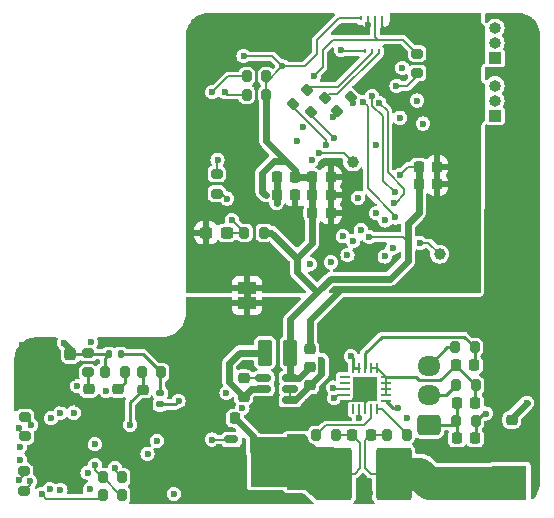
<source format=gbr>
%TF.GenerationSoftware,KiCad,Pcbnew,8.0.5-8.0.5-0~ubuntu24.04.1*%
%TF.CreationDate,2024-09-15T17:00:47-06:00*%
%TF.ProjectId,esp32-s3 single motor & battery controller,65737033-322d-4733-9320-73696e676c65,rev?*%
%TF.SameCoordinates,Original*%
%TF.FileFunction,Copper,L4,Bot*%
%TF.FilePolarity,Positive*%
%FSLAX46Y46*%
G04 Gerber Fmt 4.6, Leading zero omitted, Abs format (unit mm)*
G04 Created by KiCad (PCBNEW 8.0.5-8.0.5-0~ubuntu24.04.1) date 2024-09-15 17:00:47*
%MOMM*%
%LPD*%
G01*
G04 APERTURE LIST*
G04 Aperture macros list*
%AMRoundRect*
0 Rectangle with rounded corners*
0 $1 Rounding radius*
0 $2 $3 $4 $5 $6 $7 $8 $9 X,Y pos of 4 corners*
0 Add a 4 corners polygon primitive as box body*
4,1,4,$2,$3,$4,$5,$6,$7,$8,$9,$2,$3,0*
0 Add four circle primitives for the rounded corners*
1,1,$1+$1,$2,$3*
1,1,$1+$1,$4,$5*
1,1,$1+$1,$6,$7*
1,1,$1+$1,$8,$9*
0 Add four rect primitives between the rounded corners*
20,1,$1+$1,$2,$3,$4,$5,0*
20,1,$1+$1,$4,$5,$6,$7,0*
20,1,$1+$1,$6,$7,$8,$9,0*
20,1,$1+$1,$8,$9,$2,$3,0*%
%AMFreePoly0*
4,1,9,2.350000,2.000000,2.100000,2.000000,2.100000,-1.100000,-2.100000,-1.100000,-2.100000,2.000000,-2.350000,2.000000,-2.350000,3.500000,2.350000,3.500000,2.350000,2.000000,2.350000,2.000000,$1*%
G04 Aperture macros list end*
%TA.AperFunction,EtchedComponent*%
%ADD10C,0.000000*%
%TD*%
%TA.AperFunction,ComponentPad*%
%ADD11R,1.000000X1.000000*%
%TD*%
%TA.AperFunction,ComponentPad*%
%ADD12O,1.000000X1.000000*%
%TD*%
%TA.AperFunction,ComponentPad*%
%ADD13C,0.600000*%
%TD*%
%TA.AperFunction,ComponentPad*%
%ADD14RoundRect,0.250000X0.725000X-0.600000X0.725000X0.600000X-0.725000X0.600000X-0.725000X-0.600000X0*%
%TD*%
%TA.AperFunction,ComponentPad*%
%ADD15O,1.950000X1.700000*%
%TD*%
%TA.AperFunction,SMDPad,CuDef*%
%ADD16C,1.000000*%
%TD*%
%TA.AperFunction,SMDPad,CuDef*%
%ADD17RoundRect,0.200000X0.275000X-0.200000X0.275000X0.200000X-0.275000X0.200000X-0.275000X-0.200000X0*%
%TD*%
%TA.AperFunction,SMDPad,CuDef*%
%ADD18RoundRect,0.200000X0.200000X0.275000X-0.200000X0.275000X-0.200000X-0.275000X0.200000X-0.275000X0*%
%TD*%
%TA.AperFunction,SMDPad,CuDef*%
%ADD19R,1.500000X1.000000*%
%TD*%
%TA.AperFunction,SMDPad,CuDef*%
%ADD20RoundRect,0.200000X0.053033X-0.335876X0.335876X-0.053033X-0.053033X0.335876X-0.335876X0.053033X0*%
%TD*%
%TA.AperFunction,SMDPad,CuDef*%
%ADD21RoundRect,0.200000X-0.200000X-0.275000X0.200000X-0.275000X0.200000X0.275000X-0.200000X0.275000X0*%
%TD*%
%TA.AperFunction,SMDPad,CuDef*%
%ADD22RoundRect,0.225000X-0.250000X0.225000X-0.250000X-0.225000X0.250000X-0.225000X0.250000X0.225000X0*%
%TD*%
%TA.AperFunction,SMDPad,CuDef*%
%ADD23RoundRect,0.225000X-0.225000X-0.250000X0.225000X-0.250000X0.225000X0.250000X-0.225000X0.250000X0*%
%TD*%
%TA.AperFunction,SMDPad,CuDef*%
%ADD24RoundRect,0.225000X0.225000X0.250000X-0.225000X0.250000X-0.225000X-0.250000X0.225000X-0.250000X0*%
%TD*%
%TA.AperFunction,SMDPad,CuDef*%
%ADD25RoundRect,0.237500X-0.237500X0.300000X-0.237500X-0.300000X0.237500X-0.300000X0.237500X0.300000X0*%
%TD*%
%TA.AperFunction,SMDPad,CuDef*%
%ADD26RoundRect,0.147500X0.147500X0.172500X-0.147500X0.172500X-0.147500X-0.172500X0.147500X-0.172500X0*%
%TD*%
%TA.AperFunction,SMDPad,CuDef*%
%ADD27RoundRect,0.175000X-0.400000X0.175000X-0.400000X-0.175000X0.400000X-0.175000X0.400000X0.175000X0*%
%TD*%
%TA.AperFunction,SMDPad,CuDef*%
%ADD28FreePoly0,270.000000*%
%TD*%
%TA.AperFunction,SMDPad,CuDef*%
%ADD29RoundRect,0.250000X-0.375000X-0.850000X0.375000X-0.850000X0.375000X0.850000X-0.375000X0.850000X0*%
%TD*%
%TA.AperFunction,SMDPad,CuDef*%
%ADD30RoundRect,0.237500X0.300000X0.237500X-0.300000X0.237500X-0.300000X-0.237500X0.300000X-0.237500X0*%
%TD*%
%TA.AperFunction,SMDPad,CuDef*%
%ADD31RoundRect,0.225000X0.250000X-0.225000X0.250000X0.225000X-0.250000X0.225000X-0.250000X-0.225000X0*%
%TD*%
%TA.AperFunction,SMDPad,CuDef*%
%ADD32RoundRect,0.250001X-1.262499X-1.974999X1.262499X-1.974999X1.262499X1.974999X-1.262499X1.974999X0*%
%TD*%
%TA.AperFunction,SMDPad,CuDef*%
%ADD33R,3.000000X3.000000*%
%TD*%
%TA.AperFunction,SMDPad,CuDef*%
%ADD34R,0.230000X0.440000*%
%TD*%
%TA.AperFunction,SMDPad,CuDef*%
%ADD35R,0.230000X0.340000*%
%TD*%
%TA.AperFunction,SMDPad,CuDef*%
%ADD36RoundRect,0.218750X-0.218750X-0.256250X0.218750X-0.256250X0.218750X0.256250X-0.218750X0.256250X0*%
%TD*%
%TA.AperFunction,SMDPad,CuDef*%
%ADD37RoundRect,0.147500X-0.172500X0.147500X-0.172500X-0.147500X0.172500X-0.147500X0.172500X0.147500X0*%
%TD*%
%TA.AperFunction,SMDPad,CuDef*%
%ADD38RoundRect,0.200000X-0.275000X0.200000X-0.275000X-0.200000X0.275000X-0.200000X0.275000X0.200000X0*%
%TD*%
%TA.AperFunction,SMDPad,CuDef*%
%ADD39R,0.812800X0.254000*%
%TD*%
%TA.AperFunction,SMDPad,CuDef*%
%ADD40R,0.254000X0.812800*%
%TD*%
%TA.AperFunction,SMDPad,CuDef*%
%ADD41R,2.159000X2.159000*%
%TD*%
%TA.AperFunction,SMDPad,CuDef*%
%ADD42RoundRect,0.150000X0.512500X0.150000X-0.512500X0.150000X-0.512500X-0.150000X0.512500X-0.150000X0*%
%TD*%
%TA.AperFunction,ViaPad*%
%ADD43C,0.600000*%
%TD*%
%TA.AperFunction,Conductor*%
%ADD44C,0.600000*%
%TD*%
%TA.AperFunction,Conductor*%
%ADD45C,0.200000*%
%TD*%
%TA.AperFunction,Conductor*%
%ADD46C,0.280000*%
%TD*%
%TA.AperFunction,Conductor*%
%ADD47C,2.814000*%
%TD*%
G04 APERTURE END LIST*
D10*
%TA.AperFunction,EtchedComponent*%
%TO.C,L1*%
G36*
X128300000Y-114350000D02*
G01*
X127700000Y-114350000D01*
X127700000Y-113850000D01*
X128300000Y-113850000D01*
X128300000Y-114350000D01*
G37*
%TD.AperFunction*%
%TD*%
D11*
%TO.P,J4,1,Pin_1*%
%TO.N,/1CSA-A*%
X149000000Y-98870000D03*
D12*
%TO.P,J4,2,Pin_2*%
%TO.N,/1CSA-B*%
X149000000Y-97600000D03*
%TO.P,J4,3,Pin_3*%
%TO.N,/1CSA-C*%
X149000000Y-96330000D03*
%TD*%
D13*
%TO.P,U4,29,PAD*%
%TO.N,GNDPWR*%
X112000000Y-126350000D03*
X113050000Y-127400000D03*
X112000000Y-127400000D03*
X110950000Y-127400000D03*
X112000000Y-128450000D03*
%TD*%
D14*
%TO.P,J5,1,Pin_1*%
%TO.N,Net-(J5-Pin_1)*%
X143372548Y-125072800D03*
D15*
%TO.P,J5,2,Pin_2*%
%TO.N,Net-(J5-Pin_2)*%
X143372548Y-122572800D03*
%TO.P,J5,3,Pin_3*%
%TO.N,/PSU/BATT+*%
X143372548Y-120072800D03*
%TD*%
D11*
%TO.P,J3,1,Pin_1*%
%TO.N,/1A*%
X149000000Y-94000000D03*
D12*
%TO.P,J3,2,Pin_2*%
%TO.N,/1B*%
X149000000Y-92730000D03*
%TO.P,J3,3,Pin_3*%
%TO.N,/1C*%
X149000000Y-91460000D03*
%TD*%
D16*
%TO.P,TP1,1,1*%
%TO.N,/CS0*%
X136950000Y-102800000D03*
%TD*%
D17*
%TO.P,R11,1*%
%TO.N,Net-(C6-Pad1)*%
X114550000Y-120625000D03*
%TO.P,R11,2*%
%TO.N,/PSU/IN*%
X114550000Y-118975000D03*
%TD*%
D18*
%TO.P,R35,1*%
%TO.N,/PSU/Low*%
X147375000Y-124700000D03*
%TO.P,R35,2*%
%TO.N,Net-(J5-Pin_1)*%
X145725000Y-124700000D03*
%TD*%
D19*
%TO.P,L1,1*%
%TO.N,GND*%
X128000000Y-113450000D03*
%TO.P,L1,2*%
%TO.N,GNDPWR*%
X128000000Y-114750000D03*
%TD*%
D20*
%TO.P,R4,1*%
%TO.N,Net-(U5-MTDO)*%
X133416637Y-98583363D03*
%TO.P,R4,2*%
%TO.N,/MOSI1*%
X134583363Y-97416637D03*
%TD*%
D21*
%TO.P,R10,1*%
%TO.N,Net-(U4-VCC)*%
X119075000Y-120600000D03*
%TO.P,R10,2*%
%TO.N,Net-(D2-K)*%
X120725000Y-120600000D03*
%TD*%
D20*
%TO.P,R5,1*%
%TO.N,Net-(U5-MTCK)*%
X135616637Y-98483363D03*
%TO.P,R5,2*%
%TO.N,/SCK1*%
X136783363Y-97316637D03*
%TD*%
D22*
%TO.P,C28,1*%
%TO.N,/MOTORPWR*%
X133300000Y-121725000D03*
%TO.P,C28,2*%
%TO.N,GNDPWR*%
X133300000Y-123275000D03*
%TD*%
D23*
%TO.P,C2,1*%
%TO.N,VDD*%
X133525000Y-105600000D03*
%TO.P,C2,2*%
%TO.N,GND*%
X135075000Y-105600000D03*
%TD*%
D22*
%TO.P,C40,1*%
%TO.N,Net-(U2-BST)*%
X127700000Y-121112500D03*
%TO.P,C40,2*%
%TO.N,Net-(U2-SW)*%
X127700000Y-122662500D03*
%TD*%
D24*
%TO.P,C33,1*%
%TO.N,/PSU/BATT-*%
X138475000Y-125900000D03*
%TO.P,C33,2*%
%TO.N,Net-(Q7-S)*%
X136925000Y-125900000D03*
%TD*%
%TO.P,C34,1*%
%TO.N,/PSU/Up*%
X147225000Y-120000000D03*
%TO.P,C34,2*%
%TO.N,/PSU/mid*%
X145675000Y-120000000D03*
%TD*%
D18*
%TO.P,R33,1*%
%TO.N,/PSU/Up*%
X147275000Y-118500000D03*
%TO.P,R33,2*%
%TO.N,/PSU/BATT+*%
X145625000Y-118500000D03*
%TD*%
D25*
%TO.P,C13,1*%
%TO.N,/PSU/IN*%
X113050000Y-119087500D03*
%TO.P,C13,2*%
%TO.N,GNDPWR*%
X113050000Y-120812500D03*
%TD*%
D18*
%TO.P,R14,1*%
%TO.N,VDD*%
X129625000Y-97100000D03*
%TO.P,R14,2*%
%TO.N,/SDA1*%
X127975000Y-97100000D03*
%TD*%
D26*
%TO.P,D2,1,K*%
%TO.N,Net-(D2-K)*%
X117285000Y-119050000D03*
%TO.P,D2,2,A*%
%TO.N,/PSU/IN*%
X116315000Y-119050000D03*
%TD*%
D27*
%TO.P,Q7,1,D*%
%TO.N,GNDPWR*%
X126675000Y-130105000D03*
%TO.P,Q7,2,D*%
X126675000Y-128835000D03*
%TO.P,Q7,3,D*%
X126675000Y-127565000D03*
%TO.P,Q7,4,G*%
%TO.N,Net-(Q7-G)*%
X126675000Y-126295000D03*
D28*
%TO.P,Q7,5,S*%
%TO.N,Net-(Q7-S)*%
X129400000Y-128200000D03*
%TD*%
D29*
%TO.P,L3,1,1*%
%TO.N,Net-(U2-SW)*%
X129525000Y-118937500D03*
%TO.P,L3,2,2*%
%TO.N,VDD*%
X131675000Y-118937500D03*
%TD*%
D24*
%TO.P,C39,1*%
%TO.N,/PSU/Low*%
X147325000Y-126200000D03*
%TO.P,C39,2*%
%TO.N,Net-(J5-Pin_1)*%
X145775000Y-126200000D03*
%TD*%
D23*
%TO.P,C26,1*%
%TO.N,VDD*%
X133525000Y-107100000D03*
%TO.P,C26,2*%
%TO.N,GND*%
X135075000Y-107100000D03*
%TD*%
D21*
%TO.P,R20,1*%
%TO.N,/NRST*%
X127775000Y-108800000D03*
%TO.P,R20,2*%
%TO.N,VDD*%
X129425000Y-108800000D03*
%TD*%
D22*
%TO.P,C12,1*%
%TO.N,Net-(U4-VCC)*%
X119150000Y-122075000D03*
%TO.P,C12,2*%
%TO.N,GNDPWR*%
X119150000Y-123625000D03*
%TD*%
D30*
%TO.P,C18,1*%
%TO.N,/NRST*%
X126262501Y-108800000D03*
%TO.P,C18,2*%
%TO.N,GND*%
X124537499Y-108800000D03*
%TD*%
D31*
%TO.P,C36,1*%
%TO.N,GNDPWR*%
X150400000Y-126175000D03*
%TO.P,C36,2*%
%TO.N,/PSU/BATT+*%
X150400000Y-124625000D03*
%TD*%
D23*
%TO.P,C23,1*%
%TO.N,VDD*%
X142525000Y-103200000D03*
%TO.P,C23,2*%
%TO.N,GND*%
X144075000Y-103200000D03*
%TD*%
D18*
%TO.P,R29,1*%
%TO.N,Net-(U3-SRP)*%
X141525000Y-125900000D03*
%TO.P,R29,2*%
%TO.N,/PSU/BATT-*%
X139875000Y-125900000D03*
%TD*%
D20*
%TO.P,R3,1*%
%TO.N,Net-(U5-MTDI)*%
X131916637Y-97883363D03*
%TO.P,R3,2*%
%TO.N,/MISO1*%
X133083363Y-96716637D03*
%TD*%
D23*
%TO.P,C1,1*%
%TO.N,VDD*%
X133525000Y-104100000D03*
%TO.P,C1,2*%
%TO.N,GND*%
X135075000Y-104100000D03*
%TD*%
D21*
%TO.P,R8,1*%
%TO.N,/PSU/REGN*%
X115775000Y-129500000D03*
%TO.P,R8,2*%
%TO.N,Net-(U4-ACOK)*%
X117425000Y-129500000D03*
%TD*%
D32*
%TO.P,R27,1*%
%TO.N,Net-(Q7-S)*%
X135387500Y-129200000D03*
%TO.P,R27,2*%
%TO.N,/PSU/BATT-*%
X140412500Y-129200000D03*
%TD*%
D33*
%TO.P,H4,1,1*%
%TO.N,GNDPWR*%
X110150000Y-119500000D03*
%TD*%
D24*
%TO.P,C37,1*%
%TO.N,/PSU/mid*%
X147325000Y-123200000D03*
%TO.P,C37,2*%
%TO.N,Net-(J5-Pin_1)*%
X145775000Y-123200000D03*
%TD*%
D16*
%TO.P,TP5,1,1*%
%TO.N,Net-(U5-GPIO18)*%
X144300000Y-110600000D03*
%TD*%
D17*
%TO.P,R2,1*%
%TO.N,Net-(U4-ACDRV)*%
X109200000Y-126025000D03*
%TO.P,R2,2*%
%TO.N,Net-(Q4-G)*%
X109200000Y-124375000D03*
%TD*%
D34*
%TO.P,J2,1,Pin_1*%
%TO.N,VDD*%
X137650000Y-90650000D03*
D35*
%TO.P,J2,2,Pin_2*%
%TO.N,/SCK1*%
X137950000Y-93410000D03*
D34*
%TO.P,J2,3,Pin_3*%
%TO.N,GND*%
X138250000Y-90650000D03*
D35*
%TO.P,J2,4,Pin_4*%
%TO.N,/MISO1*%
X138550000Y-93410000D03*
D34*
%TO.P,J2,5,Pin_5*%
%TO.N,/CS1*%
X138850000Y-90650000D03*
D35*
%TO.P,J2,6,Pin_6*%
%TO.N,/MOSI1*%
X139150000Y-93410000D03*
D34*
%TO.P,J2,7,Pin_7*%
%TO.N,GND*%
X139450000Y-90650000D03*
%TD*%
D36*
%TO.P,FB1,1*%
%TO.N,Net-(C19-Pad1)*%
X130512500Y-104100000D03*
%TO.P,FB1,2*%
%TO.N,VDD*%
X132087500Y-104100000D03*
%TD*%
D18*
%TO.P,R34,1*%
%TO.N,/PSU/mid*%
X147375000Y-121700000D03*
%TO.P,R34,2*%
%TO.N,Net-(J5-Pin_2)*%
X145725000Y-121700000D03*
%TD*%
D37*
%TO.P,D4,1,K*%
%TO.N,Net-(D2-K)*%
X120650000Y-122365000D03*
%TO.P,D4,2,A*%
%TO.N,/PSU/BATT+*%
X120650000Y-123335000D03*
%TD*%
D31*
%TO.P,C27,1*%
%TO.N,VDD*%
X133300000Y-120175000D03*
%TO.P,C27,2*%
%TO.N,GND*%
X133300000Y-118625000D03*
%TD*%
D24*
%TO.P,C38,1*%
%TO.N,Net-(Q7-S)*%
X126975000Y-124500000D03*
%TO.P,C38,2*%
%TO.N,GNDPWR*%
X125425000Y-124500000D03*
%TD*%
D23*
%TO.P,C19,1*%
%TO.N,Net-(C19-Pad1)*%
X130525000Y-105600000D03*
%TO.P,C19,2*%
%TO.N,GND*%
X132075000Y-105600000D03*
%TD*%
D38*
%TO.P,R7,1*%
%TO.N,Net-(U4-CMSRC)*%
X109100000Y-128975000D03*
%TO.P,R7,2*%
%TO.N,Net-(Q4-S)*%
X109100000Y-130625000D03*
%TD*%
D21*
%TO.P,R28,1*%
%TO.N,/PSU/IN*%
X115975000Y-120550000D03*
%TO.P,R28,2*%
%TO.N,Net-(C31-Pad1)*%
X117625000Y-120550000D03*
%TD*%
D39*
%TO.P,U3,1,VC3A*%
%TO.N,/PSU/mid*%
X139727200Y-120999748D03*
%TO.P,U3,2,VC3B*%
X139727200Y-121499874D03*
%TO.P,U3,3,VC2*%
X139727200Y-122000000D03*
%TO.P,U3,4,VC1*%
X139727200Y-122500126D03*
%TO.P,U3,5,VC0*%
%TO.N,/PSU/Low*%
X139727200Y-123000252D03*
D40*
%TO.P,U3,6,SRP*%
%TO.N,Net-(U3-SRP)*%
X139000252Y-123727200D03*
%TO.P,U3,7,SRN*%
%TO.N,Net-(U3-SRN)*%
X138500126Y-123727200D03*
%TO.P,U3,8,TS*%
%TO.N,GNDPWR*%
X138000000Y-123727200D03*
%TO.P,U3,9,DSG*%
%TO.N,Net-(U3-DSG)*%
X137499874Y-123727200D03*
%TO.P,U3,10,CHG*%
%TO.N,unconnected-(U3-CHG-Pad10)*%
X136999748Y-123727200D03*
D39*
%TO.P,U3,11,VSS*%
%TO.N,GNDPWR*%
X136272800Y-123000252D03*
%TO.P,U3,12,SCL*%
%TO.N,/SCL1*%
X136272800Y-122500126D03*
%TO.P,U3,13,SDA*%
%TO.N,/SDA1*%
X136272800Y-122000000D03*
%TO.P,U3,14,ALERT*%
%TO.N,unconnected-(U3-ALERT-Pad14)*%
X136272800Y-121499874D03*
%TO.P,U3,15,REGOUT*%
%TO.N,unconnected-(U3-REGOUT-Pad15)*%
X136272800Y-120999748D03*
D40*
%TO.P,U3,16,REGSRC*%
%TO.N,Net-(U3-BAT)*%
X136999748Y-120272800D03*
%TO.P,U3,17,BAT*%
X137499874Y-120272800D03*
%TO.P,U3,18,V5*%
%TO.N,/PSU/Up*%
X138000000Y-120272800D03*
%TO.P,U3,19,VC4A*%
%TO.N,/PSU/mid*%
X138500126Y-120272800D03*
%TO.P,U3,20,VC4B*%
X139000252Y-120272800D03*
D41*
%TO.P,U3,21,GND*%
%TO.N,GNDPWR*%
X138000000Y-122000000D03*
%TD*%
D42*
%TO.P,U2,1,FB*%
%TO.N,VDD*%
X131637500Y-121087500D03*
%TO.P,U2,2,EN*%
%TO.N,/MOTORPWR*%
X131637500Y-122037500D03*
%TO.P,U2,3,IN*%
X131637500Y-122987500D03*
%TO.P,U2,4,GND*%
%TO.N,GNDPWR*%
X129362500Y-122987500D03*
%TO.P,U2,5,SW*%
%TO.N,Net-(U2-SW)*%
X129362500Y-122037500D03*
%TO.P,U2,6,BST*%
%TO.N,Net-(U2-BST)*%
X129362500Y-121087500D03*
%TD*%
D17*
%TO.P,R19,1*%
%TO.N,/LED*%
X125450000Y-105475000D03*
%TO.P,R19,2*%
%TO.N,Net-(D3-A)*%
X125450000Y-103825000D03*
%TD*%
D22*
%TO.P,C6,1*%
%TO.N,Net-(C6-Pad1)*%
X114600000Y-122025000D03*
%TO.P,C6,2*%
%TO.N,GNDPWR*%
X114600000Y-123575000D03*
%TD*%
D38*
%TO.P,R6,1*%
%TO.N,/CS1*%
X142400000Y-93625000D03*
%TO.P,R6,2*%
%TO.N,Net-(U6-QA)*%
X142400000Y-95275000D03*
%TD*%
D18*
%TO.P,R18,1*%
%TO.N,/PSU/REGN*%
X117425000Y-131000000D03*
%TO.P,R18,2*%
%TO.N,Net-(U4-TB_STAT_N)*%
X115775000Y-131000000D03*
%TD*%
D22*
%TO.P,C31,1*%
%TO.N,Net-(C31-Pad1)*%
X117100000Y-122025000D03*
%TO.P,C31,2*%
%TO.N,GNDPWR*%
X117100000Y-123575000D03*
%TD*%
D23*
%TO.P,C24,1*%
%TO.N,VDD*%
X142525000Y-104700000D03*
%TO.P,C24,2*%
%TO.N,GND*%
X144075000Y-104700000D03*
%TD*%
D33*
%TO.P,H2,1,1*%
%TO.N,/PSU/BATT-*%
X150200000Y-130000000D03*
%TD*%
D21*
%TO.P,R30,1*%
%TO.N,Net-(U3-SRN)*%
X133875000Y-125900000D03*
%TO.P,R30,2*%
%TO.N,Net-(Q7-S)*%
X135525000Y-125900000D03*
%TD*%
D18*
%TO.P,R15,1*%
%TO.N,VDD*%
X129625000Y-95550000D03*
%TO.P,R15,2*%
%TO.N,/SCL1*%
X127975000Y-95550000D03*
%TD*%
D43*
%TO.N,VDD*%
X129575000Y-105577817D03*
X140949197Y-103879098D03*
X141149265Y-94850000D03*
X138356629Y-109161887D03*
X131000000Y-94700000D03*
X127700000Y-93850000D03*
%TO.N,GND*%
X123850000Y-100400000D03*
X136300000Y-104350000D03*
X143350000Y-109050000D03*
X145150000Y-102500000D03*
X145100000Y-113400000D03*
X138250000Y-91200000D03*
X125100000Y-93900000D03*
X137500000Y-104300000D03*
X131800000Y-91800000D03*
X138650000Y-95250000D03*
X135900000Y-113600000D03*
X134350000Y-110150000D03*
X123600000Y-106500000D03*
X123600000Y-96600000D03*
X130500000Y-113550000D03*
X145200000Y-108150000D03*
X135000000Y-102750000D03*
X135300000Y-95450000D03*
X126550000Y-112450000D03*
X145850000Y-91700000D03*
%TO.N,/MOTORPWR*%
X134288419Y-119542800D03*
%TO.N,GNDPWR*%
X125600000Y-129400000D03*
X127700000Y-120000000D03*
X125050000Y-128800000D03*
X138500000Y-121400000D03*
X151100000Y-118300000D03*
X150900000Y-98700000D03*
X150100000Y-119200000D03*
X152100000Y-118300000D03*
X110800000Y-121500000D03*
X125600000Y-128200000D03*
X136000000Y-124300000D03*
X150100000Y-117300000D03*
X152100000Y-119200000D03*
X150900000Y-97700000D03*
X112395487Y-123274456D03*
X125600000Y-126900000D03*
X138400000Y-130800000D03*
X109500000Y-123300000D03*
X113700000Y-123300000D03*
X152100000Y-117300000D03*
X151800000Y-97700000D03*
X151800000Y-98700000D03*
X109900000Y-121500000D03*
X138500000Y-122200000D03*
X151100000Y-117300000D03*
X125050000Y-127500000D03*
X151800000Y-96700000D03*
X118900000Y-129200000D03*
X150900000Y-96700000D03*
X125050000Y-130000000D03*
X119700000Y-129400000D03*
X109000000Y-121500000D03*
X135200000Y-124000000D03*
X128873528Y-130925000D03*
X150100000Y-118300000D03*
X151100000Y-119200000D03*
%TO.N,Net-(C19-Pad1)*%
X130500000Y-106300000D03*
%TO.N,/1CSA-B*%
X135100000Y-111300000D03*
%TO.N,/1A*%
X138925001Y-107133076D03*
X142900000Y-99550000D03*
%TO.N,/1CSA-A*%
X133300000Y-111450000D03*
%TO.N,/1CSA-C*%
X136500000Y-110700000D03*
%TO.N,/1C*%
X138900000Y-101400000D03*
X142400000Y-97600000D03*
%TO.N,/CS1*%
X133650000Y-95550000D03*
%TO.N,/1B*%
X140950000Y-99050000D03*
X137401014Y-105825018D03*
%TO.N,/PSU/BATT+*%
X151700000Y-123200000D03*
X122200000Y-123048528D03*
%TO.N,/PSU/IN*%
X112500000Y-118100000D03*
%TO.N,/UART0_TX*%
X139650000Y-110800000D03*
X132750000Y-99850000D03*
%TO.N,/SDA1*%
X136100000Y-109100000D03*
X135288111Y-121904745D03*
X114700000Y-130500000D03*
X126100000Y-96900000D03*
X108778216Y-126909517D03*
%TO.N,/UART0_RX*%
X132250924Y-101049074D03*
X140325000Y-110100000D03*
%TO.N,/SCL1*%
X135372454Y-122795674D03*
X121800000Y-130900000D03*
X137000000Y-109500000D03*
X108800000Y-128000000D03*
X125050000Y-96900000D03*
%TO.N,Net-(U5-MTDI)*%
X134714467Y-101399999D03*
%TO.N,Net-(U5-MTDO)*%
X135350000Y-100800000D03*
%TO.N,Net-(U5-MTCK)*%
X135304681Y-98971407D03*
%TO.N,/NRST*%
X126700000Y-107700000D03*
%TO.N,unconnected-(U5-GPIO12-Pad17)*%
X137650000Y-108550000D03*
%TO.N,/SCK1*%
X135950000Y-93300000D03*
X136960674Y-97800000D03*
%TO.N,/CS0*%
X134057233Y-102057233D03*
%TO.N,Net-(Q4-G)*%
X113625033Y-121772158D03*
X109675735Y-125075735D03*
X114765686Y-118075000D03*
%TO.N,Net-(Q4-S)*%
X109607025Y-129844445D03*
X116045701Y-122164207D03*
%TO.N,Net-(U5-GPIO19{slash}USB_D-)*%
X140550000Y-107500000D03*
X137800000Y-97700000D03*
%TO.N,Net-(U5-GPIO20{slash}USB_D+)*%
X139200000Y-97800000D03*
X140439214Y-106260786D03*
%TO.N,Net-(U5-GPIO21)*%
X140500000Y-105384863D03*
X138600000Y-97200000D03*
%TO.N,Net-(D3-A)*%
X125500000Y-102600000D03*
%TO.N,/LED*%
X133457233Y-102657233D03*
X126300000Y-105900000D03*
%TO.N,Net-(U6-QA)*%
X140650000Y-96350000D03*
%TO.N,Net-(U4-VCC)*%
X118100000Y-125047800D03*
%TO.N,/PSU/REGN*%
X115150000Y-128450000D03*
%TO.N,Net-(U3-BAT)*%
X136776757Y-119248437D03*
%TO.N,/PSU/Low*%
X148200000Y-124100000D03*
X140800000Y-123600000D03*
%TO.N,Net-(Q1-G)*%
X120350000Y-126400000D03*
X115100000Y-126698533D03*
%TO.N,Net-(Q2-G)*%
X114500000Y-129100000D03*
X119575000Y-127500000D03*
%TO.N,Net-(Q7-G)*%
X141500000Y-124440000D03*
X125050000Y-126300000D03*
%TO.N,Net-(U4-ACDRV)*%
X112200000Y-124051471D03*
X108700000Y-125300000D03*
%TO.N,Net-(U4-CMSRC)*%
X113325735Y-124025735D03*
X108696041Y-129736938D03*
%TO.N,Net-(U4-BATSRC)*%
X111300000Y-130500000D03*
X127603298Y-123633643D03*
%TO.N,Net-(U4-BATDRV)*%
X126253064Y-122346936D03*
X112200000Y-130600000D03*
%TO.N,Net-(U3-DSG)*%
X137499873Y-124466433D03*
%TO.N,Net-(U4-ACOK)*%
X111400000Y-124485788D03*
X116800000Y-128700000D03*
%TO.N,Net-(U4-TB_STAT_N)*%
X110600000Y-130900000D03*
%TO.N,Net-(U5-GPIO18)*%
X142650000Y-109650000D03*
X139700000Y-107750000D03*
%TD*%
D44*
%TO.N,VDD*%
X130068629Y-108800000D02*
X129425000Y-108800000D01*
X132209315Y-110940685D02*
X133525000Y-109625000D01*
X134300000Y-113500000D02*
X131675000Y-116125000D01*
X132087500Y-104100000D02*
X133525000Y-104100000D01*
D45*
X129625000Y-97100000D02*
X129800000Y-97100000D01*
D44*
X131325000Y-102725000D02*
X129625000Y-101025000D01*
X140100000Y-112700000D02*
X141650000Y-111150000D01*
D45*
X129625000Y-96075000D02*
X129625000Y-97100000D01*
D44*
X131637500Y-121087500D02*
X131637500Y-118975000D01*
X131359178Y-118937500D02*
X131675000Y-118937500D01*
D45*
X141161887Y-109161887D02*
X138356629Y-109161887D01*
D44*
X141650000Y-109650000D02*
X141650000Y-108000000D01*
D45*
X132900000Y-94700000D02*
X133900000Y-93700000D01*
D44*
X135100000Y-112700000D02*
X140100000Y-112700000D01*
X132209315Y-112109315D02*
X132209315Y-110940685D01*
D45*
X140949197Y-103879098D02*
X141628295Y-103200000D01*
D44*
X141650000Y-111150000D02*
X141650000Y-109650000D01*
X142525000Y-104700000D02*
X142525000Y-103200000D01*
X131325000Y-102725000D02*
X130275000Y-102725000D01*
D45*
X135750000Y-90650000D02*
X137650000Y-90650000D01*
D44*
X131675000Y-116125000D02*
X131675000Y-118937500D01*
X132087500Y-103487500D02*
X131325000Y-102725000D01*
D45*
X133900000Y-92500000D02*
X135750000Y-90650000D01*
D44*
X130275000Y-102725000D02*
X129300000Y-103700000D01*
X129300000Y-103700000D02*
X129300000Y-105302817D01*
D45*
X131000000Y-94700000D02*
X132900000Y-94700000D01*
D44*
X132387500Y-121087500D02*
X133300000Y-120175000D01*
X133525000Y-104100000D02*
X133525000Y-107100000D01*
D45*
X133900000Y-93700000D02*
X133900000Y-92500000D01*
X131000000Y-94700000D02*
X129625000Y-96075000D01*
X141628295Y-103200000D02*
X142525000Y-103200000D01*
D44*
X129300000Y-105302817D02*
X129575000Y-105577817D01*
X141650000Y-108000000D02*
X142525000Y-107125000D01*
X132087500Y-104100000D02*
X132087500Y-103487500D01*
X131637500Y-118975000D02*
X131675000Y-118937500D01*
X131637500Y-121087500D02*
X132387500Y-121087500D01*
D45*
X127700000Y-93850000D02*
X130150000Y-93850000D01*
D44*
X132209315Y-110940685D02*
X130068629Y-108800000D01*
D45*
X141650000Y-109650000D02*
X141161887Y-109161887D01*
D44*
X142525000Y-107125000D02*
X142525000Y-104700000D01*
X133525000Y-109625000D02*
X133525000Y-107100000D01*
X134300000Y-113500000D02*
X135100000Y-112700000D01*
X129625000Y-101025000D02*
X129625000Y-97100000D01*
X133950000Y-113850000D02*
X132209315Y-112109315D01*
D45*
X130150000Y-93850000D02*
X131000000Y-94700000D01*
D44*
%TO.N,GND*%
X133300000Y-116200000D02*
X133300000Y-118625000D01*
D45*
X139450000Y-91293728D02*
X139562235Y-91405963D01*
X139450000Y-90650000D02*
X139450000Y-91293728D01*
X138250000Y-90650000D02*
X138250000Y-91200000D01*
D44*
X135900000Y-113600000D02*
X133300000Y-116200000D01*
D45*
%TO.N,/MOTORPWR*%
X131637500Y-122037500D02*
X131637500Y-122987500D01*
D44*
X132037500Y-122987500D02*
X131637500Y-122987500D01*
X134300000Y-119554381D02*
X134300000Y-120725000D01*
X134300000Y-120725000D02*
X132037500Y-122987500D01*
X134288419Y-119542800D02*
X134300000Y-119554381D01*
D45*
%TO.N,GNDPWR*%
X137699748Y-123000252D02*
X138500000Y-122200000D01*
X136272800Y-123000252D02*
X137699748Y-123000252D01*
X138500000Y-122200000D02*
X138000000Y-122700000D01*
X138000000Y-122700000D02*
X138000000Y-123727200D01*
D44*
X129362500Y-122987500D02*
X129487500Y-122987500D01*
D45*
%TO.N,Net-(C19-Pad1)*%
X130525000Y-106275000D02*
X130500000Y-106300000D01*
X130512500Y-105587500D02*
X130525000Y-105600000D01*
X130525000Y-105600000D02*
X130525000Y-106275000D01*
D44*
X130500000Y-104112500D02*
X130512500Y-104100000D01*
X130500000Y-106300000D02*
X130500000Y-104112500D01*
D45*
%TO.N,/CS1*%
X142400000Y-93625000D02*
X141212500Y-92437500D01*
X138850000Y-90650000D02*
X138850000Y-92225000D01*
X138850000Y-92225000D02*
X139062500Y-92437500D01*
X135262500Y-92437500D02*
X139062500Y-92437500D01*
X134400000Y-93300000D02*
X135262500Y-92437500D01*
X134400000Y-94800000D02*
X134400000Y-93300000D01*
X141212500Y-92437500D02*
X139062500Y-92437500D01*
X133650000Y-95550000D02*
X134400000Y-94800000D01*
D46*
%TO.N,/PSU/BATT+*%
X144945348Y-118500000D02*
X143372548Y-120072800D01*
D44*
X150400000Y-124500000D02*
X151700000Y-123200000D01*
D46*
X120650000Y-123335000D02*
X121913528Y-123335000D01*
D45*
X150400000Y-124625000D02*
X150400000Y-124500000D01*
X122200000Y-123048528D02*
X122200000Y-123248530D01*
D46*
X145625000Y-118500000D02*
X144945348Y-118500000D01*
X121913528Y-123335000D02*
X122200000Y-123048528D01*
%TO.N,/PSU/IN*%
X113087500Y-119050000D02*
X113050000Y-119087500D01*
X115975000Y-120550000D02*
X115975000Y-119390000D01*
X115975000Y-119390000D02*
X116315000Y-119050000D01*
D44*
X112500000Y-118100000D02*
X113050000Y-118650000D01*
D46*
X116315000Y-119050000D02*
X113087500Y-119050000D01*
D44*
X113050000Y-118650000D02*
X113050000Y-119087500D01*
D46*
%TO.N,Net-(C6-Pad1)*%
X114550000Y-121975000D02*
X114600000Y-122025000D01*
X114550000Y-120625000D02*
X114550000Y-121975000D01*
D45*
%TO.N,/SDA1*%
X126300000Y-97100000D02*
X127975000Y-97100000D01*
X126100000Y-96900000D02*
X126300000Y-97100000D01*
X135288111Y-121904745D02*
X135383366Y-122000000D01*
X135383366Y-122000000D02*
X136272800Y-122000000D01*
%TO.N,/SCL1*%
X135668002Y-122500126D02*
X136272800Y-122500126D01*
X135372454Y-122795674D02*
X135668002Y-122500126D01*
X126400000Y-95550000D02*
X127975000Y-95550000D01*
X125050000Y-96900000D02*
X126400000Y-95550000D01*
%TO.N,Net-(U5-MTDI)*%
X134714467Y-100964467D02*
X131916637Y-98166637D01*
X131916637Y-98166637D02*
X131916637Y-97883363D01*
X134714467Y-101399999D02*
X134714467Y-100964467D01*
%TO.N,Net-(U5-MTDO)*%
X135350000Y-100800000D02*
X133416637Y-98866637D01*
X133416637Y-98866637D02*
X133416637Y-98583363D01*
%TO.N,Net-(U5-MTCK)*%
X135616637Y-98659451D02*
X135304681Y-98971407D01*
X135616637Y-98483363D02*
X135616637Y-98659451D01*
%TO.N,/NRST*%
X126700000Y-107700000D02*
X127575000Y-108575000D01*
X127575000Y-108575000D02*
X127575000Y-108600000D01*
X127575000Y-108600000D02*
X127775000Y-108800000D01*
X127775000Y-108800000D02*
X126262501Y-108800000D01*
%TO.N,/MOSI1*%
X134583363Y-97416637D02*
X134939587Y-97060413D01*
X134939587Y-97060413D02*
X135655273Y-97060413D01*
X139150000Y-93565686D02*
X139150000Y-93410000D01*
X135655273Y-97060413D02*
X139150000Y-93565686D01*
%TO.N,/MISO1*%
X133083363Y-96716637D02*
X133366206Y-96433794D01*
X138550000Y-93550000D02*
X138550000Y-93410000D01*
X133366206Y-96433794D02*
X135666206Y-96433794D01*
X135666206Y-96433794D02*
X138550000Y-93550000D01*
%TO.N,unconnected-(U5-GPIO12-Pad17)*%
X137650000Y-108425000D02*
X137700000Y-108375000D01*
X137650000Y-108550000D02*
X137650000Y-108425000D01*
%TO.N,/SCK1*%
X136060000Y-93410000D02*
X137950000Y-93410000D01*
X136960674Y-97800000D02*
X136783363Y-97622689D01*
X136783363Y-97622689D02*
X136783363Y-97316637D01*
X135950000Y-93300000D02*
X136060000Y-93410000D01*
D46*
%TO.N,Net-(J5-Pin_1)*%
X145352200Y-125072800D02*
X145725000Y-124700000D01*
X145775000Y-123200000D02*
X145775000Y-126200000D01*
X143372548Y-125072800D02*
X145352200Y-125072800D01*
D45*
%TO.N,/CS0*%
X134057233Y-102057233D02*
X136207233Y-102057233D01*
X136207233Y-102057233D02*
X136950000Y-102800000D01*
%TO.N,Net-(Q4-G)*%
X109675735Y-124850735D02*
X109200000Y-124375000D01*
X109675735Y-125075735D02*
X109675735Y-124850735D01*
%TO.N,Net-(Q4-S)*%
X109607025Y-130117975D02*
X109100000Y-130625000D01*
X109607025Y-129844445D02*
X109607025Y-130117975D01*
%TO.N,Net-(U5-GPIO19{slash}USB_D-)*%
X140550000Y-107500000D02*
X140550000Y-107350000D01*
X138200000Y-105000000D02*
X138200000Y-98100000D01*
X140550000Y-107350000D02*
X138200000Y-105000000D01*
X138200000Y-98100000D02*
X137800000Y-97700000D01*
%TO.N,Net-(U5-GPIO20{slash}USB_D+)*%
X140612008Y-106260786D02*
X141324265Y-105548529D01*
X139900000Y-98500000D02*
X139200000Y-97800000D01*
X141324265Y-105548529D02*
X141324265Y-105102695D01*
X140439214Y-106260786D02*
X140612008Y-106260786D01*
X141324265Y-105102695D02*
X139900000Y-103678430D01*
X139900000Y-103678430D02*
X139900000Y-98500000D01*
%TO.N,Net-(U5-GPIO21)*%
X139500000Y-98948529D02*
X138600000Y-98048529D01*
X139500000Y-104384863D02*
X139500000Y-98948529D01*
X138600000Y-98048529D02*
X138600000Y-97200000D01*
X140500000Y-105384863D02*
X139500000Y-104384863D01*
%TO.N,Net-(D3-A)*%
X125450000Y-102650000D02*
X125500000Y-102600000D01*
X125450000Y-103825000D02*
X125450000Y-102650000D01*
%TO.N,/LED*%
X125450000Y-105475000D02*
X125875000Y-105475000D01*
X125875000Y-105475000D02*
X126300000Y-105900000D01*
%TO.N,Net-(U6-QA)*%
X140650000Y-96350000D02*
X141550000Y-96350000D01*
X141550000Y-96350000D02*
X142400000Y-95500000D01*
X142400000Y-95500000D02*
X142400000Y-95275000D01*
D46*
%TO.N,Net-(U4-VCC)*%
X119150000Y-122075000D02*
X118100000Y-123125000D01*
X118100000Y-123125000D02*
X118100000Y-125047800D01*
X119150000Y-122075000D02*
X119150000Y-120675000D01*
X119150000Y-120675000D02*
X119075000Y-120600000D01*
D45*
%TO.N,/PSU/REGN*%
X115775000Y-129500000D02*
X117275000Y-131000000D01*
X115150000Y-128875000D02*
X115775000Y-129500000D01*
X115150000Y-128450000D02*
X115150000Y-128875000D01*
X117275000Y-131000000D02*
X117425000Y-131000000D01*
D46*
%TO.N,Net-(C31-Pad1)*%
X117625000Y-121500000D02*
X117100000Y-122025000D01*
X117625000Y-120550000D02*
X117625000Y-121500000D01*
%TO.N,Net-(Q7-S)*%
X134875000Y-128687500D02*
X135387500Y-129200000D01*
X134875000Y-128187500D02*
X134875000Y-128687500D01*
D45*
X137600000Y-126575000D02*
X137600000Y-128700000D01*
X137100000Y-129200000D02*
X135387500Y-129200000D01*
D44*
X128475000Y-127275000D02*
X129400000Y-128200000D01*
X128475000Y-126000000D02*
X128475000Y-127275000D01*
D45*
X137600000Y-128700000D02*
X137100000Y-129200000D01*
X136925000Y-125900000D02*
X137600000Y-126575000D01*
D44*
X126975000Y-124500000D02*
X128475000Y-126000000D01*
D45*
X135525000Y-125900000D02*
X136925000Y-125900000D01*
%TO.N,/PSU/BATT-*%
X138500000Y-129200000D02*
X140412500Y-129200000D01*
X138000000Y-128700000D02*
X138500000Y-129200000D01*
D47*
X140412500Y-129200000D02*
X142596906Y-129200000D01*
D45*
X138475000Y-125900000D02*
X138000000Y-126375000D01*
X139875000Y-125900000D02*
X138475000Y-125900000D01*
X138000000Y-126375000D02*
X138000000Y-128700000D01*
D47*
X142596906Y-129200000D02*
X143396906Y-130000000D01*
X143396906Y-130000000D02*
X150200000Y-130000000D01*
D46*
%TO.N,/PSU/mid*%
X139727452Y-121000000D02*
X142300000Y-121000000D01*
X144375000Y-121300000D02*
X145675000Y-120000000D01*
X147325000Y-121650000D02*
X147325000Y-123200000D01*
X142600000Y-121300000D02*
X144375000Y-121300000D01*
X145675000Y-120000000D02*
X147325000Y-121650000D01*
X142300000Y-121000000D02*
X142600000Y-121300000D01*
D45*
X139727200Y-120999748D02*
X139727200Y-122500126D01*
X138500126Y-120272800D02*
X139000252Y-120272800D01*
X139727200Y-120999748D02*
X139727452Y-121000000D01*
X139000252Y-120272800D02*
X139727200Y-120999748D01*
D46*
%TO.N,/PSU/Up*%
X138000000Y-119000000D02*
X138000000Y-120272800D01*
X147275000Y-119950000D02*
X147225000Y-120000000D01*
X139400000Y-117600000D02*
X138000000Y-119000000D01*
X147275000Y-118500000D02*
X146375000Y-117600000D01*
X147275000Y-118500000D02*
X147275000Y-119950000D01*
X146375000Y-117600000D02*
X139400000Y-117600000D01*
%TO.N,Net-(U3-BAT)*%
X136776757Y-119248437D02*
X136999748Y-119471428D01*
X136999748Y-119471428D02*
X136999748Y-120272800D01*
X136999748Y-120272800D02*
X137499874Y-120272800D01*
%TO.N,/PSU/Low*%
X147375000Y-124700000D02*
X147375000Y-126150000D01*
X139727200Y-123000252D02*
X140326948Y-123600000D01*
X140326948Y-123600000D02*
X140800000Y-123600000D01*
X147975000Y-124100000D02*
X147375000Y-124700000D01*
X147375000Y-126150000D02*
X147325000Y-126200000D01*
D45*
X148200000Y-124100000D02*
X147975000Y-124100000D01*
D44*
%TO.N,Net-(U2-SW)*%
X126500000Y-121462500D02*
X126500000Y-119800000D01*
X127700000Y-122662500D02*
X128325000Y-122037500D01*
X126500000Y-119800000D02*
X127362500Y-118937500D01*
X127362500Y-118937500D02*
X129525000Y-118937500D01*
X127700000Y-122662500D02*
X126500000Y-121462500D01*
X128325000Y-122037500D02*
X129362500Y-122037500D01*
D45*
%TO.N,Net-(U2-BST)*%
X129337500Y-121112500D02*
X129362500Y-121087500D01*
X127700000Y-121112500D02*
X129337500Y-121112500D01*
D46*
%TO.N,Net-(D2-K)*%
X120725000Y-120600000D02*
X119175000Y-119050000D01*
X120650000Y-120675000D02*
X120725000Y-120600000D01*
X120650000Y-122365000D02*
X120650000Y-120675000D01*
X119175000Y-119050000D02*
X117285000Y-119050000D01*
%TO.N,Net-(J5-Pin_2)*%
X144852200Y-122572800D02*
X145725000Y-121700000D01*
X143372548Y-122572800D02*
X144852200Y-122572800D01*
D45*
%TO.N,Net-(Q7-G)*%
X126670000Y-126300000D02*
X126675000Y-126295000D01*
X125050000Y-126300000D02*
X126670000Y-126300000D01*
%TO.N,Net-(U4-ACDRV)*%
X108700000Y-125300000D02*
X108700000Y-125525000D01*
X108700000Y-125525000D02*
X109200000Y-126025000D01*
%TO.N,Net-(U4-CMSRC)*%
X109100000Y-129332979D02*
X109100000Y-128975000D01*
X108696041Y-129736938D02*
X109100000Y-129332979D01*
%TO.N,Net-(U3-SRP)*%
X141525000Y-125825000D02*
X141525000Y-125900000D01*
X139427200Y-123727200D02*
X141525000Y-125825000D01*
X139000252Y-123727200D02*
X139427200Y-123727200D01*
%TO.N,Net-(U3-SRN)*%
X138500126Y-124515803D02*
X137907964Y-125107965D01*
X137907964Y-125107965D02*
X134667035Y-125107965D01*
X138500126Y-123727200D02*
X138500126Y-124515803D01*
X134667035Y-125107965D02*
X133875000Y-125900000D01*
%TO.N,Net-(U3-DSG)*%
X137499873Y-124466433D02*
X137499874Y-124466432D01*
X137499874Y-124466432D02*
X137499874Y-123727200D01*
%TO.N,Net-(U4-ACOK)*%
X116800000Y-128700000D02*
X116800000Y-128875000D01*
X116800000Y-128875000D02*
X117425000Y-129500000D01*
%TO.N,Net-(U4-TB_STAT_N)*%
X115475000Y-131300000D02*
X115775000Y-131000000D01*
X110600000Y-130900000D02*
X111000000Y-131300000D01*
X111000000Y-131300000D02*
X115475000Y-131300000D01*
%TO.N,Net-(U5-GPIO18)*%
X142650000Y-109800000D02*
X142650000Y-109650000D01*
X144300000Y-110600000D02*
X143350000Y-109650000D01*
X143350000Y-109650000D02*
X142650000Y-109650000D01*
%TD*%
%TA.AperFunction,Conductor*%
%TO.N,GNDPWR*%
G36*
X151004043Y-90200765D02*
G01*
X151226790Y-90215364D01*
X151242848Y-90217479D01*
X151428875Y-90254482D01*
X151457771Y-90260230D01*
X151473438Y-90264428D01*
X151626569Y-90316409D01*
X151680944Y-90334867D01*
X151695921Y-90341070D01*
X151886791Y-90435196D01*
X151892460Y-90437992D01*
X151906508Y-90446102D01*
X152088712Y-90567848D01*
X152101573Y-90577716D01*
X152189054Y-90654435D01*
X152266328Y-90722202D01*
X152277797Y-90733671D01*
X152388160Y-90859517D01*
X152422280Y-90898423D01*
X152432154Y-90911291D01*
X152553897Y-91093492D01*
X152562007Y-91107539D01*
X152658926Y-91304071D01*
X152665133Y-91319057D01*
X152735571Y-91526561D01*
X152739769Y-91542228D01*
X152782518Y-91757140D01*
X152784636Y-91773221D01*
X152799235Y-91995956D01*
X152799500Y-92004066D01*
X152799500Y-113900000D01*
X148100000Y-113900000D01*
X148129476Y-99721723D01*
X148149300Y-99654727D01*
X148202199Y-99609082D01*
X148271378Y-99599282D01*
X148323552Y-99619683D01*
X148327234Y-99622205D01*
X148327235Y-99622206D01*
X148430009Y-99667585D01*
X148455135Y-99670500D01*
X149544864Y-99670499D01*
X149544879Y-99670497D01*
X149544882Y-99670497D01*
X149569987Y-99667586D01*
X149569988Y-99667585D01*
X149569991Y-99667585D01*
X149672765Y-99622206D01*
X149752206Y-99542765D01*
X149797585Y-99439991D01*
X149800500Y-99414865D01*
X149800499Y-98325136D01*
X149800497Y-98325117D01*
X149797586Y-98300012D01*
X149797585Y-98300010D01*
X149797585Y-98300009D01*
X149752206Y-98197235D01*
X149710319Y-98155348D01*
X149676834Y-98094025D01*
X149681818Y-98024333D01*
X149693007Y-98001694D01*
X149725788Y-97949524D01*
X149785368Y-97779254D01*
X149785369Y-97779249D01*
X149805565Y-97600003D01*
X149805565Y-97599996D01*
X149785369Y-97420750D01*
X149785368Y-97420745D01*
X149725788Y-97250476D01*
X149629815Y-97097737D01*
X149584759Y-97052681D01*
X149551274Y-96991358D01*
X149556258Y-96921666D01*
X149584759Y-96877319D01*
X149629816Y-96832262D01*
X149725789Y-96679522D01*
X149785368Y-96509255D01*
X149805565Y-96330000D01*
X149785368Y-96150745D01*
X149725789Y-95980478D01*
X149629816Y-95827738D01*
X149502262Y-95700184D01*
X149349523Y-95604211D01*
X149179254Y-95544631D01*
X149179249Y-95544630D01*
X149000004Y-95524435D01*
X148999996Y-95524435D01*
X148820750Y-95544630D01*
X148820745Y-95544631D01*
X148650476Y-95604211D01*
X148497737Y-95700184D01*
X148370184Y-95827737D01*
X148370181Y-95827741D01*
X148366687Y-95833302D01*
X148314349Y-95879590D01*
X148245295Y-95890234D01*
X148181449Y-95861855D01*
X148143080Y-95803463D01*
X148137698Y-95767074D01*
X148139586Y-94858646D01*
X148159410Y-94791652D01*
X148212309Y-94746007D01*
X148281488Y-94736207D01*
X148315813Y-94749630D01*
X148316725Y-94747565D01*
X148327234Y-94752205D01*
X148327235Y-94752206D01*
X148430009Y-94797585D01*
X148455135Y-94800500D01*
X149544864Y-94800499D01*
X149544879Y-94800497D01*
X149544882Y-94800497D01*
X149569987Y-94797586D01*
X149569988Y-94797585D01*
X149569991Y-94797585D01*
X149672765Y-94752206D01*
X149752206Y-94672765D01*
X149797585Y-94569991D01*
X149800500Y-94544865D01*
X149800499Y-93455136D01*
X149800497Y-93455117D01*
X149797586Y-93430012D01*
X149797585Y-93430010D01*
X149797585Y-93430009D01*
X149752206Y-93327235D01*
X149710319Y-93285348D01*
X149676834Y-93224025D01*
X149681818Y-93154333D01*
X149693007Y-93131694D01*
X149725788Y-93079524D01*
X149785368Y-92909254D01*
X149785369Y-92909249D01*
X149805565Y-92730003D01*
X149805565Y-92729996D01*
X149785369Y-92550750D01*
X149785368Y-92550745D01*
X149725788Y-92380476D01*
X149629815Y-92227737D01*
X149584759Y-92182681D01*
X149551274Y-92121358D01*
X149556258Y-92051666D01*
X149584759Y-92007319D01*
X149596122Y-91995956D01*
X149629816Y-91962262D01*
X149725789Y-91809522D01*
X149785368Y-91639255D01*
X149785369Y-91639249D01*
X149805565Y-91460003D01*
X149805565Y-91459996D01*
X149785369Y-91280750D01*
X149785368Y-91280745D01*
X149725788Y-91110476D01*
X149632650Y-90962249D01*
X149629816Y-90957738D01*
X149502262Y-90830184D01*
X149349523Y-90734211D01*
X149179254Y-90674631D01*
X149179249Y-90674630D01*
X149000004Y-90654435D01*
X148999996Y-90654435D01*
X148820750Y-90674630D01*
X148820745Y-90674631D01*
X148650476Y-90734211D01*
X148497737Y-90830184D01*
X148370182Y-90957739D01*
X148368796Y-90959478D01*
X148367615Y-90960306D01*
X148365260Y-90962662D01*
X148364847Y-90962249D01*
X148311605Y-90999615D01*
X148241794Y-91002460D01*
X148181526Y-90967111D01*
X148149937Y-90904790D01*
X148147854Y-90881906D01*
X148149014Y-90324242D01*
X148168838Y-90257244D01*
X148221737Y-90211599D01*
X148273014Y-90200500D01*
X150960118Y-90200500D01*
X150995933Y-90200500D01*
X151004043Y-90200765D01*
G37*
%TD.AperFunction*%
%TD*%
%TA.AperFunction,Conductor*%
%TO.N,GNDPWR*%
G36*
X148100000Y-113900000D02*
G01*
X152799500Y-113900000D01*
X152799500Y-129995933D01*
X152799235Y-130004043D01*
X152784636Y-130226778D01*
X152782518Y-130242859D01*
X152739769Y-130457771D01*
X152735571Y-130473438D01*
X152665133Y-130680942D01*
X152658926Y-130695928D01*
X152562007Y-130892460D01*
X152553897Y-130906507D01*
X152432154Y-131088708D01*
X152422280Y-131101576D01*
X152277797Y-131266328D01*
X152266328Y-131277797D01*
X152206258Y-131330477D01*
X152142876Y-131359880D01*
X152073660Y-131350348D01*
X152020584Y-131304908D01*
X152000501Y-131237987D01*
X152000499Y-131237249D01*
X152000499Y-128455143D01*
X152000499Y-128455136D01*
X152000497Y-128455117D01*
X151997586Y-128430012D01*
X151997585Y-128430010D01*
X151997585Y-128430009D01*
X151952206Y-128327235D01*
X151872765Y-128247794D01*
X151868752Y-128246022D01*
X151769992Y-128202415D01*
X151744865Y-128199500D01*
X148655143Y-128199500D01*
X148655117Y-128199502D01*
X148630012Y-128202413D01*
X148630008Y-128202415D01*
X148527235Y-128247793D01*
X148527234Y-128247794D01*
X148518848Y-128256181D01*
X148457525Y-128289666D01*
X148431167Y-128292500D01*
X144155538Y-128292500D01*
X144088499Y-128272815D01*
X144067857Y-128256181D01*
X143725153Y-127913477D01*
X143670804Y-127871774D01*
X143670802Y-127871772D01*
X143547579Y-127777219D01*
X143476625Y-127736255D01*
X143476623Y-127736254D01*
X143408909Y-127697159D01*
X143353734Y-127665303D01*
X143353724Y-127665298D01*
X143250339Y-127622475D01*
X143250338Y-127622475D01*
X143146946Y-127579648D01*
X143022116Y-127546200D01*
X143022116Y-127546199D01*
X142930735Y-127521714D01*
X142708822Y-127492500D01*
X142708821Y-127492500D01*
X142349499Y-127492500D01*
X142282460Y-127472815D01*
X142236705Y-127420011D01*
X142225499Y-127368500D01*
X142225499Y-127181908D01*
X142225499Y-127181902D01*
X142214876Y-127093436D01*
X142159361Y-126952658D01*
X142153931Y-126945498D01*
X142085528Y-126855295D01*
X142067922Y-126832078D01*
X142067921Y-126832077D01*
X142007551Y-126786296D01*
X141966028Y-126730104D01*
X141961477Y-126660383D01*
X141995342Y-126599269D01*
X142008157Y-126588232D01*
X142082546Y-126532546D01*
X142168796Y-126417331D01*
X142219091Y-126282483D01*
X142220971Y-126264993D01*
X142247708Y-126200446D01*
X142305100Y-126160597D01*
X142374925Y-126158102D01*
X142389750Y-126162897D01*
X142481101Y-126198920D01*
X142515984Y-126212677D01*
X142604446Y-126223300D01*
X142604451Y-126223300D01*
X144140645Y-126223300D01*
X144140650Y-126223300D01*
X144229112Y-126212677D01*
X144369890Y-126157161D01*
X144490470Y-126065722D01*
X144581909Y-125945142D01*
X144637425Y-125804364D01*
X144648048Y-125715902D01*
X144648048Y-125637300D01*
X144667733Y-125570261D01*
X144720537Y-125524506D01*
X144772048Y-125513300D01*
X144975134Y-125513300D01*
X145042173Y-125532985D01*
X145087928Y-125585789D01*
X145097872Y-125654947D01*
X145090489Y-125682790D01*
X145034640Y-125824411D01*
X145029065Y-125870841D01*
X145024500Y-125908856D01*
X145024500Y-126491144D01*
X145027423Y-126515485D01*
X145034640Y-126575588D01*
X145087636Y-126709976D01*
X145174921Y-126825078D01*
X145290023Y-126912363D01*
X145290024Y-126912363D01*
X145290025Y-126912364D01*
X145424410Y-126965359D01*
X145508856Y-126975500D01*
X145508862Y-126975500D01*
X146041138Y-126975500D01*
X146041144Y-126975500D01*
X146125590Y-126965359D01*
X146259975Y-126912364D01*
X146375078Y-126825078D01*
X146451196Y-126724701D01*
X146507389Y-126683178D01*
X146577110Y-126678627D01*
X146638224Y-126712492D01*
X146648804Y-126724702D01*
X146724921Y-126825078D01*
X146840023Y-126912363D01*
X146840024Y-126912363D01*
X146840025Y-126912364D01*
X146974410Y-126965359D01*
X147058856Y-126975500D01*
X147058862Y-126975500D01*
X147591138Y-126975500D01*
X147591144Y-126975500D01*
X147675590Y-126965359D01*
X147809975Y-126912364D01*
X147925078Y-126825078D01*
X148012364Y-126709975D01*
X148065359Y-126575590D01*
X148075500Y-126491144D01*
X148075500Y-125908856D01*
X148065359Y-125824410D01*
X148012364Y-125690025D01*
X148012363Y-125690024D01*
X148012363Y-125690023D01*
X147925081Y-125574926D01*
X147925078Y-125574922D01*
X147899079Y-125555206D01*
X147857557Y-125499015D01*
X147853006Y-125429293D01*
X147886871Y-125368179D01*
X147899691Y-125357141D01*
X147932546Y-125332546D01*
X148018796Y-125217331D01*
X148069091Y-125082483D01*
X148075500Y-125022873D01*
X148075499Y-124829681D01*
X148095183Y-124762643D01*
X148147987Y-124716888D01*
X148192016Y-124707309D01*
X148191942Y-124706743D01*
X148198729Y-124705849D01*
X148199499Y-124705682D01*
X148200001Y-124705682D01*
X148252254Y-124698802D01*
X148356762Y-124685044D01*
X148502841Y-124624536D01*
X148628282Y-124528282D01*
X148724536Y-124402841D01*
X148742755Y-124358856D01*
X149624500Y-124358856D01*
X149624500Y-124891144D01*
X149627842Y-124918972D01*
X149634640Y-124975588D01*
X149687636Y-125109976D01*
X149774921Y-125225078D01*
X149890023Y-125312363D01*
X149890024Y-125312363D01*
X149890025Y-125312364D01*
X150024410Y-125365359D01*
X150108856Y-125375500D01*
X150108862Y-125375500D01*
X150691138Y-125375500D01*
X150691144Y-125375500D01*
X150775590Y-125365359D01*
X150909975Y-125312364D01*
X151025078Y-125225078D01*
X151112364Y-125109975D01*
X151165359Y-124975590D01*
X151175500Y-124891144D01*
X151175500Y-124625097D01*
X151195185Y-124558058D01*
X151211819Y-124537416D01*
X151649237Y-124099998D01*
X152091045Y-123658189D01*
X152103230Y-123647503D01*
X152128282Y-123628282D01*
X152147501Y-123603234D01*
X152158196Y-123591039D01*
X152164089Y-123585146D01*
X152180520Y-123568716D01*
X152196308Y-123541368D01*
X152205310Y-123527895D01*
X152224536Y-123502841D01*
X152236622Y-123473659D01*
X152243787Y-123459130D01*
X152259577Y-123431784D01*
X152267748Y-123401284D01*
X152272954Y-123385946D01*
X152285044Y-123356762D01*
X152289166Y-123325444D01*
X152292329Y-123309552D01*
X152300501Y-123279057D01*
X152300501Y-123247479D01*
X152301562Y-123231293D01*
X152305682Y-123200000D01*
X152305682Y-123199998D01*
X152301562Y-123168704D01*
X152300501Y-123152519D01*
X152300501Y-123120944D01*
X152300501Y-123120942D01*
X152292325Y-123090429D01*
X152289163Y-123074529D01*
X152288382Y-123068594D01*
X152285044Y-123043238D01*
X152275543Y-123020300D01*
X152272961Y-123014067D01*
X152267749Y-122998715D01*
X152259577Y-122968215D01*
X152243784Y-122940861D01*
X152236623Y-122926340D01*
X152224536Y-122897159D01*
X152205311Y-122872104D01*
X152196305Y-122858625D01*
X152180522Y-122831287D01*
X152180518Y-122831282D01*
X152158196Y-122808960D01*
X152147501Y-122796765D01*
X152131184Y-122775500D01*
X152128282Y-122771718D01*
X152125898Y-122769889D01*
X152103233Y-122752497D01*
X152091039Y-122741803D01*
X152068718Y-122719482D01*
X152068716Y-122719480D01*
X152068713Y-122719478D01*
X152068709Y-122719475D01*
X152041372Y-122703692D01*
X152027887Y-122694682D01*
X152002841Y-122675464D01*
X151973671Y-122663381D01*
X151959127Y-122656208D01*
X151931789Y-122640425D01*
X151931780Y-122640421D01*
X151901283Y-122632249D01*
X151885936Y-122627040D01*
X151856762Y-122614956D01*
X151856761Y-122614955D01*
X151856759Y-122614955D01*
X151825459Y-122610834D01*
X151809555Y-122607670D01*
X151779061Y-122599499D01*
X151779058Y-122599499D01*
X151747480Y-122599499D01*
X151731295Y-122598438D01*
X151700001Y-122594318D01*
X151699999Y-122594318D01*
X151668705Y-122598438D01*
X151652520Y-122599499D01*
X151620943Y-122599499D01*
X151620935Y-122599500D01*
X151590442Y-122607670D01*
X151574541Y-122610834D01*
X151543238Y-122614956D01*
X151543237Y-122614956D01*
X151514062Y-122627040D01*
X151498711Y-122632251D01*
X151468219Y-122640422D01*
X151468213Y-122640424D01*
X151440877Y-122656206D01*
X151426336Y-122663377D01*
X151397165Y-122675460D01*
X151397160Y-122675463D01*
X151372107Y-122694686D01*
X151358629Y-122703691D01*
X151331283Y-122719480D01*
X151308955Y-122741807D01*
X151296767Y-122752496D01*
X151271717Y-122771718D01*
X151252492Y-122796771D01*
X151241801Y-122808961D01*
X150212584Y-123838181D01*
X150151261Y-123871666D01*
X150124903Y-123874500D01*
X150108856Y-123874500D01*
X150070841Y-123879065D01*
X150024411Y-123884640D01*
X149890023Y-123937636D01*
X149774921Y-124024921D01*
X149687636Y-124140023D01*
X149634640Y-124274411D01*
X149629664Y-124315856D01*
X149624500Y-124358856D01*
X148742755Y-124358856D01*
X148785044Y-124256762D01*
X148801662Y-124130536D01*
X148805682Y-124100001D01*
X148805682Y-124099998D01*
X148785044Y-123943238D01*
X148724536Y-123797159D01*
X148628282Y-123671718D01*
X148502841Y-123575464D01*
X148486552Y-123568717D01*
X148356762Y-123514956D01*
X148356760Y-123514955D01*
X148200002Y-123494318D01*
X148199500Y-123494318D01*
X148199091Y-123494198D01*
X148191943Y-123493257D01*
X148192089Y-123492142D01*
X148132461Y-123474633D01*
X148086706Y-123421829D01*
X148075500Y-123370318D01*
X148075500Y-122908862D01*
X148075500Y-122908856D01*
X148065359Y-122824410D01*
X148012364Y-122690025D01*
X148012363Y-122690024D01*
X148012363Y-122690023D01*
X147925079Y-122574923D01*
X147913922Y-122566462D01*
X147899080Y-122555207D01*
X147857558Y-122499015D01*
X147853007Y-122429294D01*
X147886872Y-122368180D01*
X147899696Y-122357138D01*
X147915752Y-122345117D01*
X147932546Y-122332546D01*
X148018796Y-122217331D01*
X148069091Y-122082483D01*
X148075500Y-122022873D01*
X148075499Y-121377128D01*
X148069736Y-121323514D01*
X148069091Y-121317516D01*
X148018797Y-121182671D01*
X148018793Y-121182664D01*
X147932547Y-121067455D01*
X147932544Y-121067452D01*
X147817335Y-120981206D01*
X147817328Y-120981202D01*
X147714652Y-120942907D01*
X147658718Y-120901036D01*
X147634301Y-120835572D01*
X147649152Y-120767299D01*
X147698557Y-120717893D01*
X147708010Y-120713469D01*
X147709973Y-120712365D01*
X147709973Y-120712364D01*
X147709975Y-120712364D01*
X147825078Y-120625078D01*
X147912364Y-120509975D01*
X147965359Y-120375590D01*
X147975500Y-120291144D01*
X147975500Y-119708856D01*
X147965359Y-119624410D01*
X147912364Y-119490025D01*
X147912363Y-119490024D01*
X147912363Y-119490023D01*
X147825081Y-119374926D01*
X147825078Y-119374922D01*
X147799079Y-119355206D01*
X147757557Y-119299015D01*
X147753006Y-119229293D01*
X147786871Y-119168179D01*
X147799694Y-119157139D01*
X147832546Y-119132546D01*
X147918796Y-119017331D01*
X147969091Y-118882483D01*
X147975500Y-118822873D01*
X147975499Y-118177128D01*
X147969091Y-118117517D01*
X147967402Y-118112989D01*
X147918797Y-117982671D01*
X147918793Y-117982664D01*
X147832547Y-117867455D01*
X147832544Y-117867452D01*
X147717335Y-117781206D01*
X147717328Y-117781202D01*
X147582482Y-117730908D01*
X147582483Y-117730908D01*
X147522883Y-117724501D01*
X147522881Y-117724500D01*
X147522873Y-117724500D01*
X147522865Y-117724500D01*
X147173823Y-117724500D01*
X147106784Y-117704815D01*
X147086142Y-117688181D01*
X146645475Y-117247514D01*
X146645473Y-117247512D01*
X146595250Y-117218515D01*
X146545028Y-117189519D01*
X146489010Y-117174509D01*
X146432993Y-117159500D01*
X139457993Y-117159500D01*
X139342007Y-117159500D01*
X139229971Y-117189519D01*
X139129527Y-117247512D01*
X139129524Y-117247514D01*
X137647514Y-118729524D01*
X137647512Y-118729527D01*
X137589519Y-118829971D01*
X137559500Y-118942007D01*
X137559500Y-118945572D01*
X137558649Y-118948468D01*
X137558439Y-118950067D01*
X137558189Y-118950034D01*
X137539815Y-119012611D01*
X137487011Y-119058366D01*
X137417853Y-119068310D01*
X137354297Y-119039285D01*
X137320939Y-118993025D01*
X137304622Y-118953634D01*
X137301293Y-118945596D01*
X137205039Y-118820155D01*
X137079598Y-118723901D01*
X137015889Y-118697512D01*
X136933519Y-118663393D01*
X136933517Y-118663392D01*
X136776758Y-118642755D01*
X136776756Y-118642755D01*
X136619996Y-118663392D01*
X136619994Y-118663393D01*
X136473917Y-118723900D01*
X136348475Y-118820155D01*
X136252220Y-118945597D01*
X136191713Y-119091674D01*
X136191712Y-119091676D01*
X136171075Y-119248435D01*
X136171075Y-119248438D01*
X136191712Y-119405197D01*
X136191713Y-119405199D01*
X136251993Y-119550729D01*
X136252221Y-119551278D01*
X136348475Y-119676719D01*
X136473916Y-119772973D01*
X136482697Y-119776610D01*
X136537101Y-119820448D01*
X136559169Y-119886741D01*
X136559248Y-119891172D01*
X136559248Y-120214807D01*
X136559248Y-120330793D01*
X136567777Y-120362627D01*
X136568023Y-120363542D01*
X136572248Y-120395636D01*
X136572248Y-120448248D01*
X136552563Y-120515287D01*
X136499759Y-120561042D01*
X136448248Y-120572248D01*
X135821543Y-120572248D01*
X135821517Y-120572250D01*
X135796412Y-120575161D01*
X135796408Y-120575163D01*
X135693635Y-120620541D01*
X135614194Y-120699982D01*
X135568815Y-120802754D01*
X135568815Y-120802756D01*
X135565900Y-120827879D01*
X135565900Y-121171604D01*
X135565902Y-121171630D01*
X135566896Y-121180202D01*
X135555061Y-121249062D01*
X135507877Y-121300592D01*
X135440323Y-121318432D01*
X135427536Y-121317418D01*
X135288112Y-121299063D01*
X135288110Y-121299063D01*
X135131350Y-121319700D01*
X135131348Y-121319701D01*
X134985271Y-121380208D01*
X134859829Y-121476463D01*
X134763574Y-121601905D01*
X134703067Y-121747982D01*
X134703066Y-121747984D01*
X134682429Y-121904743D01*
X134682429Y-121904746D01*
X134703066Y-122061505D01*
X134703067Y-122061507D01*
X134763575Y-122207587D01*
X134857262Y-122329682D01*
X134882456Y-122394851D01*
X134868418Y-122463296D01*
X134857264Y-122480651D01*
X134847919Y-122492830D01*
X134787410Y-122638911D01*
X134787409Y-122638913D01*
X134766772Y-122795672D01*
X134766772Y-122795675D01*
X134787409Y-122952434D01*
X134787410Y-122952436D01*
X134838369Y-123075463D01*
X134847918Y-123098515D01*
X134944172Y-123223956D01*
X135069613Y-123320210D01*
X135215692Y-123380718D01*
X135294073Y-123391037D01*
X135372453Y-123401356D01*
X135372454Y-123401356D01*
X135372455Y-123401356D01*
X135432590Y-123393439D01*
X135529216Y-123380718D01*
X135675295Y-123320210D01*
X135800736Y-123223956D01*
X135896990Y-123098515D01*
X135936068Y-123004171D01*
X135979909Y-122949769D01*
X136046203Y-122927704D01*
X136050629Y-122927625D01*
X136541590Y-122927625D01*
X136608629Y-122947310D01*
X136654384Y-123000114D01*
X136664328Y-123069272D01*
X136635303Y-123132828D01*
X136629271Y-123139306D01*
X136620542Y-123148034D01*
X136575163Y-123250806D01*
X136575163Y-123250808D01*
X136572248Y-123275931D01*
X136572248Y-124178456D01*
X136572250Y-124178482D01*
X136575161Y-124203587D01*
X136575163Y-124203591D01*
X136620541Y-124306364D01*
X136620542Y-124306365D01*
X136699983Y-124385806D01*
X136738564Y-124402841D01*
X136802754Y-124431184D01*
X136802755Y-124431184D01*
X136802757Y-124431185D01*
X136802758Y-124431185D01*
X136811755Y-124433633D01*
X136810827Y-124437043D01*
X136859162Y-124457525D01*
X136898544Y-124515239D01*
X136903514Y-124537255D01*
X136907467Y-124567279D01*
X136896703Y-124636313D01*
X136850324Y-124688570D01*
X136784529Y-124707465D01*
X134727374Y-124707465D01*
X134727358Y-124707464D01*
X134719762Y-124707464D01*
X134614308Y-124707464D01*
X134523297Y-124731851D01*
X134523296Y-124731850D01*
X134512449Y-124734757D01*
X134512445Y-124734759D01*
X134421120Y-124787486D01*
X134346553Y-124862054D01*
X134120425Y-125088181D01*
X134059102Y-125121666D01*
X134032744Y-125124500D01*
X133627129Y-125124500D01*
X133627123Y-125124501D01*
X133567516Y-125130908D01*
X133432671Y-125181202D01*
X133432664Y-125181206D01*
X133317455Y-125267452D01*
X133317452Y-125267455D01*
X133231206Y-125382664D01*
X133231202Y-125382671D01*
X133187343Y-125500265D01*
X133145472Y-125556199D01*
X133080007Y-125580616D01*
X133021604Y-125567911D01*
X133021074Y-125569281D01*
X133012328Y-125565893D01*
X133011735Y-125565764D01*
X133011216Y-125565462D01*
X133010361Y-125565130D01*
X132955179Y-125554815D01*
X132900000Y-125544500D01*
X131400000Y-125544500D01*
X131397396Y-125544620D01*
X131371814Y-125545802D01*
X131298995Y-125566521D01*
X131296961Y-125567025D01*
X131294845Y-125567674D01*
X131292451Y-125568382D01*
X131263825Y-125576528D01*
X131174234Y-125644184D01*
X131147410Y-125687507D01*
X131129260Y-125716821D01*
X131117522Y-125735778D01*
X131065494Y-125782413D01*
X131012095Y-125794500D01*
X129121344Y-125794500D01*
X129054305Y-125774815D01*
X129013957Y-125732500D01*
X128955522Y-125631287D01*
X128955521Y-125631286D01*
X128955520Y-125631284D01*
X128843716Y-125519480D01*
X128843715Y-125519479D01*
X128839385Y-125515149D01*
X128839374Y-125515139D01*
X127761819Y-124437584D01*
X127728334Y-124376261D01*
X127725500Y-124349903D01*
X127725500Y-124315856D01*
X127745185Y-124248817D01*
X127797989Y-124203062D01*
X127802028Y-124201302D01*
X127906139Y-124158179D01*
X128031580Y-124061925D01*
X128127834Y-123936484D01*
X128188342Y-123790405D01*
X128208980Y-123633643D01*
X128204977Y-123603240D01*
X128193355Y-123514956D01*
X128188342Y-123476881D01*
X128188341Y-123476879D01*
X128186238Y-123469030D01*
X128188729Y-123468362D01*
X128182635Y-123411660D01*
X128213911Y-123349182D01*
X128229739Y-123334876D01*
X128232765Y-123332582D01*
X128325078Y-123262578D01*
X128412364Y-123147475D01*
X128465359Y-123013090D01*
X128475500Y-122928644D01*
X128475500Y-122787597D01*
X128495185Y-122720558D01*
X128511819Y-122699916D01*
X128537416Y-122674319D01*
X128598739Y-122640834D01*
X128625097Y-122638000D01*
X129929270Y-122638000D01*
X129959699Y-122635146D01*
X129959701Y-122635146D01*
X130048649Y-122604021D01*
X130087882Y-122590293D01*
X130197150Y-122509650D01*
X130277793Y-122400382D01*
X130303031Y-122328257D01*
X130322646Y-122272201D01*
X130322646Y-122272199D01*
X130325500Y-122241769D01*
X130325500Y-121833230D01*
X130322646Y-121802800D01*
X130322646Y-121802798D01*
X130285578Y-121696866D01*
X130277793Y-121674618D01*
X130249389Y-121636132D01*
X130225419Y-121570505D01*
X130240734Y-121502335D01*
X130249385Y-121488873D01*
X130277793Y-121450382D01*
X130303427Y-121377123D01*
X130322646Y-121322201D01*
X130322646Y-121322199D01*
X130325500Y-121291769D01*
X130325500Y-120883230D01*
X130322646Y-120852800D01*
X130322646Y-120852798D01*
X130277793Y-120724619D01*
X130277792Y-120724617D01*
X130197150Y-120615350D01*
X130087882Y-120534707D01*
X130079669Y-120530367D01*
X130081139Y-120527584D01*
X130037327Y-120496144D01*
X130011596Y-120431185D01*
X130025070Y-120362627D01*
X130073470Y-120312236D01*
X130089574Y-120304500D01*
X130172342Y-120271861D01*
X130292922Y-120180422D01*
X130384361Y-120059842D01*
X130439877Y-119919064D01*
X130450500Y-119830602D01*
X130450500Y-118044398D01*
X130439877Y-117955936D01*
X130384361Y-117815158D01*
X130384360Y-117815157D01*
X130384360Y-117815156D01*
X130292922Y-117694577D01*
X130172343Y-117603139D01*
X130071599Y-117563411D01*
X130031564Y-117547623D01*
X130031563Y-117547622D01*
X130031561Y-117547622D01*
X129985926Y-117542142D01*
X129943102Y-117537000D01*
X129106898Y-117537000D01*
X129067853Y-117541688D01*
X129018438Y-117547622D01*
X128877656Y-117603139D01*
X128757077Y-117694577D01*
X128665639Y-117815156D01*
X128610122Y-117955938D01*
X128605979Y-117990442D01*
X128599500Y-118044398D01*
X128599500Y-118044403D01*
X128599500Y-118213000D01*
X128579815Y-118280039D01*
X128527011Y-118325794D01*
X128475500Y-118337000D01*
X127441557Y-118337000D01*
X127283442Y-118337000D01*
X127130715Y-118377923D01*
X127130714Y-118377923D01*
X127130712Y-118377924D01*
X127130709Y-118377925D01*
X127087557Y-118402840D01*
X127087555Y-118402841D01*
X126993790Y-118456975D01*
X126993782Y-118456981D01*
X126019479Y-119431284D01*
X125995449Y-119472906D01*
X125985292Y-119490500D01*
X125958856Y-119536288D01*
X125941760Y-119565900D01*
X125940423Y-119568215D01*
X125899499Y-119720943D01*
X125899499Y-119720945D01*
X125899499Y-119889046D01*
X125899500Y-119889059D01*
X125899500Y-121375830D01*
X125899499Y-121375848D01*
X125899499Y-121541554D01*
X125899498Y-121541554D01*
X125940424Y-121694289D01*
X125943535Y-121701799D01*
X125942308Y-121702307D01*
X125956789Y-121762007D01*
X125933935Y-121828034D01*
X125908417Y-121854478D01*
X125824784Y-121918652D01*
X125824783Y-121918653D01*
X125824782Y-121918654D01*
X125816905Y-121928920D01*
X125728527Y-122044096D01*
X125668020Y-122190173D01*
X125668019Y-122190175D01*
X125647382Y-122346934D01*
X125647382Y-122346937D01*
X125668019Y-122503696D01*
X125668020Y-122503698D01*
X125724652Y-122640421D01*
X125728528Y-122649777D01*
X125824782Y-122775218D01*
X125950223Y-122871472D01*
X126096302Y-122931980D01*
X126110385Y-122933834D01*
X126253063Y-122952618D01*
X126253064Y-122952618D01*
X126253065Y-122952618D01*
X126342261Y-122940875D01*
X126409826Y-122931980D01*
X126555905Y-122871472D01*
X126681346Y-122775218D01*
X126702124Y-122748138D01*
X126758552Y-122706936D01*
X126828298Y-122702781D01*
X126889218Y-122736993D01*
X126921971Y-122798710D01*
X126924500Y-122823625D01*
X126924500Y-122928644D01*
X126929252Y-122968213D01*
X126934640Y-123013088D01*
X126987636Y-123147476D01*
X127052707Y-123233284D01*
X127077530Y-123298595D01*
X127068464Y-123355661D01*
X127018255Y-123476877D01*
X127018254Y-123476881D01*
X126999848Y-123616686D01*
X126971581Y-123680582D01*
X126913257Y-123719053D01*
X126876909Y-123724500D01*
X126708856Y-123724500D01*
X126670841Y-123729065D01*
X126624411Y-123734640D01*
X126490023Y-123787636D01*
X126374921Y-123874921D01*
X126287636Y-123990023D01*
X126234640Y-124124411D01*
X126229936Y-124163592D01*
X126224500Y-124208856D01*
X126224500Y-124791144D01*
X126229128Y-124829683D01*
X126234640Y-124875588D01*
X126287636Y-125009976D01*
X126374921Y-125125078D01*
X126490023Y-125212363D01*
X126490024Y-125212363D01*
X126490025Y-125212364D01*
X126624410Y-125265359D01*
X126708856Y-125275500D01*
X126849903Y-125275500D01*
X126916942Y-125295185D01*
X126937584Y-125311819D01*
X127058584Y-125432819D01*
X127092069Y-125494142D01*
X127087085Y-125563834D01*
X127045213Y-125619767D01*
X126979749Y-125644184D01*
X126970903Y-125644500D01*
X126229518Y-125644500D01*
X126229509Y-125644501D01*
X126172885Y-125650587D01*
X126044773Y-125698372D01*
X125939566Y-125777129D01*
X125935313Y-125780313D01*
X125883286Y-125849812D01*
X125827356Y-125891681D01*
X125784022Y-125899500D01*
X125556580Y-125899500D01*
X125489541Y-125879815D01*
X125481093Y-125873876D01*
X125478283Y-125871720D01*
X125478282Y-125871718D01*
X125352841Y-125775464D01*
X125351274Y-125774815D01*
X125206762Y-125714956D01*
X125206760Y-125714955D01*
X125050001Y-125694318D01*
X125049999Y-125694318D01*
X124893239Y-125714955D01*
X124893237Y-125714956D01*
X124747160Y-125775463D01*
X124621718Y-125871718D01*
X124525463Y-125997160D01*
X124464956Y-126143237D01*
X124464955Y-126143239D01*
X124444318Y-126299998D01*
X124444318Y-126300001D01*
X124464955Y-126456760D01*
X124464956Y-126456762D01*
X124517057Y-126582546D01*
X124525464Y-126602841D01*
X124621718Y-126728282D01*
X124747159Y-126824536D01*
X124893238Y-126885044D01*
X124943234Y-126891626D01*
X125049999Y-126905682D01*
X125050000Y-126905682D01*
X125050001Y-126905682D01*
X125103672Y-126898616D01*
X125206762Y-126885044D01*
X125352841Y-126824536D01*
X125478282Y-126728282D01*
X125478283Y-126728279D01*
X125481093Y-126726124D01*
X125546263Y-126700930D01*
X125556580Y-126700500D01*
X125791507Y-126700500D01*
X125858546Y-126720185D01*
X125890772Y-126750187D01*
X125935313Y-126809687D01*
X126044774Y-126891628D01*
X126172886Y-126939412D01*
X126229515Y-126945500D01*
X127120484Y-126945499D01*
X127177114Y-126939412D01*
X127305226Y-126891628D01*
X127414687Y-126809687D01*
X127496628Y-126700226D01*
X127544412Y-126572114D01*
X127547687Y-126541652D01*
X127550499Y-126515501D01*
X127550499Y-126515494D01*
X127550500Y-126515485D01*
X127550499Y-126224094D01*
X127570183Y-126157057D01*
X127622987Y-126111302D01*
X127692146Y-126101358D01*
X127755701Y-126130383D01*
X127762180Y-126136415D01*
X127838181Y-126212416D01*
X127871666Y-126273739D01*
X127874500Y-126300097D01*
X127874500Y-127188330D01*
X127874499Y-127188348D01*
X127874499Y-127354054D01*
X127874498Y-127354054D01*
X127874499Y-127354057D01*
X127915423Y-127506785D01*
X127920281Y-127515199D01*
X127920282Y-127515200D01*
X127920282Y-127515201D01*
X127977887Y-127614976D01*
X127994500Y-127676976D01*
X127994500Y-130299997D01*
X127995802Y-130328183D01*
X127995804Y-130328192D01*
X128026526Y-130436169D01*
X128026527Y-130436171D01*
X128026528Y-130436173D01*
X128094186Y-130525767D01*
X128189639Y-130584869D01*
X128189641Y-130584870D01*
X128300000Y-130605500D01*
X131009934Y-130605500D01*
X131076973Y-130625185D01*
X131121057Y-130676061D01*
X131121406Y-130675888D01*
X131122079Y-130677240D01*
X131122728Y-130677989D01*
X131123512Y-130680117D01*
X131126527Y-130686173D01*
X131194184Y-130775766D01*
X131289639Y-130834869D01*
X131289641Y-130834870D01*
X131400000Y-130855500D01*
X131411500Y-130855500D01*
X132737090Y-130855500D01*
X132804129Y-130875185D01*
X132819325Y-130886692D01*
X133604811Y-131582692D01*
X133641933Y-131641884D01*
X133641159Y-131711750D01*
X133602736Y-131770106D01*
X133538863Y-131798426D01*
X133522576Y-131799500D01*
X118105286Y-131799500D01*
X118038247Y-131779815D01*
X117992492Y-131727011D01*
X117982548Y-131657853D01*
X118006019Y-131601189D01*
X118068796Y-131517331D01*
X118119091Y-131382483D01*
X118125500Y-131322873D01*
X118125499Y-130899998D01*
X121194318Y-130899998D01*
X121194318Y-130900001D01*
X121214955Y-131056760D01*
X121214956Y-131056762D01*
X121267057Y-131182546D01*
X121275464Y-131202841D01*
X121371718Y-131328282D01*
X121497159Y-131424536D01*
X121643238Y-131485044D01*
X121689185Y-131491093D01*
X121799999Y-131505682D01*
X121800000Y-131505682D01*
X121800001Y-131505682D01*
X121852254Y-131498802D01*
X121956762Y-131485044D01*
X122102841Y-131424536D01*
X122228282Y-131328282D01*
X122324536Y-131202841D01*
X122385044Y-131056762D01*
X122405682Y-130900000D01*
X122404689Y-130892460D01*
X122391923Y-130795492D01*
X122385044Y-130743238D01*
X122324536Y-130597159D01*
X122228282Y-130471718D01*
X122102841Y-130375464D01*
X122083503Y-130367454D01*
X121956762Y-130314956D01*
X121956760Y-130314955D01*
X121800001Y-130294318D01*
X121799999Y-130294318D01*
X121643239Y-130314955D01*
X121643237Y-130314956D01*
X121497160Y-130375463D01*
X121371718Y-130471718D01*
X121275463Y-130597160D01*
X121214956Y-130743237D01*
X121214955Y-130743239D01*
X121194318Y-130899998D01*
X118125499Y-130899998D01*
X118125499Y-130677128D01*
X118119091Y-130617517D01*
X118111498Y-130597160D01*
X118068797Y-130482671D01*
X118068793Y-130482664D01*
X117982547Y-130367455D01*
X117982546Y-130367454D01*
X117958251Y-130349267D01*
X117916379Y-130293334D01*
X117911395Y-130223642D01*
X117944880Y-130162319D01*
X117958251Y-130150733D01*
X117982546Y-130132546D01*
X118068796Y-130017331D01*
X118119091Y-129882483D01*
X118125500Y-129822873D01*
X118125499Y-129177128D01*
X118119091Y-129117517D01*
X118068796Y-128982669D01*
X118068795Y-128982668D01*
X118068793Y-128982664D01*
X117982547Y-128867455D01*
X117982544Y-128867452D01*
X117867335Y-128781206D01*
X117867328Y-128781202D01*
X117732482Y-128730908D01*
X117732483Y-128730908D01*
X117672883Y-128724501D01*
X117672881Y-128724500D01*
X117672873Y-128724500D01*
X117672865Y-128724500D01*
X117517652Y-128724500D01*
X117450613Y-128704815D01*
X117404858Y-128652011D01*
X117394713Y-128616685D01*
X117389286Y-128575464D01*
X117385044Y-128543238D01*
X117324536Y-128397159D01*
X117228282Y-128271718D01*
X117102841Y-128175464D01*
X117057690Y-128156762D01*
X116956762Y-128114956D01*
X116956760Y-128114955D01*
X116800001Y-128094318D01*
X116799999Y-128094318D01*
X116643239Y-128114955D01*
X116643237Y-128114956D01*
X116497160Y-128175463D01*
X116371718Y-128271718D01*
X116275463Y-128397160D01*
X116214956Y-128543237D01*
X116214956Y-128543238D01*
X116204549Y-128622286D01*
X116176282Y-128686182D01*
X116117958Y-128724653D01*
X116068357Y-128729390D01*
X116047325Y-128727129D01*
X116022873Y-128724500D01*
X116022869Y-128724500D01*
X115860938Y-128724500D01*
X115793899Y-128704815D01*
X115748144Y-128652011D01*
X115737999Y-128584315D01*
X115739165Y-128575463D01*
X115755682Y-128450000D01*
X115751397Y-128417455D01*
X115735044Y-128293239D01*
X115735044Y-128293238D01*
X115674536Y-128147159D01*
X115578282Y-128021718D01*
X115452841Y-127925464D01*
X115306762Y-127864956D01*
X115306760Y-127864955D01*
X115150001Y-127844318D01*
X115149999Y-127844318D01*
X114993239Y-127864955D01*
X114993237Y-127864956D01*
X114847160Y-127925463D01*
X114721718Y-128021718D01*
X114625463Y-128147160D01*
X114564956Y-128293237D01*
X114564956Y-128293239D01*
X114551581Y-128394828D01*
X114523314Y-128458724D01*
X114464989Y-128497195D01*
X114444828Y-128501581D01*
X114364639Y-128512138D01*
X114343238Y-128514956D01*
X114343237Y-128514956D01*
X114197160Y-128575463D01*
X114071718Y-128671718D01*
X113975463Y-128797160D01*
X113914956Y-128943237D01*
X113914955Y-128943239D01*
X113894318Y-129099998D01*
X113894318Y-129100001D01*
X113914955Y-129256760D01*
X113914956Y-129256762D01*
X113960159Y-129365893D01*
X113975464Y-129402841D01*
X114071718Y-129528282D01*
X114197159Y-129624536D01*
X114343238Y-129685044D01*
X114457374Y-129700070D01*
X114521271Y-129728336D01*
X114559742Y-129786661D01*
X114560573Y-129856525D01*
X114523501Y-129915749D01*
X114488642Y-129937570D01*
X114397160Y-129975463D01*
X114271718Y-130071718D01*
X114175463Y-130197160D01*
X114114956Y-130343237D01*
X114114955Y-130343239D01*
X114094318Y-130499998D01*
X114094318Y-130500001D01*
X114114955Y-130656760D01*
X114114957Y-130656765D01*
X114144483Y-130728048D01*
X114151952Y-130797517D01*
X114120676Y-130859996D01*
X114060587Y-130895648D01*
X114029922Y-130899500D01*
X112907647Y-130899500D01*
X112840608Y-130879815D01*
X112794853Y-130827011D01*
X112784708Y-130759315D01*
X112805682Y-130600001D01*
X112805682Y-130599998D01*
X112790235Y-130482669D01*
X112785044Y-130443238D01*
X112724536Y-130297159D01*
X112628282Y-130171718D01*
X112502841Y-130075464D01*
X112493797Y-130071718D01*
X112356762Y-130014956D01*
X112356760Y-130014955D01*
X112200001Y-129994318D01*
X112199999Y-129994318D01*
X112043239Y-130014955D01*
X112043237Y-130014956D01*
X111897157Y-130075464D01*
X111889996Y-130080960D01*
X111824827Y-130106154D01*
X111756382Y-130092115D01*
X111735003Y-130076308D01*
X111734729Y-130076666D01*
X111728283Y-130071720D01*
X111728282Y-130071718D01*
X111602841Y-129975464D01*
X111456762Y-129914956D01*
X111456760Y-129914955D01*
X111300001Y-129894318D01*
X111299999Y-129894318D01*
X111143239Y-129914955D01*
X111143237Y-129914956D01*
X110997160Y-129975463D01*
X110871716Y-130071719D01*
X110775464Y-130197158D01*
X110775460Y-130197165D01*
X110764635Y-130223297D01*
X110720792Y-130277699D01*
X110654497Y-130299761D01*
X110633893Y-130298779D01*
X110600004Y-130294318D01*
X110599999Y-130294318D01*
X110443239Y-130314955D01*
X110443237Y-130314956D01*
X110297157Y-130375464D01*
X110215901Y-130437815D01*
X110150732Y-130463009D01*
X110082287Y-130448971D01*
X110032298Y-130400157D01*
X110016634Y-130332065D01*
X110040271Y-130266315D01*
X110041989Y-130264018D01*
X110131561Y-130147286D01*
X110192069Y-130001207D01*
X110212707Y-129844445D01*
X110192069Y-129687683D01*
X110131561Y-129541604D01*
X110035307Y-129416163D01*
X110035305Y-129416162D01*
X110035305Y-129416161D01*
X109969794Y-129365893D01*
X109923693Y-129330519D01*
X109882491Y-129274092D01*
X109875359Y-129225485D01*
X109875496Y-129222901D01*
X109875500Y-129222873D01*
X109875499Y-128727128D01*
X109869091Y-128667517D01*
X109834757Y-128575464D01*
X109818797Y-128532671D01*
X109818793Y-128532664D01*
X109732547Y-128417455D01*
X109732544Y-128417452D01*
X109617335Y-128331206D01*
X109617328Y-128331202D01*
X109482478Y-128280907D01*
X109481175Y-128280599D01*
X109480268Y-128280082D01*
X109475215Y-128278198D01*
X109475520Y-128277378D01*
X109420461Y-128246022D01*
X109388078Y-128184109D01*
X109386758Y-128143741D01*
X109405682Y-128000000D01*
X109385044Y-127843238D01*
X109324536Y-127697159D01*
X109228282Y-127571718D01*
X109228280Y-127571716D01*
X109228279Y-127571715D01*
X109193170Y-127544775D01*
X109160474Y-127499998D01*
X118969318Y-127499998D01*
X118969318Y-127500001D01*
X118989955Y-127656760D01*
X118989956Y-127656762D01*
X119050464Y-127802841D01*
X119146718Y-127928282D01*
X119272159Y-128024536D01*
X119418238Y-128085044D01*
X119488681Y-128094318D01*
X119574999Y-128105682D01*
X119575000Y-128105682D01*
X119575001Y-128105682D01*
X119627254Y-128098802D01*
X119731762Y-128085044D01*
X119877841Y-128024536D01*
X120003282Y-127928282D01*
X120099536Y-127802841D01*
X120160044Y-127656762D01*
X120180682Y-127500000D01*
X120160044Y-127343238D01*
X120099536Y-127197159D01*
X120090195Y-127184985D01*
X120065000Y-127119820D01*
X120079037Y-127051375D01*
X120127849Y-127001383D01*
X120195940Y-126985718D01*
X120204748Y-126986559D01*
X120297678Y-126998793D01*
X120349999Y-127005682D01*
X120350000Y-127005682D01*
X120350001Y-127005682D01*
X120402254Y-126998802D01*
X120506762Y-126985044D01*
X120652841Y-126924536D01*
X120778282Y-126828282D01*
X120874536Y-126702841D01*
X120935044Y-126556762D01*
X120955682Y-126400000D01*
X120935044Y-126243238D01*
X120874536Y-126097159D01*
X120778282Y-125971718D01*
X120652841Y-125875464D01*
X120649007Y-125873876D01*
X120506762Y-125814956D01*
X120506760Y-125814955D01*
X120350001Y-125794318D01*
X120349999Y-125794318D01*
X120193239Y-125814955D01*
X120193237Y-125814956D01*
X120047160Y-125875463D01*
X119921718Y-125971718D01*
X119825463Y-126097160D01*
X119764956Y-126243237D01*
X119764955Y-126243239D01*
X119744318Y-126399998D01*
X119744318Y-126400001D01*
X119764955Y-126556760D01*
X119764956Y-126556762D01*
X119825464Y-126702842D01*
X119834803Y-126715012D01*
X119859999Y-126780180D01*
X119845962Y-126848625D01*
X119797149Y-126898616D01*
X119729058Y-126914281D01*
X119720244Y-126913439D01*
X119575001Y-126894318D01*
X119574999Y-126894318D01*
X119418239Y-126914955D01*
X119418237Y-126914956D01*
X119272160Y-126975463D01*
X119146718Y-127071718D01*
X119050463Y-127197160D01*
X118989956Y-127343237D01*
X118989955Y-127343239D01*
X118969318Y-127499998D01*
X109160474Y-127499998D01*
X109151967Y-127488347D01*
X109147813Y-127418601D01*
X109182026Y-127357681D01*
X109193156Y-127348036D01*
X109206498Y-127337799D01*
X109302752Y-127212358D01*
X109363260Y-127066279D01*
X109383898Y-126909517D01*
X109378127Y-126865683D01*
X109388892Y-126796650D01*
X109435272Y-126744394D01*
X109501066Y-126725499D01*
X109522871Y-126725499D01*
X109522872Y-126725499D01*
X109582483Y-126719091D01*
X109637607Y-126698531D01*
X114494318Y-126698531D01*
X114494318Y-126698534D01*
X114514955Y-126855293D01*
X114514956Y-126855295D01*
X114564746Y-126975500D01*
X114575464Y-127001374D01*
X114671718Y-127126815D01*
X114797159Y-127223069D01*
X114943238Y-127283577D01*
X115021619Y-127293896D01*
X115099999Y-127304215D01*
X115100000Y-127304215D01*
X115100001Y-127304215D01*
X115152254Y-127297335D01*
X115256762Y-127283577D01*
X115402841Y-127223069D01*
X115528282Y-127126815D01*
X115624536Y-127001374D01*
X115685044Y-126855295D01*
X115701526Y-126730104D01*
X115705682Y-126698534D01*
X115705682Y-126698531D01*
X115689038Y-126572110D01*
X115685044Y-126541771D01*
X115624536Y-126395692D01*
X115528282Y-126270251D01*
X115402841Y-126173997D01*
X115376043Y-126162897D01*
X115256762Y-126113489D01*
X115256760Y-126113488D01*
X115100001Y-126092851D01*
X115099999Y-126092851D01*
X114943239Y-126113488D01*
X114943237Y-126113489D01*
X114797160Y-126173996D01*
X114671718Y-126270251D01*
X114575463Y-126395693D01*
X114514956Y-126541770D01*
X114514955Y-126541772D01*
X114494318Y-126698531D01*
X109637607Y-126698531D01*
X109717331Y-126668796D01*
X109832546Y-126582546D01*
X109918796Y-126467331D01*
X109969091Y-126332483D01*
X109975500Y-126272873D01*
X109975499Y-125777128D01*
X109969091Y-125717517D01*
X109969090Y-125717515D01*
X109969090Y-125717512D01*
X109967308Y-125709969D01*
X109968649Y-125709652D01*
X109964256Y-125648225D01*
X109997741Y-125586902D01*
X110009929Y-125576212D01*
X110104017Y-125504017D01*
X110200271Y-125378576D01*
X110260779Y-125232497D01*
X110278617Y-125097002D01*
X110281417Y-125075736D01*
X110281417Y-125075733D01*
X110260779Y-124918974D01*
X110260779Y-124918973D01*
X110200271Y-124772894D01*
X110104017Y-124647453D01*
X110104015Y-124647451D01*
X110104014Y-124647450D01*
X110024012Y-124586062D01*
X109982809Y-124529634D01*
X109975499Y-124487687D01*
X109975499Y-124485786D01*
X110794318Y-124485786D01*
X110794318Y-124485789D01*
X110814955Y-124642548D01*
X110814956Y-124642550D01*
X110874990Y-124787486D01*
X110875464Y-124788629D01*
X110971718Y-124914070D01*
X111097159Y-125010324D01*
X111243238Y-125070832D01*
X111280488Y-125075736D01*
X111399999Y-125091470D01*
X111400000Y-125091470D01*
X111400001Y-125091470D01*
X111452254Y-125084590D01*
X111556762Y-125070832D01*
X111702841Y-125010324D01*
X111828282Y-124914070D01*
X111924536Y-124788629D01*
X111954012Y-124717466D01*
X111997853Y-124663064D01*
X112064147Y-124640999D01*
X112084755Y-124641980D01*
X112126321Y-124647453D01*
X112199999Y-124657153D01*
X112200000Y-124657153D01*
X112200001Y-124657153D01*
X112273702Y-124647450D01*
X112356762Y-124636515D01*
X112502841Y-124576007D01*
X112628282Y-124479753D01*
X112674367Y-124419693D01*
X112730792Y-124378492D01*
X112800538Y-124374337D01*
X112861459Y-124408549D01*
X112871109Y-124419685D01*
X112897453Y-124454017D01*
X113022894Y-124550271D01*
X113168973Y-124610779D01*
X113247324Y-124621094D01*
X113325734Y-124631417D01*
X113325735Y-124631417D01*
X113325736Y-124631417D01*
X113378002Y-124624536D01*
X113482497Y-124610779D01*
X113628576Y-124550271D01*
X113754017Y-124454017D01*
X113850271Y-124328576D01*
X113910779Y-124182497D01*
X113925916Y-124067516D01*
X113931417Y-124025736D01*
X113931417Y-124025733D01*
X113916899Y-123915463D01*
X113910779Y-123868973D01*
X113850271Y-123722894D01*
X113754017Y-123597453D01*
X113628576Y-123501199D01*
X113609402Y-123493257D01*
X113482497Y-123440691D01*
X113482495Y-123440690D01*
X113325736Y-123420053D01*
X113325734Y-123420053D01*
X113168974Y-123440690D01*
X113168972Y-123440691D01*
X113022895Y-123501198D01*
X112897450Y-123597455D01*
X112851368Y-123657511D01*
X112794940Y-123698714D01*
X112725194Y-123702868D01*
X112664274Y-123668655D01*
X112654617Y-123657510D01*
X112650563Y-123652227D01*
X112628282Y-123623189D01*
X112502841Y-123526935D01*
X112473921Y-123514956D01*
X112356762Y-123466427D01*
X112356760Y-123466426D01*
X112200001Y-123445789D01*
X112199999Y-123445789D01*
X112043239Y-123466426D01*
X112043237Y-123466427D01*
X111897160Y-123526934D01*
X111833753Y-123575588D01*
X111771718Y-123623189D01*
X111677881Y-123745481D01*
X111675462Y-123748633D01*
X111645986Y-123819792D01*
X111602145Y-123874195D01*
X111535850Y-123896259D01*
X111515241Y-123895277D01*
X111400001Y-123880106D01*
X111399999Y-123880106D01*
X111243239Y-123900743D01*
X111243237Y-123900744D01*
X111097160Y-123961251D01*
X110971718Y-124057506D01*
X110875463Y-124182948D01*
X110814956Y-124329025D01*
X110814955Y-124329027D01*
X110794318Y-124485786D01*
X109975499Y-124485786D01*
X109975499Y-124127129D01*
X109975498Y-124127123D01*
X109975206Y-124124411D01*
X109969091Y-124067517D01*
X109967005Y-124061925D01*
X109918797Y-123932671D01*
X109918793Y-123932664D01*
X109832547Y-123817455D01*
X109832544Y-123817452D01*
X109717335Y-123731206D01*
X109717328Y-123731202D01*
X109582486Y-123680910D01*
X109582485Y-123680909D01*
X109582483Y-123680909D01*
X109522873Y-123674500D01*
X109522863Y-123674500D01*
X108877129Y-123674500D01*
X108877123Y-123674501D01*
X108817516Y-123680908D01*
X108682671Y-123731202D01*
X108682664Y-123731206D01*
X108567455Y-123817452D01*
X108523766Y-123875813D01*
X108467832Y-123917683D01*
X108398140Y-123922667D01*
X108336817Y-123889181D01*
X108303333Y-123827857D01*
X108300500Y-123801501D01*
X108300500Y-119454066D01*
X108300765Y-119445956D01*
X108302171Y-119424500D01*
X108315364Y-119223207D01*
X108317479Y-119207153D01*
X108360230Y-118992226D01*
X108364428Y-118976561D01*
X108416598Y-118822873D01*
X108434868Y-118769049D01*
X108441067Y-118754083D01*
X108537995Y-118557533D01*
X108546098Y-118543498D01*
X108667853Y-118361279D01*
X108677710Y-118348433D01*
X108822207Y-118183665D01*
X108833665Y-118172207D01*
X108998433Y-118027710D01*
X109011279Y-118017853D01*
X109193498Y-117896098D01*
X109207533Y-117887995D01*
X109404083Y-117791067D01*
X109419049Y-117784868D01*
X109596887Y-117724501D01*
X109626561Y-117714428D01*
X109642228Y-117710230D01*
X109857153Y-117667479D01*
X109873209Y-117665364D01*
X110078058Y-117651938D01*
X110095958Y-117650765D01*
X110104067Y-117650500D01*
X110139882Y-117650500D01*
X111850633Y-117650500D01*
X111917672Y-117670185D01*
X111963427Y-117722989D01*
X111973371Y-117792147D01*
X111965189Y-117821963D01*
X111963374Y-117826346D01*
X111956208Y-117840873D01*
X111940424Y-117868212D01*
X111932248Y-117898718D01*
X111927038Y-117914065D01*
X111914956Y-117943235D01*
X111910834Y-117974541D01*
X111907670Y-117990442D01*
X111899500Y-118020935D01*
X111899499Y-118020943D01*
X111899499Y-118052519D01*
X111898438Y-118068704D01*
X111894318Y-118099998D01*
X111894318Y-118100000D01*
X111898438Y-118131293D01*
X111899499Y-118147479D01*
X111899499Y-118179056D01*
X111907671Y-118209557D01*
X111910834Y-118225458D01*
X111914956Y-118256763D01*
X111914957Y-118256767D01*
X111927038Y-118285934D01*
X111932250Y-118301288D01*
X111940421Y-118331780D01*
X111940425Y-118331790D01*
X111956205Y-118359121D01*
X111963378Y-118373665D01*
X111975464Y-118402841D01*
X111975466Y-118402843D01*
X111975468Y-118402847D01*
X111994683Y-118427888D01*
X112003694Y-118441373D01*
X112012705Y-118456981D01*
X112019481Y-118468716D01*
X112041806Y-118491041D01*
X112052488Y-118503221D01*
X112068713Y-118524366D01*
X112071719Y-118528283D01*
X112096769Y-118547504D01*
X112108964Y-118558199D01*
X112238181Y-118687416D01*
X112271666Y-118748739D01*
X112274500Y-118775097D01*
X112274500Y-119429618D01*
X112284882Y-119516074D01*
X112284882Y-119516075D01*
X112294646Y-119540834D01*
X112335103Y-119643427D01*
X112339139Y-119653660D01*
X112428499Y-119771500D01*
X112546339Y-119860860D01*
X112546342Y-119860862D01*
X112683923Y-119915117D01*
X112716765Y-119919061D01*
X112770381Y-119925500D01*
X112770382Y-119925500D01*
X113329619Y-119925500D01*
X113351232Y-119922904D01*
X113416077Y-119915117D01*
X113553658Y-119860862D01*
X113671500Y-119771500D01*
X113760862Y-119653658D01*
X113773825Y-119620785D01*
X113816729Y-119565642D01*
X113882636Y-119542448D01*
X113950621Y-119558567D01*
X113963490Y-119567009D01*
X114032664Y-119618793D01*
X114032671Y-119618797D01*
X114070358Y-119632853D01*
X114167517Y-119669091D01*
X114227127Y-119675500D01*
X114872872Y-119675499D01*
X114932483Y-119669091D01*
X115067331Y-119618796D01*
X115182546Y-119532546D01*
X115182551Y-119532538D01*
X115188277Y-119526815D01*
X115249602Y-119493333D01*
X115275955Y-119490500D01*
X115410500Y-119490500D01*
X115477539Y-119510185D01*
X115523294Y-119562989D01*
X115534500Y-119614500D01*
X115534500Y-119767763D01*
X115514815Y-119834802D01*
X115484812Y-119867029D01*
X115417452Y-119917455D01*
X115335437Y-120027013D01*
X115279503Y-120068884D01*
X115209812Y-120073868D01*
X115161860Y-120051968D01*
X115067335Y-119981206D01*
X115067328Y-119981202D01*
X114932486Y-119930910D01*
X114932485Y-119930909D01*
X114932483Y-119930909D01*
X114872873Y-119924500D01*
X114872863Y-119924500D01*
X114227129Y-119924500D01*
X114227123Y-119924501D01*
X114167516Y-119930908D01*
X114032671Y-119981202D01*
X114032664Y-119981206D01*
X113917455Y-120067452D01*
X113917452Y-120067455D01*
X113831206Y-120182664D01*
X113831202Y-120182671D01*
X113780910Y-120317513D01*
X113780909Y-120317517D01*
X113774500Y-120377127D01*
X113774500Y-120377134D01*
X113774500Y-120377135D01*
X113774500Y-120872870D01*
X113774501Y-120872876D01*
X113780908Y-120932483D01*
X113808685Y-121006955D01*
X113813669Y-121076647D01*
X113780184Y-121137970D01*
X113718861Y-121171454D01*
X113676319Y-121173227D01*
X113625036Y-121166476D01*
X113625032Y-121166476D01*
X113468272Y-121187113D01*
X113468270Y-121187114D01*
X113322193Y-121247621D01*
X113196751Y-121343876D01*
X113100496Y-121469318D01*
X113039989Y-121615395D01*
X113039988Y-121615397D01*
X113019351Y-121772156D01*
X113019351Y-121772159D01*
X113039988Y-121928918D01*
X113039989Y-121928920D01*
X113094907Y-122061505D01*
X113100497Y-122074999D01*
X113196751Y-122200440D01*
X113322192Y-122296694D01*
X113468271Y-122357202D01*
X113520933Y-122364135D01*
X113625032Y-122377840D01*
X113625033Y-122377840D01*
X113729128Y-122364135D01*
X113798160Y-122374900D01*
X113850416Y-122421280D01*
X113860665Y-122441584D01*
X113887634Y-122509972D01*
X113887634Y-122509973D01*
X113974921Y-122625078D01*
X114090023Y-122712363D01*
X114090024Y-122712363D01*
X114090025Y-122712364D01*
X114224410Y-122765359D01*
X114308856Y-122775500D01*
X114308862Y-122775500D01*
X114891138Y-122775500D01*
X114891144Y-122775500D01*
X114975590Y-122765359D01*
X115109975Y-122712364D01*
X115225078Y-122625078D01*
X115312364Y-122509975D01*
X115314057Y-122505681D01*
X115356959Y-122450537D01*
X115422866Y-122427340D01*
X115490851Y-122443457D01*
X115527787Y-122475678D01*
X115617419Y-122592489D01*
X115742860Y-122688743D01*
X115888939Y-122749251D01*
X115944966Y-122756627D01*
X116045700Y-122769889D01*
X116045701Y-122769889D01*
X116045702Y-122769889D01*
X116102867Y-122762363D01*
X116202463Y-122749251D01*
X116348542Y-122688743D01*
X116378047Y-122666102D01*
X116443213Y-122640909D01*
X116511658Y-122654947D01*
X116528458Y-122665676D01*
X116590023Y-122712363D01*
X116590024Y-122712363D01*
X116590025Y-122712364D01*
X116724410Y-122765359D01*
X116808856Y-122775500D01*
X116808862Y-122775500D01*
X117391138Y-122775500D01*
X117391144Y-122775500D01*
X117475590Y-122765359D01*
X117535313Y-122741807D01*
X117563804Y-122730572D01*
X117633390Y-122724290D01*
X117695327Y-122756627D01*
X117729948Y-122817315D01*
X117726263Y-122887088D01*
X117716681Y-122907926D01*
X117689520Y-122954969D01*
X117689520Y-122954970D01*
X117689519Y-122954972D01*
X117689519Y-122954973D01*
X117676336Y-123004172D01*
X117659500Y-123067007D01*
X117659500Y-124593348D01*
X117639815Y-124660387D01*
X117633876Y-124668834D01*
X117575464Y-124744957D01*
X117514956Y-124891037D01*
X117514955Y-124891039D01*
X117494318Y-125047798D01*
X117494318Y-125047801D01*
X117514955Y-125204560D01*
X117514956Y-125204562D01*
X117554867Y-125300917D01*
X117575464Y-125350641D01*
X117671718Y-125476082D01*
X117797159Y-125572336D01*
X117943238Y-125632844D01*
X117977085Y-125637300D01*
X118099999Y-125653482D01*
X118100000Y-125653482D01*
X118100001Y-125653482D01*
X118162513Y-125645252D01*
X118256762Y-125632844D01*
X118402841Y-125572336D01*
X118528282Y-125476082D01*
X118624536Y-125350641D01*
X118685044Y-125204562D01*
X118705682Y-125047800D01*
X118704539Y-125039120D01*
X118688033Y-124913743D01*
X118685044Y-124891038D01*
X118624536Y-124744959D01*
X118624535Y-124744958D01*
X118624535Y-124744957D01*
X118566124Y-124668834D01*
X118540930Y-124603665D01*
X118540500Y-124593348D01*
X118540500Y-123358823D01*
X118560185Y-123291784D01*
X118576819Y-123271142D01*
X118986142Y-122861819D01*
X119047465Y-122828334D01*
X119073823Y-122825500D01*
X119441138Y-122825500D01*
X119441144Y-122825500D01*
X119525590Y-122815359D01*
X119659975Y-122762364D01*
X119775078Y-122675078D01*
X119830309Y-122602244D01*
X119886501Y-122560722D01*
X119956222Y-122556170D01*
X120017337Y-122590034D01*
X120046154Y-122636214D01*
X120076942Y-122724200D01*
X120115443Y-122776367D01*
X120139413Y-122841996D01*
X120124097Y-122910166D01*
X120115443Y-122923633D01*
X120076942Y-122975799D01*
X120032339Y-123103266D01*
X120032337Y-123103275D01*
X120029500Y-123133532D01*
X120029500Y-123536460D01*
X120032337Y-123566724D01*
X120032339Y-123566733D01*
X120074594Y-123687488D01*
X120076943Y-123694201D01*
X120157138Y-123802862D01*
X120265799Y-123883057D01*
X120393271Y-123927662D01*
X120423537Y-123930500D01*
X120876462Y-123930499D01*
X120906729Y-123927662D01*
X121034201Y-123883057D01*
X121142862Y-123802862D01*
X121142862Y-123802860D01*
X121147105Y-123799730D01*
X121212734Y-123775759D01*
X121220739Y-123775500D01*
X121971519Y-123775500D01*
X121971521Y-123775500D01*
X122083555Y-123745481D01*
X122184001Y-123687488D01*
X122188105Y-123683383D01*
X122245157Y-123652227D01*
X122244865Y-123651137D01*
X122249362Y-123649931D01*
X122249423Y-123649898D01*
X122249603Y-123649866D01*
X122252722Y-123649030D01*
X122252727Y-123649030D01*
X122257804Y-123647669D01*
X122273693Y-123644507D01*
X122356762Y-123633572D01*
X122502841Y-123573064D01*
X122628282Y-123476810D01*
X122724536Y-123351369D01*
X122785044Y-123205290D01*
X122805682Y-123048528D01*
X122805434Y-123046648D01*
X122785404Y-122894500D01*
X122785044Y-122891766D01*
X122724536Y-122745687D01*
X122628282Y-122620246D01*
X122502841Y-122523992D01*
X122484536Y-122516410D01*
X122356762Y-122463484D01*
X122356760Y-122463483D01*
X122200001Y-122442846D01*
X122199999Y-122442846D01*
X122043239Y-122463483D01*
X122043237Y-122463484D01*
X121897160Y-122523991D01*
X121771718Y-122620246D01*
X121675463Y-122745688D01*
X121645530Y-122817953D01*
X121601688Y-122872357D01*
X121535394Y-122894421D01*
X121530969Y-122894500D01*
X121338228Y-122894500D01*
X121271189Y-122874815D01*
X121225434Y-122822011D01*
X121215490Y-122752853D01*
X121221187Y-122729544D01*
X121224047Y-122721372D01*
X121267662Y-122596729D01*
X121270500Y-122566463D01*
X121270499Y-122163538D01*
X121267662Y-122133271D01*
X121223057Y-122005799D01*
X121142862Y-121897138D01*
X121142859Y-121897136D01*
X121142857Y-121897133D01*
X121140862Y-121895661D01*
X121139213Y-121893490D01*
X121136288Y-121890564D01*
X121136688Y-121890163D01*
X121098614Y-121840012D01*
X121090500Y-121795894D01*
X121090500Y-121433547D01*
X121110185Y-121366508D01*
X121159801Y-121323514D01*
X121159546Y-121323047D01*
X121161697Y-121321872D01*
X121162989Y-121320753D01*
X121166128Y-121319452D01*
X121167326Y-121318797D01*
X121167331Y-121318796D01*
X121282546Y-121232546D01*
X121368796Y-121117331D01*
X121419091Y-120982483D01*
X121425500Y-120922873D01*
X121425499Y-120277128D01*
X121419091Y-120217517D01*
X121418080Y-120214807D01*
X121368797Y-120082671D01*
X121368793Y-120082664D01*
X121282547Y-119967455D01*
X121282544Y-119967452D01*
X121167335Y-119881206D01*
X121167328Y-119881202D01*
X121032482Y-119830908D01*
X121032483Y-119830908D01*
X120972883Y-119824501D01*
X120972881Y-119824500D01*
X120972873Y-119824500D01*
X120972865Y-119824500D01*
X120623823Y-119824500D01*
X120556784Y-119804815D01*
X120536142Y-119788181D01*
X119445475Y-118697514D01*
X119445473Y-118697512D01*
X119386376Y-118663392D01*
X119345028Y-118639519D01*
X119289010Y-118624509D01*
X119232993Y-118609500D01*
X119232992Y-118609500D01*
X117854105Y-118609500D01*
X117787066Y-118589815D01*
X117754333Y-118559131D01*
X117752864Y-118557140D01*
X117752862Y-118557139D01*
X117752862Y-118557138D01*
X117644201Y-118476943D01*
X117559959Y-118447465D01*
X117516733Y-118432339D01*
X117516724Y-118432337D01*
X117486467Y-118429500D01*
X117083539Y-118429500D01*
X117053275Y-118432337D01*
X117053266Y-118432339D01*
X116925800Y-118476942D01*
X116873633Y-118515443D01*
X116808004Y-118539413D01*
X116739834Y-118524097D01*
X116726367Y-118515443D01*
X116674200Y-118476942D01*
X116546733Y-118432339D01*
X116546724Y-118432337D01*
X116516467Y-118429500D01*
X116113539Y-118429500D01*
X116083275Y-118432337D01*
X116083266Y-118432339D01*
X115955800Y-118476942D01*
X115847138Y-118557138D01*
X115847135Y-118557140D01*
X115845667Y-118559131D01*
X115843499Y-118560776D01*
X115840564Y-118563712D01*
X115840162Y-118563310D01*
X115790021Y-118601383D01*
X115745895Y-118609500D01*
X115383548Y-118609500D01*
X115316509Y-118589815D01*
X115273517Y-118540200D01*
X115273049Y-118540456D01*
X115271872Y-118538302D01*
X115270754Y-118537011D01*
X115269453Y-118533871D01*
X115267005Y-118529388D01*
X115266209Y-118525731D01*
X115265700Y-118524366D01*
X115265896Y-118524292D01*
X115252151Y-118461116D01*
X115276566Y-118395650D01*
X115277361Y-118394601D01*
X115290222Y-118377841D01*
X115350730Y-118231762D01*
X115371368Y-118075000D01*
X115369327Y-118059500D01*
X115350730Y-117918239D01*
X115350730Y-117918238D01*
X115310846Y-117821951D01*
X115303378Y-117752484D01*
X115334653Y-117690004D01*
X115394742Y-117654352D01*
X115425408Y-117650500D01*
X120783108Y-117650500D01*
X120823039Y-117645651D01*
X121047376Y-117618412D01*
X121305852Y-117554703D01*
X121554764Y-117460303D01*
X121790483Y-117336589D01*
X122009570Y-117185363D01*
X122208832Y-117008832D01*
X122385363Y-116809570D01*
X122536589Y-116590483D01*
X122660303Y-116354764D01*
X122754703Y-116105852D01*
X122818412Y-115847376D01*
X122850500Y-115583106D01*
X122850500Y-115450000D01*
X122850500Y-115410118D01*
X122850500Y-115297844D01*
X126750000Y-115297844D01*
X126756401Y-115357372D01*
X126756403Y-115357379D01*
X126806645Y-115492086D01*
X126806649Y-115492093D01*
X126892809Y-115607187D01*
X126892812Y-115607190D01*
X127007906Y-115693350D01*
X127007913Y-115693354D01*
X127142620Y-115743596D01*
X127142627Y-115743598D01*
X127202155Y-115749999D01*
X127202172Y-115750000D01*
X127750000Y-115750000D01*
X128250000Y-115750000D01*
X128797828Y-115750000D01*
X128797844Y-115749999D01*
X128857372Y-115743598D01*
X128857379Y-115743596D01*
X128992086Y-115693354D01*
X128992093Y-115693350D01*
X129107187Y-115607190D01*
X129107190Y-115607187D01*
X129193350Y-115492093D01*
X129193354Y-115492086D01*
X129243596Y-115357379D01*
X129243598Y-115357372D01*
X129249999Y-115297844D01*
X129250000Y-115297827D01*
X129250000Y-115000000D01*
X128250000Y-115000000D01*
X128250000Y-115750000D01*
X127750000Y-115750000D01*
X127750000Y-115000000D01*
X126750000Y-115000000D01*
X126750000Y-115297844D01*
X122850500Y-115297844D01*
X122850500Y-114329500D01*
X122870185Y-114262461D01*
X122922989Y-114216706D01*
X122974500Y-114205500D01*
X126626000Y-114205500D01*
X126693039Y-114225185D01*
X126738794Y-114277989D01*
X126750000Y-114329500D01*
X126750000Y-114500000D01*
X129250000Y-114500000D01*
X129250000Y-114329500D01*
X129269685Y-114262461D01*
X129322489Y-114216706D01*
X129374000Y-114205500D01*
X132445902Y-114205500D01*
X132512941Y-114225185D01*
X132558696Y-114277989D01*
X132568640Y-114347147D01*
X132539615Y-114410703D01*
X132533583Y-114417181D01*
X131194481Y-115756282D01*
X131194480Y-115756284D01*
X131151179Y-115831284D01*
X131115423Y-115893215D01*
X131074499Y-116045943D01*
X131074499Y-116045945D01*
X131074499Y-116214046D01*
X131074500Y-116214059D01*
X131074500Y-117506029D01*
X131054815Y-117573068D01*
X131025427Y-117604830D01*
X131007519Y-117618411D01*
X130907077Y-117694577D01*
X130815639Y-117815156D01*
X130760122Y-117955938D01*
X130755979Y-117990442D01*
X130749500Y-118044398D01*
X130749500Y-119830602D01*
X130755126Y-119877454D01*
X130760122Y-119919061D01*
X130760122Y-119919063D01*
X130760123Y-119919064D01*
X130777722Y-119963692D01*
X130815639Y-120059843D01*
X130907077Y-120180422D01*
X130952421Y-120214807D01*
X130987925Y-120241730D01*
X131029448Y-120297922D01*
X131037000Y-120340534D01*
X131037000Y-120403026D01*
X131017315Y-120470065D01*
X130964511Y-120515820D01*
X130953956Y-120520067D01*
X130912118Y-120534707D01*
X130802850Y-120615350D01*
X130722207Y-120724617D01*
X130722206Y-120724619D01*
X130677353Y-120852798D01*
X130677353Y-120852800D01*
X130674500Y-120883230D01*
X130674500Y-121291769D01*
X130677353Y-121322199D01*
X130677353Y-121322201D01*
X130713298Y-121424922D01*
X130722207Y-121450382D01*
X130740318Y-121474921D01*
X130750610Y-121488867D01*
X130774580Y-121554497D01*
X130759264Y-121622667D01*
X130750610Y-121636133D01*
X130722207Y-121674618D01*
X130722206Y-121674619D01*
X130677353Y-121802798D01*
X130677353Y-121802800D01*
X130674500Y-121833230D01*
X130674500Y-122241769D01*
X130677353Y-122272199D01*
X130677353Y-122272201D01*
X130722206Y-122400380D01*
X130722207Y-122400382D01*
X130740811Y-122425590D01*
X130750610Y-122438867D01*
X130774580Y-122504497D01*
X130759264Y-122572667D01*
X130750610Y-122586133D01*
X130722207Y-122624618D01*
X130722206Y-122624619D01*
X130677353Y-122752798D01*
X130677353Y-122752800D01*
X130674500Y-122783230D01*
X130674500Y-123191769D01*
X130677353Y-123222199D01*
X130677353Y-123222201D01*
X130722206Y-123350380D01*
X130722207Y-123350382D01*
X130802850Y-123459650D01*
X130912118Y-123540293D01*
X130954845Y-123555244D01*
X131040299Y-123585146D01*
X131070730Y-123588000D01*
X131070734Y-123588000D01*
X131558443Y-123588000D01*
X131950831Y-123588000D01*
X131950847Y-123588001D01*
X131958443Y-123588001D01*
X132124153Y-123588001D01*
X132124169Y-123588000D01*
X132204270Y-123588000D01*
X132234699Y-123585146D01*
X132234701Y-123585146D01*
X132298790Y-123562719D01*
X132362882Y-123540293D01*
X132472150Y-123459650D01*
X132552793Y-123350382D01*
X132559021Y-123332580D01*
X132588381Y-123285852D01*
X133362416Y-122511819D01*
X133423739Y-122478334D01*
X133450097Y-122475500D01*
X133591138Y-122475500D01*
X133591144Y-122475500D01*
X133675590Y-122465359D01*
X133809975Y-122412364D01*
X133925078Y-122325078D01*
X134012364Y-122209975D01*
X134065359Y-122075590D01*
X134075500Y-121991144D01*
X134075500Y-121850096D01*
X134095185Y-121783057D01*
X134111815Y-121762419D01*
X134658506Y-121215727D01*
X134658511Y-121215724D01*
X134668714Y-121205520D01*
X134668716Y-121205520D01*
X134780520Y-121093716D01*
X134845030Y-120981981D01*
X134859577Y-120956785D01*
X134900500Y-120804057D01*
X134900500Y-120645943D01*
X134900500Y-119643440D01*
X134900501Y-119643427D01*
X134900501Y-119475326D01*
X134900501Y-119475324D01*
X134859577Y-119322596D01*
X134819775Y-119253660D01*
X134813406Y-119240742D01*
X134812957Y-119239964D01*
X134812955Y-119239959D01*
X134812951Y-119239954D01*
X134812500Y-119239172D01*
X134804496Y-119227193D01*
X134799648Y-119218796D01*
X134780520Y-119185665D01*
X134746615Y-119151760D01*
X134735920Y-119139565D01*
X134723702Y-119123642D01*
X134716701Y-119114518D01*
X134716699Y-119114517D01*
X134716699Y-119114516D01*
X134691652Y-119095296D01*
X134679459Y-119084603D01*
X134664400Y-119069544D01*
X134664381Y-119069527D01*
X134657135Y-119062281D01*
X134657134Y-119062280D01*
X134629792Y-119046494D01*
X134616307Y-119037483D01*
X134591266Y-119018268D01*
X134591262Y-119018266D01*
X134591260Y-119018264D01*
X134562084Y-119006178D01*
X134547540Y-118999005D01*
X134520209Y-118983225D01*
X134520199Y-118983221D01*
X134489707Y-118975050D01*
X134474353Y-118969838D01*
X134445186Y-118957757D01*
X134445182Y-118957756D01*
X134413877Y-118953634D01*
X134397976Y-118950471D01*
X134384964Y-118946984D01*
X134367476Y-118942299D01*
X134367475Y-118942299D01*
X134335899Y-118942299D01*
X134319714Y-118941238D01*
X134288420Y-118937118D01*
X134288418Y-118937118D01*
X134257124Y-118941238D01*
X134240939Y-118942299D01*
X134201235Y-118942299D01*
X134201235Y-118939217D01*
X134146623Y-118930688D01*
X134094379Y-118884296D01*
X134075500Y-118818527D01*
X134075500Y-118358862D01*
X134075500Y-118358856D01*
X134065359Y-118274410D01*
X134012364Y-118140025D01*
X134012363Y-118140024D01*
X134012363Y-118140023D01*
X133925697Y-118025738D01*
X133900873Y-117960426D01*
X133900500Y-117950812D01*
X133900500Y-116500097D01*
X133920185Y-116433058D01*
X133936819Y-116412416D01*
X136107416Y-114241819D01*
X136168739Y-114208334D01*
X136195097Y-114205500D01*
X147670759Y-114205500D01*
X147670759Y-114205499D01*
X147735386Y-114198585D01*
X147786663Y-114187486D01*
X147812067Y-114180243D01*
X147824579Y-114176676D01*
X147824579Y-114176675D01*
X147824582Y-114176675D01*
X147921613Y-114120198D01*
X147974512Y-114074553D01*
X148016784Y-114029906D01*
X148067878Y-113929935D01*
X148067880Y-113929926D01*
X148068192Y-113929317D01*
X148091118Y-113897875D01*
X148100020Y-113889010D01*
X148100022Y-113889010D01*
X148100000Y-113900000D01*
G37*
%TD.AperFunction*%
%TA.AperFunction,Conductor*%
G36*
X137843332Y-129125572D02*
G01*
X137887680Y-129154073D01*
X138175179Y-129441571D01*
X138175189Y-129441582D01*
X138179519Y-129445912D01*
X138179520Y-129445913D01*
X138254087Y-129520480D01*
X138254089Y-129520481D01*
X138254090Y-129520482D01*
X138290672Y-129541602D01*
X138290674Y-129541604D01*
X138290675Y-129541604D01*
X138345412Y-129573207D01*
X138447273Y-129600500D01*
X138475501Y-129600500D01*
X138542540Y-129620185D01*
X138588295Y-129672989D01*
X138599501Y-129724500D01*
X138599501Y-131218098D01*
X138602210Y-131240655D01*
X138610123Y-131306562D01*
X138665639Y-131447342D01*
X138665640Y-131447344D01*
X138757077Y-131567921D01*
X138768647Y-131576695D01*
X138810171Y-131632887D01*
X138814724Y-131702609D01*
X138780859Y-131763723D01*
X138719330Y-131796827D01*
X138693723Y-131799500D01*
X137106277Y-131799500D01*
X137039238Y-131779815D01*
X136993483Y-131727011D01*
X136983539Y-131657853D01*
X137012564Y-131594297D01*
X137031353Y-131576695D01*
X137042922Y-131567922D01*
X137134361Y-131447342D01*
X137189876Y-131306564D01*
X137200500Y-131218099D01*
X137200499Y-129676025D01*
X137220184Y-129608987D01*
X137262497Y-129568640D01*
X137345913Y-129520480D01*
X137712320Y-129154071D01*
X137773640Y-129120588D01*
X137843332Y-129125572D01*
G37*
%TD.AperFunction*%
%TA.AperFunction,Conductor*%
G36*
X138800277Y-120975468D02*
G01*
X138803259Y-120976784D01*
X138803261Y-120976785D01*
X138828387Y-120979700D01*
X138896300Y-120979699D01*
X138963338Y-120999383D01*
X139009094Y-121052186D01*
X139020300Y-121103697D01*
X139020300Y-121171604D01*
X139020302Y-121171628D01*
X139023214Y-121196737D01*
X139023214Y-121196740D01*
X139024535Y-121199730D01*
X139025004Y-121203320D01*
X139025664Y-121205743D01*
X139025333Y-121205832D01*
X139033603Y-121269008D01*
X139024537Y-121299888D01*
X139023216Y-121302880D01*
X139023215Y-121302883D01*
X139020300Y-121328005D01*
X139020300Y-121671730D01*
X139020302Y-121671754D01*
X139023214Y-121696863D01*
X139023214Y-121696866D01*
X139024535Y-121699856D01*
X139025004Y-121703446D01*
X139025664Y-121705869D01*
X139025333Y-121705958D01*
X139033603Y-121769134D01*
X139024537Y-121800014D01*
X139023216Y-121803006D01*
X139023215Y-121803009D01*
X139020300Y-121828131D01*
X139020300Y-122171856D01*
X139020302Y-122171880D01*
X139023214Y-122196989D01*
X139023214Y-122196992D01*
X139024535Y-122199982D01*
X139025004Y-122203572D01*
X139025664Y-122205995D01*
X139025333Y-122206084D01*
X139033603Y-122269260D01*
X139024537Y-122300140D01*
X139023216Y-122303132D01*
X139023215Y-122303135D01*
X139020300Y-122328257D01*
X139020300Y-122671982D01*
X139020302Y-122672006D01*
X139023214Y-122697115D01*
X139023214Y-122697118D01*
X139024535Y-122700108D01*
X139025004Y-122703698D01*
X139025664Y-122706121D01*
X139025333Y-122706210D01*
X139033603Y-122769386D01*
X139024537Y-122800266D01*
X139023216Y-122803258D01*
X139023215Y-122803261D01*
X139020300Y-122828383D01*
X139020300Y-122896300D01*
X139000615Y-122963339D01*
X138947811Y-123009094D01*
X138896302Y-123020300D01*
X138828395Y-123020300D01*
X138828371Y-123020302D01*
X138803262Y-123023214D01*
X138803256Y-123023216D01*
X138800266Y-123024536D01*
X138796677Y-123025005D01*
X138794257Y-123025664D01*
X138794167Y-123025334D01*
X138730987Y-123033602D01*
X138700108Y-123024535D01*
X138697121Y-123023216D01*
X138697117Y-123023215D01*
X138671991Y-123020300D01*
X138328269Y-123020300D01*
X138328243Y-123020302D01*
X138303138Y-123023213D01*
X138303134Y-123023215D01*
X138200361Y-123068593D01*
X138120920Y-123148034D01*
X138120918Y-123148037D01*
X138113431Y-123164993D01*
X138068343Y-123218368D01*
X138001556Y-123238892D01*
X137934275Y-123220051D01*
X137887860Y-123167826D01*
X137886581Y-123165024D01*
X137879080Y-123148035D01*
X137799639Y-123068594D01*
X137754194Y-123048528D01*
X137696866Y-123023215D01*
X137671739Y-123020300D01*
X137328017Y-123020300D01*
X137327993Y-123020302D01*
X137302884Y-123023214D01*
X137302878Y-123023216D01*
X137299888Y-123024536D01*
X137296299Y-123025005D01*
X137293879Y-123025664D01*
X137293789Y-123025334D01*
X137230609Y-123033602D01*
X137199730Y-123024535D01*
X137196743Y-123023216D01*
X137196739Y-123023215D01*
X137190457Y-123022486D01*
X137171616Y-123020300D01*
X137010358Y-123020300D01*
X136943319Y-123000615D01*
X136897564Y-122947811D01*
X136887620Y-122878653D01*
X136916645Y-122815097D01*
X136922652Y-122808644D01*
X136931406Y-122799891D01*
X136976785Y-122697117D01*
X136979700Y-122671991D01*
X136979699Y-122328262D01*
X136979330Y-122325078D01*
X136976786Y-122303138D01*
X136976785Y-122303136D01*
X136976783Y-122303132D01*
X136975465Y-122300147D01*
X136974996Y-122296559D01*
X136974337Y-122294137D01*
X136974667Y-122294047D01*
X136966395Y-122230870D01*
X136975469Y-122199971D01*
X136976785Y-122196991D01*
X136979700Y-122171865D01*
X136979699Y-121828136D01*
X136979034Y-121822400D01*
X136976786Y-121803012D01*
X136976785Y-121803010D01*
X136976783Y-121803006D01*
X136975465Y-121800021D01*
X136974996Y-121796433D01*
X136974337Y-121794011D01*
X136974667Y-121793921D01*
X136966395Y-121730744D01*
X136975469Y-121699845D01*
X136976785Y-121696865D01*
X136979700Y-121671739D01*
X136979699Y-121328010D01*
X136979178Y-121323514D01*
X136976786Y-121302886D01*
X136976785Y-121302884D01*
X136976783Y-121302880D01*
X136975465Y-121299895D01*
X136974996Y-121296307D01*
X136974337Y-121293885D01*
X136974667Y-121293795D01*
X136966395Y-121230618D01*
X136975469Y-121199719D01*
X136976785Y-121196739D01*
X136979700Y-121171613D01*
X136979700Y-121103699D01*
X136999385Y-121036660D01*
X137052189Y-120990905D01*
X137103700Y-120979699D01*
X137171604Y-120979699D01*
X137171612Y-120979699D01*
X137171627Y-120979697D01*
X137171630Y-120979697D01*
X137196735Y-120976786D01*
X137196735Y-120976785D01*
X137196739Y-120976785D01*
X137199721Y-120975467D01*
X137203305Y-120974998D01*
X137205737Y-120974337D01*
X137205827Y-120974668D01*
X137268999Y-120966395D01*
X137299899Y-120975468D01*
X137302881Y-120976784D01*
X137302883Y-120976785D01*
X137328009Y-120979700D01*
X137671738Y-120979699D01*
X137671753Y-120979697D01*
X137671756Y-120979697D01*
X137696861Y-120976786D01*
X137696861Y-120976785D01*
X137696865Y-120976785D01*
X137699847Y-120975467D01*
X137703431Y-120974998D01*
X137705863Y-120974337D01*
X137705953Y-120974668D01*
X137769125Y-120966395D01*
X137800025Y-120975468D01*
X137803007Y-120976784D01*
X137803009Y-120976785D01*
X137828135Y-120979700D01*
X138171864Y-120979699D01*
X138171879Y-120979697D01*
X138171882Y-120979697D01*
X138196987Y-120976786D01*
X138196987Y-120976785D01*
X138196991Y-120976785D01*
X138199973Y-120975467D01*
X138203557Y-120974998D01*
X138205989Y-120974337D01*
X138206079Y-120974668D01*
X138269251Y-120966395D01*
X138300151Y-120975468D01*
X138303133Y-120976784D01*
X138303135Y-120976785D01*
X138328261Y-120979700D01*
X138671990Y-120979699D01*
X138672005Y-120979697D01*
X138672008Y-120979697D01*
X138697113Y-120976786D01*
X138697113Y-120976785D01*
X138697117Y-120976785D01*
X138700099Y-120975467D01*
X138703683Y-120974998D01*
X138706115Y-120974337D01*
X138706205Y-120974668D01*
X138769377Y-120966395D01*
X138800277Y-120975468D01*
G37*
%TD.AperFunction*%
%TA.AperFunction,Conductor*%
G36*
X128542539Y-119557685D02*
G01*
X128588294Y-119610489D01*
X128599500Y-119662000D01*
X128599500Y-119830602D01*
X128605126Y-119877454D01*
X128610122Y-119919061D01*
X128610122Y-119919063D01*
X128610123Y-119919064D01*
X128627722Y-119963692D01*
X128665639Y-120059843D01*
X128757077Y-120180422D01*
X128867562Y-120264205D01*
X128909086Y-120320397D01*
X128913637Y-120390119D01*
X128879772Y-120451233D01*
X128818242Y-120484336D01*
X128798438Y-120486873D01*
X128795733Y-120486999D01*
X128765300Y-120489853D01*
X128765298Y-120489853D01*
X128637119Y-120534706D01*
X128637118Y-120534707D01*
X128546365Y-120601685D01*
X128480736Y-120625655D01*
X128412566Y-120610339D01*
X128373929Y-120576840D01*
X128325078Y-120512422D01*
X128209976Y-120425136D01*
X128075588Y-120372140D01*
X128032242Y-120366935D01*
X127991144Y-120362000D01*
X127408856Y-120362000D01*
X127370841Y-120366565D01*
X127324411Y-120372140D01*
X127290332Y-120385579D01*
X127269988Y-120393602D01*
X127200403Y-120399883D01*
X127138467Y-120367546D01*
X127103846Y-120306857D01*
X127100500Y-120278247D01*
X127100500Y-120100097D01*
X127120185Y-120033058D01*
X127136819Y-120012416D01*
X127574916Y-119574319D01*
X127636239Y-119540834D01*
X127662597Y-119538000D01*
X128475500Y-119538000D01*
X128542539Y-119557685D01*
G37*
%TD.AperFunction*%
%TD*%
%TA.AperFunction,Conductor*%
%TO.N,GND*%
G36*
X135400784Y-90220185D02*
G01*
X135446539Y-90272989D01*
X135456483Y-90342147D01*
X135427458Y-90405703D01*
X135421426Y-90412181D01*
X133579522Y-92254084D01*
X133579520Y-92254087D01*
X133526793Y-92345412D01*
X133512514Y-92398702D01*
X133512514Y-92398703D01*
X133512513Y-92398702D01*
X133499500Y-92447269D01*
X133499500Y-93482745D01*
X133479815Y-93549784D01*
X133463181Y-93570426D01*
X132770426Y-94263181D01*
X132709103Y-94296666D01*
X132682745Y-94299500D01*
X131506580Y-94299500D01*
X131439541Y-94279815D01*
X131431093Y-94273876D01*
X131428283Y-94271720D01*
X131428282Y-94271718D01*
X131302841Y-94175464D01*
X131282146Y-94166892D01*
X131248224Y-94152841D01*
X131156762Y-94114956D01*
X131100577Y-94107559D01*
X130996485Y-94093855D01*
X130932589Y-94065588D01*
X130924990Y-94058597D01*
X130395915Y-93529522D01*
X130395913Y-93529520D01*
X130350250Y-93503156D01*
X130304589Y-93476793D01*
X130253657Y-93463146D01*
X130202727Y-93449500D01*
X130202726Y-93449500D01*
X128206580Y-93449500D01*
X128139541Y-93429815D01*
X128131093Y-93423876D01*
X128128283Y-93421720D01*
X128128282Y-93421718D01*
X128002841Y-93325464D01*
X127983655Y-93317517D01*
X127856762Y-93264956D01*
X127856760Y-93264955D01*
X127700001Y-93244318D01*
X127699999Y-93244318D01*
X127543239Y-93264955D01*
X127543237Y-93264956D01*
X127397160Y-93325463D01*
X127271718Y-93421718D01*
X127175463Y-93547160D01*
X127114956Y-93693237D01*
X127114955Y-93693239D01*
X127094318Y-93849998D01*
X127094318Y-93850001D01*
X127114955Y-94006760D01*
X127114956Y-94006762D01*
X127140044Y-94067331D01*
X127175464Y-94152841D01*
X127271718Y-94278282D01*
X127397159Y-94374536D01*
X127543238Y-94435044D01*
X127607673Y-94443527D01*
X127699999Y-94455682D01*
X127700000Y-94455682D01*
X127700001Y-94455682D01*
X127752254Y-94448802D01*
X127856762Y-94435044D01*
X128002841Y-94374536D01*
X128128282Y-94278282D01*
X128128283Y-94278279D01*
X128131093Y-94276124D01*
X128196263Y-94250930D01*
X128206580Y-94250500D01*
X129932745Y-94250500D01*
X129999784Y-94270185D01*
X130020426Y-94286819D01*
X130345925Y-94612318D01*
X130379410Y-94673641D01*
X130374426Y-94743333D01*
X130345925Y-94787680D01*
X130277741Y-94855864D01*
X130216418Y-94889349D01*
X130146726Y-94884365D01*
X130115749Y-94867449D01*
X130067335Y-94831206D01*
X130067328Y-94831202D01*
X129932486Y-94780910D01*
X129932485Y-94780909D01*
X129932483Y-94780909D01*
X129872873Y-94774500D01*
X129872863Y-94774500D01*
X129377129Y-94774500D01*
X129377123Y-94774501D01*
X129317516Y-94780908D01*
X129182671Y-94831202D01*
X129182664Y-94831206D01*
X129067455Y-94917452D01*
X129067452Y-94917455D01*
X128981206Y-95032664D01*
X128981202Y-95032671D01*
X128930910Y-95167513D01*
X128930909Y-95167517D01*
X128924500Y-95227127D01*
X128924500Y-95227134D01*
X128924500Y-95227135D01*
X128924500Y-95872870D01*
X128924501Y-95872876D01*
X128930908Y-95932483D01*
X128981202Y-96067328D01*
X128981206Y-96067335D01*
X129067452Y-96182544D01*
X129067453Y-96182544D01*
X129067454Y-96182546D01*
X129081737Y-96193238D01*
X129125145Y-96225734D01*
X129167015Y-96281668D01*
X129171999Y-96351360D01*
X129138513Y-96412683D01*
X129125145Y-96424266D01*
X129067452Y-96467455D01*
X128981206Y-96582664D01*
X128981202Y-96582671D01*
X128930910Y-96717513D01*
X128930909Y-96717517D01*
X128924500Y-96777127D01*
X128924500Y-96777134D01*
X128924500Y-96777135D01*
X128924500Y-97422870D01*
X128924501Y-97422876D01*
X128930908Y-97482483D01*
X128980834Y-97616340D01*
X128981204Y-97617331D01*
X128999766Y-97642126D01*
X129024184Y-97707590D01*
X129024500Y-97716438D01*
X129024500Y-100938330D01*
X129024499Y-100938348D01*
X129024499Y-101104054D01*
X129024498Y-101104054D01*
X129065423Y-101256787D01*
X129065424Y-101256788D01*
X129074075Y-101271771D01*
X129074077Y-101271774D01*
X129144477Y-101393712D01*
X129144481Y-101393717D01*
X129263349Y-101512585D01*
X129263355Y-101512590D01*
X129863083Y-102112318D01*
X129896568Y-102173641D01*
X129891584Y-102243333D01*
X129863084Y-102287680D01*
X129794480Y-102356284D01*
X128819481Y-103331282D01*
X128819475Y-103331290D01*
X128774933Y-103408441D01*
X128774933Y-103408442D01*
X128740423Y-103468214D01*
X128740423Y-103468215D01*
X128699499Y-103620943D01*
X128699499Y-103620945D01*
X128699499Y-103789046D01*
X128699500Y-103789059D01*
X128699500Y-105216147D01*
X128699499Y-105216165D01*
X128699499Y-105381871D01*
X128699498Y-105381871D01*
X128740423Y-105534602D01*
X128769358Y-105584717D01*
X128769359Y-105584721D01*
X128769360Y-105584721D01*
X128817587Y-105668255D01*
X128819479Y-105671531D01*
X128819481Y-105671534D01*
X128948716Y-105800769D01*
X128948720Y-105800773D01*
X129116809Y-105968862D01*
X129127497Y-105981050D01*
X129146717Y-106006098D01*
X129171764Y-106025317D01*
X129183960Y-106036013D01*
X129206284Y-106058337D01*
X129206285Y-106058338D01*
X129206287Y-106058339D01*
X129233625Y-106074122D01*
X129247104Y-106083128D01*
X129272159Y-106102353D01*
X129290561Y-106109975D01*
X129301326Y-106114434D01*
X129315873Y-106121608D01*
X129343212Y-106137392D01*
X129343213Y-106137392D01*
X129343216Y-106137394D01*
X129373709Y-106145564D01*
X129389065Y-106150777D01*
X129397290Y-106154184D01*
X129418238Y-106162861D01*
X129449536Y-106166981D01*
X129465445Y-106170146D01*
X129482401Y-106174689D01*
X129495943Y-106178318D01*
X129527520Y-106178318D01*
X129543705Y-106179379D01*
X129574999Y-106183499D01*
X129575000Y-106183499D01*
X129575001Y-106183499D01*
X129606295Y-106179379D01*
X129622480Y-106178318D01*
X129654057Y-106178318D01*
X129654058Y-106178318D01*
X129684561Y-106170144D01*
X129700462Y-106166981D01*
X129731762Y-106162861D01*
X129731765Y-106162859D01*
X129739616Y-106160757D01*
X129740551Y-106164247D01*
X129793421Y-106158382D01*
X129856005Y-106189446D01*
X129891861Y-106249414D01*
X129894756Y-106296670D01*
X129894318Y-106300000D01*
X129898424Y-106331191D01*
X129898439Y-106331301D01*
X129899500Y-106347487D01*
X129899500Y-106379057D01*
X129907670Y-106409551D01*
X129910833Y-106425450D01*
X129914956Y-106456764D01*
X129927038Y-106485932D01*
X129932251Y-106501288D01*
X129940422Y-106531781D01*
X129940423Y-106531784D01*
X129956207Y-106559123D01*
X129963379Y-106573668D01*
X129975462Y-106602839D01*
X129975463Y-106602840D01*
X129994682Y-106627887D01*
X130003692Y-106641372D01*
X130019475Y-106668709D01*
X130019482Y-106668718D01*
X130041803Y-106691039D01*
X130052497Y-106703233D01*
X130071717Y-106728281D01*
X130096765Y-106747501D01*
X130108960Y-106758196D01*
X130131284Y-106780520D01*
X130131285Y-106780521D01*
X130131287Y-106780522D01*
X130158625Y-106796305D01*
X130172104Y-106805311D01*
X130197159Y-106824536D01*
X130224009Y-106835657D01*
X130226326Y-106836617D01*
X130240873Y-106843791D01*
X130268214Y-106859576D01*
X130268216Y-106859577D01*
X130298708Y-106867746D01*
X130314060Y-106872957D01*
X130343238Y-106885044D01*
X130374541Y-106889165D01*
X130390441Y-106892327D01*
X130420943Y-106900500D01*
X130452513Y-106900500D01*
X130468697Y-106901560D01*
X130500000Y-106905682D01*
X130531302Y-106901560D01*
X130547487Y-106900500D01*
X130579056Y-106900500D01*
X130579057Y-106900500D01*
X130609555Y-106892327D01*
X130625439Y-106889167D01*
X130656762Y-106885044D01*
X130685930Y-106872961D01*
X130701293Y-106867747D01*
X130720858Y-106862504D01*
X130731784Y-106859577D01*
X130759130Y-106843787D01*
X130773666Y-106836619D01*
X130802841Y-106824536D01*
X130827895Y-106805310D01*
X130841374Y-106796305D01*
X130868716Y-106780520D01*
X130891040Y-106758194D01*
X130903234Y-106747501D01*
X130928282Y-106728282D01*
X130947502Y-106703233D01*
X130958196Y-106691039D01*
X130960167Y-106689068D01*
X130980520Y-106668716D01*
X130996308Y-106641368D01*
X131005310Y-106627895D01*
X131024536Y-106602841D01*
X131036619Y-106573666D01*
X131043792Y-106559123D01*
X131059577Y-106531784D01*
X131065000Y-106511545D01*
X131067747Y-106501293D01*
X131072962Y-106485928D01*
X131077291Y-106475478D01*
X131085044Y-106456762D01*
X131089167Y-106425439D01*
X131092325Y-106409564D01*
X131098431Y-106386774D01*
X131134795Y-106327118D01*
X131197642Y-106296589D01*
X131267018Y-106304884D01*
X131305886Y-106331191D01*
X131397267Y-106422572D01*
X131397271Y-106422575D01*
X131541507Y-106511542D01*
X131541518Y-106511547D01*
X131702393Y-106564855D01*
X131801683Y-106574999D01*
X131825000Y-106574998D01*
X131825000Y-105474000D01*
X131844685Y-105406961D01*
X131897489Y-105361206D01*
X131949000Y-105350000D01*
X132201000Y-105350000D01*
X132268039Y-105369685D01*
X132313794Y-105422489D01*
X132325000Y-105474000D01*
X132325000Y-106574999D01*
X132348308Y-106574999D01*
X132348322Y-106574998D01*
X132447607Y-106564855D01*
X132608481Y-106511547D01*
X132608485Y-106511545D01*
X132635028Y-106495173D01*
X132702420Y-106476731D01*
X132769084Y-106497652D01*
X132813855Y-106551293D01*
X132822519Y-106620623D01*
X132815483Y-106646199D01*
X132784641Y-106724410D01*
X132774500Y-106808856D01*
X132774500Y-107391144D01*
X132779825Y-107435494D01*
X132784640Y-107475588D01*
X132837636Y-107609976D01*
X132899303Y-107691294D01*
X132924127Y-107756605D01*
X132924500Y-107766220D01*
X132924500Y-109324901D01*
X132904815Y-109391940D01*
X132888181Y-109412582D01*
X132296995Y-110003768D01*
X132235672Y-110037253D01*
X132165980Y-110032269D01*
X132121633Y-110003768D01*
X130556219Y-108438355D01*
X130556217Y-108438352D01*
X130437346Y-108319481D01*
X130437345Y-108319480D01*
X130324831Y-108254520D01*
X130324831Y-108254519D01*
X130324826Y-108254518D01*
X130314729Y-108248688D01*
X130300415Y-108240423D01*
X130262232Y-108230192D01*
X130147686Y-108199499D01*
X130147683Y-108199499D01*
X130065953Y-108199499D01*
X129998914Y-108179814D01*
X129989842Y-108172503D01*
X129989645Y-108172768D01*
X129867335Y-108081206D01*
X129867328Y-108081202D01*
X129732486Y-108030910D01*
X129732485Y-108030909D01*
X129732483Y-108030909D01*
X129672873Y-108024500D01*
X129672863Y-108024500D01*
X129177129Y-108024500D01*
X129177123Y-108024501D01*
X129117516Y-108030908D01*
X128982671Y-108081202D01*
X128982664Y-108081206D01*
X128867455Y-108167452D01*
X128867452Y-108167455D01*
X128781206Y-108282664D01*
X128781202Y-108282671D01*
X128732837Y-108412347D01*
X128730909Y-108417517D01*
X128724500Y-108477127D01*
X128724500Y-108477134D01*
X128724500Y-108477135D01*
X128724500Y-109122870D01*
X128724501Y-109122876D01*
X128730908Y-109182483D01*
X128781202Y-109317328D01*
X128781206Y-109317335D01*
X128867452Y-109432544D01*
X128867455Y-109432547D01*
X128982664Y-109518793D01*
X128982671Y-109518797D01*
X129008102Y-109528282D01*
X129117517Y-109569091D01*
X129177127Y-109575500D01*
X129672872Y-109575499D01*
X129732483Y-109569091D01*
X129743138Y-109565117D01*
X129844276Y-109527395D01*
X129913968Y-109522411D01*
X129975290Y-109555896D01*
X131572496Y-111153101D01*
X131605981Y-111214424D01*
X131608815Y-111240782D01*
X131608815Y-112022645D01*
X131608814Y-112022663D01*
X131608814Y-112188369D01*
X131608813Y-112188369D01*
X131649738Y-112341100D01*
X131678673Y-112391215D01*
X131678674Y-112391219D01*
X131678675Y-112391219D01*
X131728794Y-112478029D01*
X131728796Y-112478032D01*
X131847664Y-112596900D01*
X131847670Y-112596905D01*
X132939084Y-113688319D01*
X132972569Y-113749642D01*
X132967585Y-113819334D01*
X132925713Y-113875267D01*
X132860249Y-113899684D01*
X132851403Y-113900000D01*
X129374000Y-113900000D01*
X129306961Y-113880315D01*
X129261206Y-113827511D01*
X129250000Y-113776000D01*
X129250000Y-113700000D01*
X126750000Y-113700000D01*
X126750000Y-113776000D01*
X126730315Y-113843039D01*
X126677511Y-113888794D01*
X126626000Y-113900000D01*
X122974500Y-113900000D01*
X122907461Y-113880315D01*
X122861706Y-113827511D01*
X122850500Y-113776000D01*
X122850500Y-112902155D01*
X126750000Y-112902155D01*
X126750000Y-113200000D01*
X127750000Y-113200000D01*
X128250000Y-113200000D01*
X129250000Y-113200000D01*
X129250000Y-112902172D01*
X129249999Y-112902155D01*
X129243598Y-112842627D01*
X129243596Y-112842620D01*
X129193354Y-112707913D01*
X129193350Y-112707906D01*
X129107190Y-112592812D01*
X129107187Y-112592809D01*
X128992093Y-112506649D01*
X128992086Y-112506645D01*
X128857379Y-112456403D01*
X128857372Y-112456401D01*
X128797844Y-112450000D01*
X128250000Y-112450000D01*
X128250000Y-113200000D01*
X127750000Y-113200000D01*
X127750000Y-112450000D01*
X127202155Y-112450000D01*
X127142627Y-112456401D01*
X127142620Y-112456403D01*
X127007913Y-112506645D01*
X127007906Y-112506649D01*
X126892812Y-112592809D01*
X126892809Y-112592812D01*
X126806649Y-112707906D01*
X126806645Y-112707913D01*
X126756403Y-112842620D01*
X126756401Y-112842627D01*
X126750000Y-112902155D01*
X122850500Y-112902155D01*
X122850500Y-109086654D01*
X123500000Y-109086654D01*
X123510318Y-109187652D01*
X123564545Y-109351300D01*
X123564550Y-109351311D01*
X123655051Y-109498034D01*
X123655054Y-109498038D01*
X123776960Y-109619944D01*
X123776964Y-109619947D01*
X123923687Y-109710448D01*
X123923698Y-109710453D01*
X124087346Y-109764680D01*
X124188350Y-109774999D01*
X124287499Y-109774998D01*
X124287499Y-109050000D01*
X123500000Y-109050000D01*
X123500000Y-109086654D01*
X122850500Y-109086654D01*
X122850500Y-108513345D01*
X123499999Y-108513345D01*
X123499999Y-108550000D01*
X124287499Y-108550000D01*
X124287499Y-107825000D01*
X124787499Y-107825000D01*
X124787499Y-109774999D01*
X124886639Y-109774999D01*
X124886653Y-109774998D01*
X124987651Y-109764680D01*
X125151299Y-109710453D01*
X125151310Y-109710448D01*
X125298033Y-109619947D01*
X125298037Y-109619944D01*
X125419943Y-109498038D01*
X125430959Y-109480178D01*
X125482905Y-109433451D01*
X125551868Y-109422227D01*
X125611425Y-109446467D01*
X125679426Y-109498034D01*
X125696343Y-109510862D01*
X125833924Y-109565117D01*
X125891563Y-109572039D01*
X125920382Y-109575500D01*
X125920383Y-109575500D01*
X126604620Y-109575500D01*
X126626233Y-109572904D01*
X126691078Y-109565117D01*
X126828659Y-109510862D01*
X126946501Y-109421500D01*
X126979247Y-109378316D01*
X127035438Y-109336794D01*
X127105159Y-109332241D01*
X127166274Y-109366105D01*
X127177317Y-109378930D01*
X127217455Y-109432547D01*
X127332664Y-109518793D01*
X127332671Y-109518797D01*
X127358102Y-109528282D01*
X127467517Y-109569091D01*
X127527127Y-109575500D01*
X128022872Y-109575499D01*
X128082483Y-109569091D01*
X128217331Y-109518796D01*
X128332546Y-109432546D01*
X128418796Y-109317331D01*
X128469091Y-109182483D01*
X128475500Y-109122873D01*
X128475499Y-108477128D01*
X128469091Y-108417517D01*
X128460035Y-108393237D01*
X128418797Y-108282671D01*
X128418793Y-108282664D01*
X128332547Y-108167455D01*
X128332544Y-108167452D01*
X128217335Y-108081206D01*
X128217328Y-108081202D01*
X128082482Y-108030908D01*
X128082483Y-108030908D01*
X128022883Y-108024501D01*
X128022881Y-108024500D01*
X128022873Y-108024500D01*
X128022865Y-108024500D01*
X127642255Y-108024500D01*
X127575216Y-108004815D01*
X127554574Y-107988181D01*
X127341402Y-107775009D01*
X127307917Y-107713686D01*
X127306144Y-107703513D01*
X127305681Y-107699998D01*
X127285044Y-107543238D01*
X127224536Y-107397159D01*
X127128282Y-107271718D01*
X127002841Y-107175464D01*
X126995190Y-107172295D01*
X126856762Y-107114956D01*
X126856760Y-107114955D01*
X126700001Y-107094318D01*
X126699999Y-107094318D01*
X126543239Y-107114955D01*
X126543237Y-107114956D01*
X126397160Y-107175463D01*
X126271718Y-107271718D01*
X126175463Y-107397160D01*
X126114956Y-107543237D01*
X126114955Y-107543239D01*
X126094318Y-107699998D01*
X126094318Y-107700001D01*
X126114955Y-107856760D01*
X126117060Y-107864613D01*
X126114726Y-107865238D01*
X126120889Y-107922504D01*
X126089621Y-107984986D01*
X126029536Y-108020645D01*
X125998857Y-108024500D01*
X125920382Y-108024500D01*
X125833926Y-108034882D01*
X125833925Y-108034882D01*
X125696340Y-108089139D01*
X125611425Y-108153532D01*
X125546113Y-108178355D01*
X125477749Y-108163927D01*
X125430960Y-108119823D01*
X125419942Y-108101960D01*
X125298037Y-107980055D01*
X125298033Y-107980052D01*
X125151310Y-107889551D01*
X125151299Y-107889546D01*
X124987651Y-107835319D01*
X124886653Y-107825000D01*
X124787499Y-107825000D01*
X124287499Y-107825000D01*
X124287499Y-107824999D01*
X124188359Y-107825000D01*
X124188343Y-107825001D01*
X124087346Y-107835319D01*
X123923698Y-107889546D01*
X123923687Y-107889551D01*
X123776964Y-107980052D01*
X123776960Y-107980055D01*
X123655054Y-108101961D01*
X123655051Y-108101965D01*
X123564550Y-108248688D01*
X123564545Y-108248699D01*
X123510318Y-108412347D01*
X123499999Y-108513345D01*
X122850500Y-108513345D01*
X122850500Y-105227127D01*
X124674500Y-105227127D01*
X124674500Y-105227134D01*
X124674500Y-105227135D01*
X124674500Y-105722870D01*
X124674501Y-105722876D01*
X124680908Y-105782483D01*
X124731202Y-105917328D01*
X124731206Y-105917335D01*
X124817452Y-106032544D01*
X124817455Y-106032547D01*
X124932664Y-106118793D01*
X124932671Y-106118797D01*
X124940208Y-106121608D01*
X125067517Y-106169091D01*
X125127127Y-106175500D01*
X125693333Y-106175499D01*
X125760372Y-106195183D01*
X125791708Y-106224012D01*
X125853644Y-106304728D01*
X125871718Y-106328282D01*
X125997159Y-106424536D01*
X126143238Y-106485044D01*
X126207020Y-106493441D01*
X126299999Y-106505682D01*
X126300000Y-106505682D01*
X126300001Y-106505682D01*
X126379824Y-106495173D01*
X126456762Y-106485044D01*
X126602841Y-106424536D01*
X126728282Y-106328282D01*
X126824536Y-106202841D01*
X126885044Y-106056762D01*
X126905682Y-105900000D01*
X126905459Y-105898309D01*
X126885044Y-105743239D01*
X126885044Y-105743238D01*
X126824536Y-105597159D01*
X126728282Y-105471718D01*
X126602841Y-105375464D01*
X126588889Y-105369685D01*
X126541713Y-105350144D01*
X126456762Y-105314956D01*
X126438276Y-105312522D01*
X126328437Y-105298061D01*
X126264541Y-105269794D01*
X126226070Y-105211469D01*
X126221333Y-105188374D01*
X126219091Y-105167516D01*
X126168797Y-105032671D01*
X126168793Y-105032664D01*
X126082547Y-104917455D01*
X126082544Y-104917452D01*
X125967335Y-104831206D01*
X125967328Y-104831202D01*
X125832486Y-104780910D01*
X125832485Y-104780909D01*
X125832483Y-104780909D01*
X125772873Y-104774500D01*
X125772863Y-104774500D01*
X125127129Y-104774500D01*
X125127123Y-104774501D01*
X125067516Y-104780908D01*
X124932671Y-104831202D01*
X124932664Y-104831206D01*
X124817455Y-104917452D01*
X124817452Y-104917455D01*
X124731206Y-105032664D01*
X124731202Y-105032671D01*
X124685731Y-105154588D01*
X124680909Y-105167517D01*
X124674500Y-105227127D01*
X122850500Y-105227127D01*
X122850500Y-103577127D01*
X124674500Y-103577127D01*
X124674500Y-103577134D01*
X124674500Y-103577135D01*
X124674500Y-104072870D01*
X124674501Y-104072876D01*
X124680908Y-104132483D01*
X124731202Y-104267328D01*
X124731206Y-104267335D01*
X124817452Y-104382544D01*
X124817455Y-104382547D01*
X124932664Y-104468793D01*
X124932671Y-104468797D01*
X124963636Y-104480346D01*
X125067517Y-104519091D01*
X125127127Y-104525500D01*
X125772872Y-104525499D01*
X125832483Y-104519091D01*
X125967331Y-104468796D01*
X126082546Y-104382546D01*
X126168796Y-104267331D01*
X126219091Y-104132483D01*
X126225500Y-104072873D01*
X126225499Y-103577128D01*
X126219091Y-103517517D01*
X126200702Y-103468214D01*
X126168797Y-103382671D01*
X126168793Y-103382664D01*
X126082547Y-103267455D01*
X126082544Y-103267452D01*
X125968453Y-103182043D01*
X125926582Y-103126109D01*
X125921598Y-103056418D01*
X125944387Y-103007292D01*
X126024536Y-102902841D01*
X126085044Y-102756762D01*
X126102951Y-102620745D01*
X126105682Y-102600001D01*
X126105682Y-102599998D01*
X126085044Y-102443239D01*
X126085044Y-102443238D01*
X126024536Y-102297159D01*
X125928282Y-102171718D01*
X125802841Y-102075464D01*
X125794934Y-102072189D01*
X125656762Y-102014956D01*
X125656760Y-102014955D01*
X125500001Y-101994318D01*
X125499999Y-101994318D01*
X125343239Y-102014955D01*
X125343237Y-102014956D01*
X125197160Y-102075463D01*
X125071718Y-102171718D01*
X124975463Y-102297160D01*
X124914956Y-102443237D01*
X124914955Y-102443239D01*
X124894318Y-102599998D01*
X124894318Y-102600001D01*
X124914955Y-102756760D01*
X124914957Y-102756765D01*
X124975461Y-102902836D01*
X124975464Y-102902841D01*
X125023876Y-102965933D01*
X125049070Y-103031102D01*
X125049500Y-103041419D01*
X125049500Y-103051533D01*
X125029815Y-103118572D01*
X124977011Y-103164327D01*
X124968836Y-103167714D01*
X124932665Y-103181205D01*
X124817455Y-103267452D01*
X124817452Y-103267455D01*
X124731206Y-103382664D01*
X124731202Y-103382671D01*
X124682766Y-103512537D01*
X124680909Y-103517517D01*
X124674500Y-103577127D01*
X122850500Y-103577127D01*
X122850500Y-96899998D01*
X124444318Y-96899998D01*
X124444318Y-96900001D01*
X124464955Y-97056760D01*
X124464956Y-97056762D01*
X124524999Y-97201720D01*
X124525464Y-97202841D01*
X124621718Y-97328282D01*
X124747159Y-97424536D01*
X124893238Y-97485044D01*
X124938281Y-97490974D01*
X125049999Y-97505682D01*
X125050000Y-97505682D01*
X125050001Y-97505682D01*
X125114739Y-97497159D01*
X125206762Y-97485044D01*
X125352841Y-97424536D01*
X125478282Y-97328282D01*
X125478286Y-97328277D01*
X125484029Y-97322535D01*
X125485474Y-97323980D01*
X125533047Y-97289241D01*
X125602793Y-97285083D01*
X125663715Y-97319292D01*
X125670116Y-97326680D01*
X125671713Y-97328277D01*
X125671715Y-97328279D01*
X125671718Y-97328282D01*
X125797159Y-97424536D01*
X125943238Y-97485044D01*
X125988281Y-97490974D01*
X126099999Y-97505682D01*
X126100000Y-97505682D01*
X126187265Y-97494193D01*
X126235538Y-97497356D01*
X126247273Y-97500501D01*
X126247276Y-97500501D01*
X126360323Y-97500501D01*
X126360339Y-97500500D01*
X127201533Y-97500500D01*
X127268572Y-97520185D01*
X127314327Y-97572989D01*
X127317715Y-97581166D01*
X127331203Y-97617330D01*
X127331206Y-97617335D01*
X127417452Y-97732544D01*
X127417455Y-97732547D01*
X127532664Y-97818793D01*
X127532671Y-97818797D01*
X127541554Y-97822110D01*
X127667517Y-97869091D01*
X127727127Y-97875500D01*
X128222872Y-97875499D01*
X128282483Y-97869091D01*
X128417331Y-97818796D01*
X128532546Y-97732546D01*
X128618796Y-97617331D01*
X128669091Y-97482483D01*
X128675500Y-97422873D01*
X128675499Y-96777128D01*
X128669091Y-96717517D01*
X128662253Y-96699184D01*
X128618797Y-96582671D01*
X128618793Y-96582664D01*
X128553613Y-96495596D01*
X128532546Y-96467454D01*
X128474854Y-96424265D01*
X128432984Y-96368333D01*
X128428000Y-96298641D01*
X128461485Y-96237318D01*
X128474854Y-96225734D01*
X128532546Y-96182546D01*
X128618796Y-96067331D01*
X128669091Y-95932483D01*
X128675500Y-95872873D01*
X128675499Y-95227128D01*
X128669091Y-95167517D01*
X128663617Y-95152841D01*
X128618797Y-95032671D01*
X128618793Y-95032664D01*
X128532547Y-94917455D01*
X128532544Y-94917452D01*
X128417335Y-94831206D01*
X128417328Y-94831202D01*
X128282486Y-94780910D01*
X128282485Y-94780909D01*
X128282483Y-94780909D01*
X128222873Y-94774500D01*
X128222863Y-94774500D01*
X127727129Y-94774500D01*
X127727123Y-94774501D01*
X127667516Y-94780908D01*
X127532671Y-94831202D01*
X127532664Y-94831206D01*
X127417455Y-94917452D01*
X127417452Y-94917455D01*
X127331206Y-95032664D01*
X127331203Y-95032669D01*
X127317715Y-95068834D01*
X127275843Y-95124767D01*
X127210379Y-95149184D01*
X127201533Y-95149500D01*
X126347273Y-95149500D01*
X126245412Y-95176793D01*
X126220090Y-95191413D01*
X126194768Y-95206033D01*
X126182681Y-95213011D01*
X126154087Y-95229519D01*
X126154085Y-95229521D01*
X125125008Y-96258597D01*
X125063685Y-96292082D01*
X125053513Y-96293855D01*
X124893238Y-96314956D01*
X124893237Y-96314956D01*
X124747160Y-96375463D01*
X124621718Y-96471718D01*
X124525463Y-96597160D01*
X124464956Y-96743237D01*
X124464955Y-96743239D01*
X124444318Y-96899998D01*
X122850500Y-96899998D01*
X122850500Y-92004066D01*
X122850765Y-91995956D01*
X122856202Y-91913000D01*
X122865364Y-91773207D01*
X122867479Y-91757153D01*
X122910230Y-91542226D01*
X122914428Y-91526561D01*
X122960891Y-91389685D01*
X122984868Y-91319049D01*
X122991067Y-91304083D01*
X123087995Y-91107533D01*
X123096098Y-91093498D01*
X123217853Y-90911279D01*
X123227710Y-90898433D01*
X123372207Y-90733665D01*
X123383665Y-90722207D01*
X123548433Y-90577710D01*
X123561279Y-90567853D01*
X123743498Y-90446098D01*
X123757533Y-90437995D01*
X123954083Y-90341067D01*
X123969049Y-90334868D01*
X124175945Y-90264637D01*
X124176561Y-90264428D01*
X124192228Y-90260230D01*
X124207285Y-90257235D01*
X124407153Y-90217479D01*
X124423209Y-90215364D01*
X124628058Y-90201938D01*
X124645958Y-90200765D01*
X124654067Y-90200500D01*
X124689882Y-90200500D01*
X135333745Y-90200500D01*
X135400784Y-90220185D01*
G37*
%TD.AperFunction*%
%TA.AperFunction,Conductor*%
G36*
X147786551Y-90220185D02*
G01*
X147832306Y-90272989D01*
X147843512Y-90324758D01*
X147842354Y-90881273D01*
X147843612Y-90909606D01*
X147843612Y-90909612D01*
X147845687Y-90932402D01*
X147845949Y-90935148D01*
X147877442Y-91042908D01*
X147877442Y-91042909D01*
X147909029Y-91105227D01*
X147942208Y-91156999D01*
X147942209Y-91157001D01*
X148026961Y-91230625D01*
X148026962Y-91230626D01*
X148026965Y-91230628D01*
X148061820Y-91251071D01*
X148085570Y-91265002D01*
X148133437Y-91315899D01*
X148146834Y-91372219D01*
X148140604Y-94369237D01*
X148120780Y-94436235D01*
X148078983Y-94476146D01*
X148012730Y-94514709D01*
X148012728Y-94514710D01*
X147959836Y-94560349D01*
X147917560Y-94604999D01*
X147872462Y-94693237D01*
X147866466Y-94704968D01*
X147846642Y-94771962D01*
X147834401Y-94855864D01*
X147834087Y-94858014D01*
X147834086Y-94858017D01*
X147832198Y-95766428D01*
X147832199Y-95766439D01*
X147835486Y-95811772D01*
X147840868Y-95848159D01*
X147844404Y-95867673D01*
X147867035Y-95921718D01*
X147887329Y-95970185D01*
X147887765Y-95971225D01*
X147887767Y-95971230D01*
X147894444Y-95981391D01*
X147926135Y-96029620D01*
X147964896Y-96077343D01*
X148057363Y-96141020D01*
X148057364Y-96141020D01*
X148057365Y-96141021D01*
X148063046Y-96143546D01*
X148116310Y-96188764D01*
X148136673Y-96255601D01*
X148136679Y-96257114D01*
X148130493Y-99232313D01*
X148110669Y-99299311D01*
X148068872Y-99339223D01*
X148002615Y-99377788D01*
X147949725Y-99423425D01*
X147949717Y-99423433D01*
X147907451Y-99468073D01*
X147907449Y-99468075D01*
X147856356Y-99568042D01*
X147856355Y-99568044D01*
X147836530Y-99635043D01*
X147823977Y-99721086D01*
X147823976Y-99721094D01*
X147798249Y-112096666D01*
X147794758Y-113776000D01*
X147794757Y-113776258D01*
X147774933Y-113843256D01*
X147722034Y-113888901D01*
X147670757Y-113900000D01*
X135048596Y-113900000D01*
X134981557Y-113880315D01*
X134935802Y-113827511D01*
X134925858Y-113758353D01*
X134954883Y-113694797D01*
X134960915Y-113688319D01*
X135312416Y-113336819D01*
X135373739Y-113303334D01*
X135400097Y-113300500D01*
X140013331Y-113300500D01*
X140013347Y-113300501D01*
X140020943Y-113300501D01*
X140179054Y-113300501D01*
X140179057Y-113300501D01*
X140331785Y-113259577D01*
X140381904Y-113230639D01*
X140468716Y-113180520D01*
X140580520Y-113068716D01*
X140580520Y-113068714D01*
X140590728Y-113058507D01*
X140590730Y-113058504D01*
X142008506Y-111640728D01*
X142008511Y-111640724D01*
X142018714Y-111630520D01*
X142018716Y-111630520D01*
X142130520Y-111518716D01*
X142166290Y-111456760D01*
X142207695Y-111385045D01*
X142207697Y-111385038D01*
X142209577Y-111381785D01*
X142250501Y-111229057D01*
X142250501Y-111070943D01*
X142250501Y-111063348D01*
X142250500Y-111063330D01*
X142250500Y-110320077D01*
X142270185Y-110253038D01*
X142322989Y-110207283D01*
X142392147Y-110197339D01*
X142421947Y-110205514D01*
X142493238Y-110235044D01*
X142571619Y-110245363D01*
X142649999Y-110255682D01*
X142650000Y-110255682D01*
X142650001Y-110255682D01*
X142702254Y-110248802D01*
X142806762Y-110235044D01*
X142952841Y-110174536D01*
X143067608Y-110086472D01*
X143132775Y-110061278D01*
X143201220Y-110075316D01*
X143230774Y-110097167D01*
X143476428Y-110342821D01*
X143509913Y-110404144D01*
X143511967Y-110444385D01*
X143494435Y-110599995D01*
X143494435Y-110600003D01*
X143514630Y-110779249D01*
X143514631Y-110779254D01*
X143574211Y-110949523D01*
X143645721Y-111063330D01*
X143670184Y-111102262D01*
X143797738Y-111229816D01*
X143885631Y-111285043D01*
X143948483Y-111324536D01*
X143950478Y-111325789D01*
X144110497Y-111381782D01*
X144120745Y-111385368D01*
X144120750Y-111385369D01*
X144299996Y-111405565D01*
X144300000Y-111405565D01*
X144300004Y-111405565D01*
X144479249Y-111385369D01*
X144479252Y-111385368D01*
X144479255Y-111385368D01*
X144649522Y-111325789D01*
X144802262Y-111229816D01*
X144929816Y-111102262D01*
X145025789Y-110949522D01*
X145085368Y-110779255D01*
X145085795Y-110775464D01*
X145105565Y-110600003D01*
X145105565Y-110599996D01*
X145085369Y-110420750D01*
X145085368Y-110420745D01*
X145034532Y-110275464D01*
X145025789Y-110250478D01*
X145015884Y-110234715D01*
X144986582Y-110188080D01*
X144929816Y-110097738D01*
X144802262Y-109970184D01*
X144759376Y-109943237D01*
X144649523Y-109874211D01*
X144479254Y-109814631D01*
X144479249Y-109814630D01*
X144300004Y-109794435D01*
X144299996Y-109794435D01*
X144144385Y-109811967D01*
X144075563Y-109799912D01*
X144042821Y-109776428D01*
X143595915Y-109329522D01*
X143595913Y-109329520D01*
X143550250Y-109303156D01*
X143504589Y-109276793D01*
X143453657Y-109263146D01*
X143402727Y-109249500D01*
X143402726Y-109249500D01*
X143156580Y-109249500D01*
X143089541Y-109229815D01*
X143081093Y-109223876D01*
X143078283Y-109221720D01*
X143078282Y-109221718D01*
X142952841Y-109125464D01*
X142951979Y-109125107D01*
X142806762Y-109064956D01*
X142806760Y-109064955D01*
X142650001Y-109044318D01*
X142649999Y-109044318D01*
X142493239Y-109064955D01*
X142493234Y-109064957D01*
X142421952Y-109094483D01*
X142352483Y-109101952D01*
X142290004Y-109070676D01*
X142254352Y-109010587D01*
X142250500Y-108979922D01*
X142250500Y-108300096D01*
X142270185Y-108233057D01*
X142286815Y-108212419D01*
X142883506Y-107615727D01*
X142883511Y-107615724D01*
X142893714Y-107605520D01*
X142893716Y-107605520D01*
X143005520Y-107493716D01*
X143061267Y-107397159D01*
X143071806Y-107378906D01*
X143084574Y-107356790D01*
X143084575Y-107356789D01*
X143084575Y-107356787D01*
X143084577Y-107356785D01*
X143125501Y-107204057D01*
X143125501Y-107045943D01*
X143125501Y-107038348D01*
X143125500Y-107038330D01*
X143125500Y-105550167D01*
X143145185Y-105483128D01*
X143197989Y-105437373D01*
X143267147Y-105427429D01*
X143330703Y-105456454D01*
X143337181Y-105462486D01*
X143397267Y-105522572D01*
X143397271Y-105522575D01*
X143541507Y-105611542D01*
X143541518Y-105611547D01*
X143702393Y-105664855D01*
X143801683Y-105674999D01*
X144325000Y-105674999D01*
X144348308Y-105674999D01*
X144348322Y-105674998D01*
X144447607Y-105664855D01*
X144608481Y-105611547D01*
X144608492Y-105611542D01*
X144752728Y-105522575D01*
X144752732Y-105522572D01*
X144872572Y-105402732D01*
X144872575Y-105402728D01*
X144961542Y-105258492D01*
X144961547Y-105258481D01*
X145014855Y-105097606D01*
X145024999Y-104998322D01*
X145025000Y-104998309D01*
X145025000Y-104950000D01*
X144325000Y-104950000D01*
X144325000Y-105674999D01*
X143801683Y-105674999D01*
X143825000Y-105674998D01*
X143825000Y-104450000D01*
X144325000Y-104450000D01*
X145024999Y-104450000D01*
X145024999Y-104401692D01*
X145024998Y-104401677D01*
X145014855Y-104302392D01*
X144961547Y-104141518D01*
X144961544Y-104141511D01*
X144883570Y-104015098D01*
X144865129Y-103947705D01*
X144883570Y-103884902D01*
X144961544Y-103758488D01*
X144961547Y-103758481D01*
X145014855Y-103597606D01*
X145024999Y-103498322D01*
X145025000Y-103498309D01*
X145025000Y-103450000D01*
X144325000Y-103450000D01*
X144325000Y-104450000D01*
X143825000Y-104450000D01*
X143825000Y-102950000D01*
X144325000Y-102950000D01*
X145024999Y-102950000D01*
X145024999Y-102901692D01*
X145024998Y-102901677D01*
X145014855Y-102802392D01*
X144961547Y-102641518D01*
X144961542Y-102641507D01*
X144872575Y-102497271D01*
X144872572Y-102497267D01*
X144752732Y-102377427D01*
X144752728Y-102377424D01*
X144608492Y-102288457D01*
X144608481Y-102288452D01*
X144447606Y-102235144D01*
X144348322Y-102225000D01*
X144325000Y-102225000D01*
X144325000Y-102950000D01*
X143825000Y-102950000D01*
X143825000Y-102224999D01*
X143801693Y-102225000D01*
X143801674Y-102225001D01*
X143702392Y-102235144D01*
X143541518Y-102288452D01*
X143541507Y-102288457D01*
X143397271Y-102377424D01*
X143397267Y-102377427D01*
X143277427Y-102497267D01*
X143277422Y-102497273D01*
X143267914Y-102512688D01*
X143215964Y-102559410D01*
X143147001Y-102570629D01*
X143087454Y-102546390D01*
X143009976Y-102487636D01*
X142875588Y-102434640D01*
X142832242Y-102429435D01*
X142791144Y-102424500D01*
X142258856Y-102424500D01*
X142220841Y-102429065D01*
X142174411Y-102434640D01*
X142040023Y-102487636D01*
X141924921Y-102574921D01*
X141837634Y-102690026D01*
X141837634Y-102690027D01*
X141825424Y-102720990D01*
X141782518Y-102776134D01*
X141716610Y-102799327D01*
X141710070Y-102799500D01*
X141688634Y-102799500D01*
X141688618Y-102799499D01*
X141681022Y-102799499D01*
X141575568Y-102799499D01*
X141521470Y-102813995D01*
X141473707Y-102826793D01*
X141382379Y-102879522D01*
X141311902Y-102950000D01*
X141307815Y-102954087D01*
X141307813Y-102954089D01*
X141094187Y-103167714D01*
X141024205Y-103237696D01*
X140962882Y-103271180D01*
X140952710Y-103272953D01*
X140792435Y-103294054D01*
X140792434Y-103294054D01*
X140646357Y-103354561D01*
X140603254Y-103387635D01*
X140521979Y-103450000D01*
X140520910Y-103450820D01*
X140515168Y-103456563D01*
X140513623Y-103455018D01*
X140466437Y-103489467D01*
X140396691Y-103493615D01*
X140335774Y-103459398D01*
X140303026Y-103397677D01*
X140300500Y-103372774D01*
X140300500Y-99555276D01*
X140320185Y-99488237D01*
X140372989Y-99442482D01*
X140442147Y-99432538D01*
X140505703Y-99461563D01*
X140517166Y-99473730D01*
X140521713Y-99478277D01*
X140521715Y-99478279D01*
X140521718Y-99478282D01*
X140647159Y-99574536D01*
X140793238Y-99635044D01*
X140871619Y-99645363D01*
X140949999Y-99655682D01*
X140950000Y-99655682D01*
X140950001Y-99655682D01*
X141002254Y-99648802D01*
X141106762Y-99635044D01*
X141252841Y-99574536D01*
X141284820Y-99549998D01*
X142294318Y-99549998D01*
X142294318Y-99550001D01*
X142314955Y-99706760D01*
X142314956Y-99706762D01*
X142374287Y-99850001D01*
X142375464Y-99852841D01*
X142471718Y-99978282D01*
X142597159Y-100074536D01*
X142743238Y-100135044D01*
X142821619Y-100145363D01*
X142899999Y-100155682D01*
X142900000Y-100155682D01*
X142900001Y-100155682D01*
X142952254Y-100148802D01*
X143056762Y-100135044D01*
X143202841Y-100074536D01*
X143328282Y-99978282D01*
X143424536Y-99852841D01*
X143485044Y-99706762D01*
X143503306Y-99568045D01*
X143505682Y-99550001D01*
X143505682Y-99549998D01*
X143485044Y-99393239D01*
X143485044Y-99393238D01*
X143424536Y-99247159D01*
X143328282Y-99121718D01*
X143202841Y-99025464D01*
X143117619Y-98990164D01*
X143056762Y-98964956D01*
X143056760Y-98964955D01*
X142900001Y-98944318D01*
X142899999Y-98944318D01*
X142743239Y-98964955D01*
X142743237Y-98964956D01*
X142597160Y-99025463D01*
X142471718Y-99121718D01*
X142375463Y-99247160D01*
X142314956Y-99393237D01*
X142314955Y-99393239D01*
X142294318Y-99549998D01*
X141284820Y-99549998D01*
X141378282Y-99478282D01*
X141474536Y-99352841D01*
X141535044Y-99206762D01*
X141555682Y-99050000D01*
X141547804Y-98990164D01*
X141541402Y-98941533D01*
X141535044Y-98893238D01*
X141474536Y-98747159D01*
X141378282Y-98621718D01*
X141252841Y-98525464D01*
X141176735Y-98493940D01*
X141106762Y-98464956D01*
X141106760Y-98464955D01*
X140950001Y-98444318D01*
X140949999Y-98444318D01*
X140793239Y-98464955D01*
X140793237Y-98464956D01*
X140647160Y-98525463D01*
X140647159Y-98525464D01*
X140523689Y-98620206D01*
X140521713Y-98621722D01*
X140515971Y-98627465D01*
X140514691Y-98626185D01*
X140466445Y-98661413D01*
X140396699Y-98665566D01*
X140335780Y-98631353D01*
X140303028Y-98569635D01*
X140300500Y-98544723D01*
X140300500Y-98447275D01*
X140300500Y-98447273D01*
X140273207Y-98345413D01*
X140220480Y-98254087D01*
X140145913Y-98179520D01*
X139841402Y-97875009D01*
X139807917Y-97813686D01*
X139806144Y-97803513D01*
X139804883Y-97793936D01*
X139785044Y-97643238D01*
X139767133Y-97599998D01*
X141794318Y-97599998D01*
X141794318Y-97600001D01*
X141814955Y-97756760D01*
X141814956Y-97756762D01*
X141864138Y-97875499D01*
X141875464Y-97902841D01*
X141971718Y-98028282D01*
X142097159Y-98124536D01*
X142243238Y-98185044D01*
X142321619Y-98195363D01*
X142399999Y-98205682D01*
X142400000Y-98205682D01*
X142400001Y-98205682D01*
X142452254Y-98198802D01*
X142556762Y-98185044D01*
X142702841Y-98124536D01*
X142828282Y-98028282D01*
X142924536Y-97902841D01*
X142985044Y-97756762D01*
X143003400Y-97617331D01*
X143005682Y-97600001D01*
X143005682Y-97599998D01*
X142985044Y-97443239D01*
X142985044Y-97443238D01*
X142924536Y-97297159D01*
X142828282Y-97171718D01*
X142702841Y-97075464D01*
X142671113Y-97062322D01*
X142556762Y-97014956D01*
X142556760Y-97014955D01*
X142400001Y-96994318D01*
X142399999Y-96994318D01*
X142243239Y-97014955D01*
X142243237Y-97014956D01*
X142097160Y-97075463D01*
X141971718Y-97171718D01*
X141875463Y-97297160D01*
X141814956Y-97443237D01*
X141814955Y-97443239D01*
X141794318Y-97599998D01*
X139767133Y-97599998D01*
X139724536Y-97497159D01*
X139628282Y-97371718D01*
X139502841Y-97275464D01*
X139356762Y-97214956D01*
X139332043Y-97211701D01*
X139299354Y-97207398D01*
X139235458Y-97179131D01*
X139196987Y-97120806D01*
X139192601Y-97100644D01*
X139185044Y-97043238D01*
X139124536Y-96897159D01*
X139028282Y-96771718D01*
X138902841Y-96675464D01*
X138901158Y-96674767D01*
X138756762Y-96614956D01*
X138756760Y-96614955D01*
X138600001Y-96594318D01*
X138599999Y-96594318D01*
X138443239Y-96614955D01*
X138443237Y-96614956D01*
X138297160Y-96675463D01*
X138171718Y-96771718D01*
X138075463Y-96897160D01*
X138020188Y-97030607D01*
X137976347Y-97085010D01*
X137910053Y-97107075D01*
X137889442Y-97106093D01*
X137800001Y-97094318D01*
X137799999Y-97094318D01*
X137636711Y-97115815D01*
X137567676Y-97105049D01*
X137523975Y-97070683D01*
X137506997Y-97049614D01*
X137506993Y-97049610D01*
X137506989Y-97049605D01*
X137050393Y-96593011D01*
X137050386Y-96593004D01*
X137003703Y-96555384D01*
X137003701Y-96555383D01*
X137003698Y-96555381D01*
X136975991Y-96542727D01*
X136923188Y-96496971D01*
X136903505Y-96429931D01*
X136923191Y-96362892D01*
X136933582Y-96349998D01*
X140044318Y-96349998D01*
X140044318Y-96350001D01*
X140064955Y-96506760D01*
X140064956Y-96506762D01*
X140113083Y-96622952D01*
X140125464Y-96652841D01*
X140221718Y-96778282D01*
X140347159Y-96874536D01*
X140493238Y-96935044D01*
X140507921Y-96936977D01*
X140649999Y-96955682D01*
X140650000Y-96955682D01*
X140650001Y-96955682D01*
X140702254Y-96948802D01*
X140806762Y-96935044D01*
X140952841Y-96874536D01*
X141078282Y-96778282D01*
X141078283Y-96778279D01*
X141081093Y-96776124D01*
X141146263Y-96750930D01*
X141156580Y-96750500D01*
X141602725Y-96750500D01*
X141602727Y-96750500D01*
X141704588Y-96723207D01*
X141795913Y-96670480D01*
X142454573Y-96011817D01*
X142515896Y-95978333D01*
X142542254Y-95975499D01*
X142722871Y-95975499D01*
X142722872Y-95975499D01*
X142782483Y-95969091D01*
X142917331Y-95918796D01*
X143032546Y-95832546D01*
X143118796Y-95717331D01*
X143169091Y-95582483D01*
X143175500Y-95522873D01*
X143175499Y-95027128D01*
X143169091Y-94967517D01*
X143164269Y-94954589D01*
X143118797Y-94832671D01*
X143118793Y-94832664D01*
X143032547Y-94717455D01*
X143032544Y-94717452D01*
X142917335Y-94631206D01*
X142917328Y-94631202D01*
X142782486Y-94580910D01*
X142782485Y-94580909D01*
X142782483Y-94580909D01*
X142722873Y-94574500D01*
X142722863Y-94574500D01*
X142077129Y-94574500D01*
X142077123Y-94574501D01*
X142017516Y-94580908D01*
X141882671Y-94631202D01*
X141882662Y-94631207D01*
X141877592Y-94635003D01*
X141812127Y-94659418D01*
X141743855Y-94644564D01*
X141694451Y-94595157D01*
X141688724Y-94583186D01*
X141673802Y-94547161D01*
X141673801Y-94547160D01*
X141673801Y-94547159D01*
X141577547Y-94421718D01*
X141452106Y-94325464D01*
X141436720Y-94319091D01*
X141306027Y-94264956D01*
X141306025Y-94264955D01*
X141149266Y-94244318D01*
X141149264Y-94244318D01*
X140992504Y-94264955D01*
X140992502Y-94264956D01*
X140846425Y-94325463D01*
X140720983Y-94421718D01*
X140624728Y-94547160D01*
X140564221Y-94693237D01*
X140564220Y-94693239D01*
X140543583Y-94849998D01*
X140543583Y-94850001D01*
X140564220Y-95006760D01*
X140564221Y-95006762D01*
X140601544Y-95096869D01*
X140624729Y-95152841D01*
X140720983Y-95278282D01*
X140846424Y-95374536D01*
X140992503Y-95435044D01*
X141070884Y-95445363D01*
X141149264Y-95455682D01*
X141149265Y-95455682D01*
X141149266Y-95455682D01*
X141201519Y-95448802D01*
X141306027Y-95435044D01*
X141452106Y-95374536D01*
X141452109Y-95374533D01*
X141453047Y-95374145D01*
X141522516Y-95366676D01*
X141584995Y-95397951D01*
X141620648Y-95458039D01*
X141624500Y-95488703D01*
X141624500Y-95522868D01*
X141624501Y-95522876D01*
X141630909Y-95582484D01*
X141635718Y-95595379D01*
X141640700Y-95665071D01*
X141607216Y-95726390D01*
X141420426Y-95913181D01*
X141359103Y-95946666D01*
X141332745Y-95949500D01*
X141156580Y-95949500D01*
X141089541Y-95929815D01*
X141081093Y-95923876D01*
X141078283Y-95921720D01*
X141078282Y-95921718D01*
X140952841Y-95825464D01*
X140919761Y-95811762D01*
X140806762Y-95764956D01*
X140806760Y-95764955D01*
X140650001Y-95744318D01*
X140649999Y-95744318D01*
X140493239Y-95764955D01*
X140493237Y-95764956D01*
X140347160Y-95825463D01*
X140221718Y-95921718D01*
X140125463Y-96047160D01*
X140064956Y-96193237D01*
X140064955Y-96193239D01*
X140044318Y-96349998D01*
X136933582Y-96349998D01*
X136939819Y-96342258D01*
X139470480Y-93811599D01*
X139478859Y-93797086D01*
X139498562Y-93771407D01*
X139517206Y-93752765D01*
X139562585Y-93649991D01*
X139565500Y-93624865D01*
X139565499Y-93195136D01*
X139565497Y-93195117D01*
X139562586Y-93170012D01*
X139562585Y-93170010D01*
X139562585Y-93170009D01*
X139517206Y-93067235D01*
X139499652Y-93049681D01*
X139466167Y-92988358D01*
X139471151Y-92918666D01*
X139513023Y-92862733D01*
X139578487Y-92838316D01*
X139587333Y-92838000D01*
X140995245Y-92838000D01*
X141062284Y-92857685D01*
X141082926Y-92874319D01*
X141588181Y-93379573D01*
X141621666Y-93440896D01*
X141624500Y-93467254D01*
X141624500Y-93872870D01*
X141624501Y-93872876D01*
X141630908Y-93932483D01*
X141681202Y-94067328D01*
X141681206Y-94067335D01*
X141767452Y-94182544D01*
X141767455Y-94182547D01*
X141882664Y-94268793D01*
X141882671Y-94268797D01*
X141908102Y-94278282D01*
X142017517Y-94319091D01*
X142077127Y-94325500D01*
X142722872Y-94325499D01*
X142782483Y-94319091D01*
X142917331Y-94268796D01*
X143032546Y-94182546D01*
X143118796Y-94067331D01*
X143169091Y-93932483D01*
X143175500Y-93872873D01*
X143175499Y-93377128D01*
X143169091Y-93317517D01*
X143123448Y-93195143D01*
X143118797Y-93182671D01*
X143118793Y-93182664D01*
X143032547Y-93067455D01*
X143032544Y-93067452D01*
X142917335Y-92981206D01*
X142917328Y-92981202D01*
X142782482Y-92930908D01*
X142782483Y-92930908D01*
X142722883Y-92924501D01*
X142722881Y-92924500D01*
X142722873Y-92924500D01*
X142722865Y-92924500D01*
X142317255Y-92924500D01*
X142250216Y-92904815D01*
X142229574Y-92888181D01*
X141458415Y-92117022D01*
X141458413Y-92117020D01*
X141411295Y-92089816D01*
X141367089Y-92064293D01*
X141316157Y-92050646D01*
X141265227Y-92037000D01*
X141265226Y-92037000D01*
X139374500Y-92037000D01*
X139307461Y-92017315D01*
X139261706Y-91964511D01*
X139250500Y-91913000D01*
X139250500Y-91494000D01*
X139270185Y-91426961D01*
X139322989Y-91381206D01*
X139374500Y-91370000D01*
X139612828Y-91370000D01*
X139612844Y-91369999D01*
X139672372Y-91363598D01*
X139672379Y-91363596D01*
X139807086Y-91313354D01*
X139807093Y-91313350D01*
X139922187Y-91227190D01*
X139922190Y-91227187D01*
X140008350Y-91112093D01*
X140008354Y-91112086D01*
X140058596Y-90977379D01*
X140058598Y-90977372D01*
X140064999Y-90917844D01*
X140065000Y-90917827D01*
X140065000Y-90382172D01*
X140064999Y-90382158D01*
X140060225Y-90337757D01*
X140072629Y-90268997D01*
X140120239Y-90217859D01*
X140183514Y-90200500D01*
X147719512Y-90200500D01*
X147786551Y-90220185D01*
G37*
%TD.AperFunction*%
%TA.AperFunction,Conductor*%
G36*
X136057017Y-102477418D02*
G01*
X136077659Y-102494052D01*
X136126428Y-102542821D01*
X136159913Y-102604144D01*
X136161967Y-102644385D01*
X136144435Y-102799995D01*
X136144435Y-102800003D01*
X136164630Y-102979249D01*
X136164631Y-102979254D01*
X136224211Y-103149523D01*
X136295957Y-103263705D01*
X136320184Y-103302262D01*
X136447738Y-103429816D01*
X136516677Y-103473133D01*
X136587311Y-103517516D01*
X136600478Y-103525789D01*
X136770745Y-103585368D01*
X136770750Y-103585369D01*
X136949996Y-103605565D01*
X136950000Y-103605565D01*
X136950004Y-103605565D01*
X137129249Y-103585369D01*
X137129252Y-103585368D01*
X137129255Y-103585368D01*
X137299522Y-103525789D01*
X137452262Y-103429816D01*
X137579816Y-103302262D01*
X137579816Y-103302261D01*
X137584740Y-103297338D01*
X137586011Y-103298609D01*
X137635740Y-103263705D01*
X137705552Y-103260855D01*
X137765822Y-103296200D01*
X137797416Y-103358518D01*
X137799500Y-103381158D01*
X137799500Y-105052726D01*
X137821035Y-105133097D01*
X137819372Y-105202947D01*
X137780209Y-105260809D01*
X137715981Y-105288313D01*
X137653808Y-105279751D01*
X137557779Y-105239975D01*
X137557774Y-105239973D01*
X137401015Y-105219336D01*
X137401013Y-105219336D01*
X137244253Y-105239973D01*
X137244251Y-105239974D01*
X137098174Y-105300481D01*
X136972732Y-105396736D01*
X136876477Y-105522178D01*
X136815970Y-105668255D01*
X136815969Y-105668257D01*
X136795332Y-105825016D01*
X136795332Y-105825019D01*
X136815969Y-105981778D01*
X136815970Y-105981780D01*
X136865912Y-106102352D01*
X136876478Y-106127859D01*
X136972732Y-106253300D01*
X137098173Y-106349554D01*
X137244252Y-106410062D01*
X137301114Y-106417548D01*
X137401013Y-106430700D01*
X137401014Y-106430700D01*
X137401015Y-106430700D01*
X137462730Y-106422575D01*
X137557776Y-106410062D01*
X137703855Y-106349554D01*
X137829296Y-106253300D01*
X137925550Y-106127859D01*
X137986058Y-105981780D01*
X138004547Y-105841342D01*
X138006696Y-105825019D01*
X138006696Y-105825018D01*
X138003505Y-105800778D01*
X137986058Y-105668256D01*
X137986056Y-105668251D01*
X137985857Y-105666738D01*
X137996622Y-105597703D01*
X138043002Y-105545447D01*
X138110271Y-105526561D01*
X138177071Y-105547041D01*
X138196477Y-105562871D01*
X138955745Y-106322138D01*
X138989230Y-106383461D01*
X138984246Y-106453152D01*
X138942374Y-106509086D01*
X138884250Y-106532758D01*
X138782456Y-106546160D01*
X138768239Y-106548032D01*
X138768238Y-106548032D01*
X138622161Y-106608539D01*
X138496719Y-106704794D01*
X138400464Y-106830236D01*
X138339957Y-106976313D01*
X138339956Y-106976315D01*
X138319319Y-107133074D01*
X138319319Y-107133077D01*
X138339956Y-107289836D01*
X138339957Y-107289838D01*
X138384892Y-107398322D01*
X138400465Y-107435917D01*
X138496719Y-107561358D01*
X138622160Y-107657612D01*
X138768239Y-107718120D01*
X138925001Y-107738758D01*
X138967040Y-107733223D01*
X139036072Y-107743988D01*
X139088329Y-107790367D01*
X139106163Y-107839976D01*
X139108333Y-107856454D01*
X139112689Y-107889546D01*
X139114956Y-107906760D01*
X139114956Y-107906762D01*
X139168025Y-108034883D01*
X139175464Y-108052841D01*
X139271718Y-108178282D01*
X139397159Y-108274536D01*
X139543238Y-108335044D01*
X139621619Y-108345363D01*
X139699999Y-108355682D01*
X139700000Y-108355682D01*
X139700001Y-108355682D01*
X139752254Y-108348802D01*
X139856762Y-108335044D01*
X140002841Y-108274536D01*
X140128282Y-108178282D01*
X140188551Y-108099736D01*
X140244977Y-108058535D01*
X140314723Y-108054380D01*
X140334370Y-108060660D01*
X140393238Y-108085044D01*
X140424343Y-108089139D01*
X140549999Y-108105682D01*
X140550000Y-108105682D01*
X140550001Y-108105682D01*
X140602254Y-108098802D01*
X140706762Y-108085044D01*
X140852841Y-108024536D01*
X140852845Y-108024532D01*
X140859881Y-108020472D01*
X140861023Y-108022451D01*
X140915172Y-108001512D01*
X140983618Y-108015544D01*
X141033612Y-108064354D01*
X141049500Y-108125081D01*
X141049500Y-108637387D01*
X141029815Y-108704426D01*
X140977011Y-108750181D01*
X140925500Y-108761387D01*
X138863209Y-108761387D01*
X138796170Y-108741702D01*
X138787722Y-108735763D01*
X138784912Y-108733607D01*
X138784911Y-108733605D01*
X138659470Y-108637351D01*
X138513391Y-108576843D01*
X138465215Y-108570500D01*
X138349066Y-108555209D01*
X138285170Y-108526942D01*
X138246699Y-108468618D01*
X138242313Y-108448455D01*
X138235044Y-108393238D01*
X138174536Y-108247159D01*
X138078282Y-108121718D01*
X137952841Y-108025464D01*
X137950516Y-108024501D01*
X137806762Y-107964956D01*
X137806760Y-107964955D01*
X137650001Y-107944318D01*
X137649999Y-107944318D01*
X137493239Y-107964955D01*
X137493237Y-107964956D01*
X137347160Y-108025463D01*
X137221718Y-108121718D01*
X137125463Y-108247160D01*
X137064956Y-108393237D01*
X137064955Y-108393239D01*
X137044318Y-108549998D01*
X137044318Y-108550000D01*
X137064955Y-108706760D01*
X137064957Y-108706765D01*
X137073426Y-108727211D01*
X137080895Y-108796680D01*
X137049619Y-108859159D01*
X136989530Y-108894811D01*
X136975051Y-108897602D01*
X136843238Y-108914956D01*
X136843234Y-108914957D01*
X136812772Y-108927575D01*
X136743302Y-108935044D01*
X136680823Y-108903768D01*
X136650759Y-108860467D01*
X136624536Y-108797160D01*
X136624536Y-108797159D01*
X136528282Y-108671718D01*
X136402841Y-108575464D01*
X136256762Y-108514956D01*
X136256760Y-108514955D01*
X136100001Y-108494318D01*
X136099999Y-108494318D01*
X135943239Y-108514955D01*
X135943237Y-108514956D01*
X135797160Y-108575463D01*
X135671718Y-108671718D01*
X135575463Y-108797160D01*
X135514956Y-108943237D01*
X135514955Y-108943239D01*
X135494318Y-109099998D01*
X135494318Y-109100001D01*
X135514955Y-109256760D01*
X135514956Y-109256762D01*
X135570948Y-109391940D01*
X135575464Y-109402841D01*
X135671718Y-109528282D01*
X135797159Y-109624536D01*
X135943238Y-109685044D01*
X135953713Y-109686423D01*
X136099999Y-109705682D01*
X136100000Y-109705682D01*
X136100001Y-109705682D01*
X136152254Y-109698802D01*
X136256762Y-109685044D01*
X136287227Y-109672424D01*
X136356693Y-109664955D01*
X136419173Y-109696228D01*
X136449240Y-109739531D01*
X136475464Y-109802841D01*
X136550107Y-109900118D01*
X136575300Y-109965284D01*
X136561262Y-110033729D01*
X136512448Y-110083719D01*
X136467916Y-110098541D01*
X136358899Y-110112894D01*
X136343238Y-110114956D01*
X136343237Y-110114956D01*
X136197160Y-110175463D01*
X136071718Y-110271718D01*
X135975463Y-110397160D01*
X135914956Y-110543237D01*
X135914955Y-110543239D01*
X135894318Y-110699998D01*
X135894318Y-110700001D01*
X135914955Y-110856760D01*
X135914956Y-110856762D01*
X135956376Y-110956760D01*
X135975464Y-111002841D01*
X136071718Y-111128282D01*
X136197159Y-111224536D01*
X136343238Y-111285044D01*
X136405478Y-111293238D01*
X136499999Y-111305682D01*
X136500000Y-111305682D01*
X136500001Y-111305682D01*
X136594514Y-111293239D01*
X136656762Y-111285044D01*
X136802841Y-111224536D01*
X136928282Y-111128282D01*
X137024536Y-111002841D01*
X137085044Y-110856762D01*
X137105182Y-110703801D01*
X137105682Y-110700001D01*
X137105682Y-110699998D01*
X137085044Y-110543239D01*
X137085044Y-110543238D01*
X137024536Y-110397159D01*
X137024535Y-110397158D01*
X137024535Y-110397157D01*
X136949894Y-110299884D01*
X136924699Y-110234715D01*
X136938737Y-110166270D01*
X136987551Y-110116280D01*
X137032083Y-110101458D01*
X137156762Y-110085044D01*
X137302841Y-110024536D01*
X137428282Y-109928282D01*
X137524536Y-109802841D01*
X137585044Y-109656762D01*
X137603825Y-109514104D01*
X137632090Y-109450211D01*
X137690414Y-109411739D01*
X137760279Y-109410907D01*
X137819503Y-109447979D01*
X137827006Y-109458384D01*
X137827145Y-109458279D01*
X137832092Y-109464726D01*
X137832093Y-109464728D01*
X137928347Y-109590169D01*
X138053788Y-109686423D01*
X138199867Y-109746931D01*
X138278248Y-109757250D01*
X138356628Y-109767569D01*
X138356629Y-109767569D01*
X138356630Y-109767569D01*
X138408883Y-109760689D01*
X138513391Y-109746931D01*
X138659470Y-109686423D01*
X138784911Y-109590169D01*
X138784912Y-109590166D01*
X138787722Y-109588011D01*
X138852892Y-109562817D01*
X138863209Y-109562387D01*
X139729164Y-109562387D01*
X139796203Y-109582072D01*
X139841958Y-109634876D01*
X139851902Y-109704034D01*
X139827539Y-109761874D01*
X139800464Y-109797157D01*
X139739956Y-109943237D01*
X139739956Y-109943238D01*
X139720323Y-110092361D01*
X139692056Y-110156257D01*
X139633732Y-110194728D01*
X139613569Y-110199114D01*
X139493239Y-110214955D01*
X139493237Y-110214956D01*
X139347160Y-110275463D01*
X139221718Y-110371718D01*
X139125463Y-110497160D01*
X139064956Y-110643237D01*
X139064955Y-110643239D01*
X139044318Y-110799998D01*
X139044318Y-110800001D01*
X139064955Y-110956760D01*
X139064956Y-110956762D01*
X139125464Y-111102841D01*
X139221718Y-111228282D01*
X139347159Y-111324536D01*
X139493238Y-111385044D01*
X139571619Y-111395363D01*
X139649999Y-111405682D01*
X139650000Y-111405682D01*
X139650001Y-111405682D01*
X139702254Y-111398802D01*
X139806762Y-111385044D01*
X139952841Y-111324536D01*
X140078282Y-111228282D01*
X140174536Y-111102841D01*
X140235044Y-110956762D01*
X140254676Y-110807637D01*
X140282942Y-110743742D01*
X140341267Y-110705271D01*
X140361421Y-110700887D01*
X140481762Y-110685044D01*
X140627841Y-110624536D01*
X140753282Y-110528282D01*
X140827124Y-110432049D01*
X140883552Y-110390846D01*
X140953298Y-110386691D01*
X141014218Y-110420903D01*
X141046971Y-110482621D01*
X141049500Y-110507535D01*
X141049500Y-110849903D01*
X141029815Y-110916942D01*
X141013181Y-110937584D01*
X139887584Y-112063181D01*
X139826261Y-112096666D01*
X139799903Y-112099500D01*
X135362409Y-112099500D01*
X135295370Y-112079815D01*
X135249615Y-112027011D01*
X135239671Y-111957853D01*
X135268696Y-111894297D01*
X135314955Y-111860939D01*
X135402841Y-111824536D01*
X135528282Y-111728282D01*
X135624536Y-111602841D01*
X135685044Y-111456762D01*
X135705682Y-111300000D01*
X135685044Y-111143238D01*
X135624536Y-110997159D01*
X135528282Y-110871718D01*
X135402841Y-110775464D01*
X135398500Y-110773666D01*
X135256762Y-110714956D01*
X135256760Y-110714955D01*
X135100001Y-110694318D01*
X135099999Y-110694318D01*
X134943239Y-110714955D01*
X134943237Y-110714956D01*
X134797160Y-110775463D01*
X134671718Y-110871718D01*
X134575463Y-110997160D01*
X134514956Y-111143237D01*
X134514955Y-111143239D01*
X134494318Y-111299998D01*
X134494318Y-111300001D01*
X134514955Y-111456760D01*
X134514956Y-111456762D01*
X134575464Y-111602841D01*
X134671718Y-111728282D01*
X134797159Y-111824536D01*
X134943238Y-111885044D01*
X134950650Y-111888114D01*
X135005053Y-111931955D01*
X135027118Y-111998249D01*
X135009839Y-112065949D01*
X134958702Y-112113559D01*
X134935296Y-112122448D01*
X134868215Y-112140423D01*
X134868213Y-112140423D01*
X134868209Y-112140425D01*
X134818096Y-112169359D01*
X134818095Y-112169360D01*
X134785170Y-112188369D01*
X134731285Y-112219479D01*
X134731282Y-112219481D01*
X134619478Y-112331286D01*
X134037680Y-112913083D01*
X133976357Y-112946568D01*
X133906665Y-112941584D01*
X133862318Y-112913083D01*
X133216598Y-112267363D01*
X133183113Y-112206040D01*
X133188097Y-112136348D01*
X133229969Y-112080415D01*
X133292011Y-112057274D01*
X133291942Y-112056743D01*
X133294250Y-112056439D01*
X133295433Y-112055998D01*
X133298408Y-112055891D01*
X133299997Y-112055681D01*
X133300000Y-112055682D01*
X133456762Y-112035044D01*
X133602841Y-111974536D01*
X133728282Y-111878282D01*
X133824536Y-111752841D01*
X133885044Y-111606762D01*
X133905682Y-111450000D01*
X133899847Y-111405682D01*
X133885044Y-111293239D01*
X133885044Y-111293238D01*
X133824536Y-111147159D01*
X133728282Y-111021718D01*
X133602841Y-110925464D01*
X133456762Y-110864956D01*
X133421087Y-110860259D01*
X133357191Y-110831991D01*
X133318721Y-110773666D01*
X133317891Y-110703801D01*
X133349591Y-110649642D01*
X134005520Y-109993716D01*
X134084577Y-109856784D01*
X134125501Y-109704057D01*
X134125501Y-109545942D01*
X134125501Y-109538347D01*
X134125500Y-109538329D01*
X134125500Y-107950167D01*
X134145185Y-107883128D01*
X134197989Y-107837373D01*
X134267147Y-107827429D01*
X134330703Y-107856454D01*
X134337181Y-107862486D01*
X134397267Y-107922572D01*
X134397271Y-107922575D01*
X134541507Y-108011542D01*
X134541518Y-108011547D01*
X134702393Y-108064855D01*
X134801683Y-108074999D01*
X135325000Y-108074999D01*
X135348308Y-108074999D01*
X135348322Y-108074998D01*
X135447607Y-108064855D01*
X135608481Y-108011547D01*
X135608492Y-108011542D01*
X135752728Y-107922575D01*
X135752732Y-107922572D01*
X135872572Y-107802732D01*
X135872575Y-107802728D01*
X135961542Y-107658492D01*
X135961547Y-107658481D01*
X136014855Y-107497606D01*
X136024999Y-107398322D01*
X136025000Y-107398309D01*
X136025000Y-107350000D01*
X135325000Y-107350000D01*
X135325000Y-108074999D01*
X134801683Y-108074999D01*
X134825000Y-108074998D01*
X134825000Y-106850000D01*
X135325000Y-106850000D01*
X136024999Y-106850000D01*
X136024999Y-106801692D01*
X136024998Y-106801677D01*
X136014855Y-106702392D01*
X135961547Y-106541518D01*
X135961544Y-106541511D01*
X135883570Y-106415098D01*
X135865129Y-106347705D01*
X135883570Y-106284902D01*
X135961544Y-106158488D01*
X135961547Y-106158481D01*
X136014855Y-105997606D01*
X136024999Y-105898322D01*
X136025000Y-105898309D01*
X136025000Y-105850000D01*
X135325000Y-105850000D01*
X135325000Y-106850000D01*
X134825000Y-106850000D01*
X134825000Y-105350000D01*
X135325000Y-105350000D01*
X136024999Y-105350000D01*
X136024999Y-105301692D01*
X136024998Y-105301677D01*
X136014855Y-105202392D01*
X135961547Y-105041518D01*
X135961544Y-105041511D01*
X135883570Y-104915098D01*
X135865129Y-104847705D01*
X135883570Y-104784902D01*
X135961544Y-104658488D01*
X135961547Y-104658481D01*
X136014855Y-104497606D01*
X136024999Y-104398322D01*
X136025000Y-104398309D01*
X136025000Y-104350000D01*
X135325000Y-104350000D01*
X135325000Y-105350000D01*
X134825000Y-105350000D01*
X134825000Y-103850000D01*
X135325000Y-103850000D01*
X136024999Y-103850000D01*
X136024999Y-103801692D01*
X136024998Y-103801677D01*
X136014855Y-103702392D01*
X135961547Y-103541518D01*
X135961542Y-103541507D01*
X135872575Y-103397271D01*
X135872572Y-103397267D01*
X135752732Y-103277427D01*
X135752728Y-103277424D01*
X135608492Y-103188457D01*
X135608481Y-103188452D01*
X135447606Y-103135144D01*
X135348322Y-103125000D01*
X135325000Y-103125000D01*
X135325000Y-103850000D01*
X134825000Y-103850000D01*
X134825000Y-103124999D01*
X134801693Y-103125000D01*
X134801674Y-103125001D01*
X134702392Y-103135144D01*
X134541518Y-103188452D01*
X134541507Y-103188457D01*
X134397271Y-103277424D01*
X134397267Y-103277427D01*
X134277427Y-103397267D01*
X134277422Y-103397273D01*
X134267914Y-103412688D01*
X134215964Y-103459410D01*
X134147001Y-103470629D01*
X134087454Y-103446390D01*
X134009973Y-103387634D01*
X133871489Y-103333023D01*
X133816345Y-103290117D01*
X133793152Y-103224210D01*
X133809273Y-103156225D01*
X133841490Y-103119296D01*
X133885515Y-103085515D01*
X133981769Y-102960074D01*
X134042277Y-102813995D01*
X134049834Y-102756588D01*
X134078100Y-102692692D01*
X134136424Y-102654220D01*
X134156586Y-102649834D01*
X134213995Y-102642277D01*
X134360074Y-102581769D01*
X134485515Y-102485515D01*
X134485516Y-102485512D01*
X134488326Y-102483357D01*
X134553496Y-102458163D01*
X134563813Y-102457733D01*
X135989978Y-102457733D01*
X136057017Y-102477418D01*
G37*
%TD.AperFunction*%
%TA.AperFunction,Conductor*%
G36*
X135274330Y-93094575D02*
G01*
X135330264Y-93136446D01*
X135354681Y-93201911D01*
X135353936Y-93226942D01*
X135344318Y-93299998D01*
X135344318Y-93300001D01*
X135364955Y-93456760D01*
X135364956Y-93456762D01*
X135375718Y-93482745D01*
X135425464Y-93602841D01*
X135521718Y-93728282D01*
X135647159Y-93824536D01*
X135793238Y-93885044D01*
X135871619Y-93895363D01*
X135949999Y-93905682D01*
X135950000Y-93905682D01*
X135950001Y-93905682D01*
X136002254Y-93898802D01*
X136106762Y-93885044D01*
X136191366Y-93850000D01*
X136260351Y-93821426D01*
X136261276Y-93823659D01*
X136310378Y-93810500D01*
X137423745Y-93810500D01*
X137490784Y-93830185D01*
X137536539Y-93882989D01*
X137546483Y-93952147D01*
X137517458Y-94015703D01*
X137511426Y-94022181D01*
X135536632Y-95996975D01*
X135475309Y-96030460D01*
X135448951Y-96033294D01*
X134285126Y-96033294D01*
X134218087Y-96013609D01*
X134172332Y-95960805D01*
X134162388Y-95891647D01*
X134172992Y-95860997D01*
X134171426Y-95860349D01*
X134174536Y-95852841D01*
X134235044Y-95706762D01*
X134255682Y-95550000D01*
X134255681Y-95549997D01*
X134256144Y-95546485D01*
X134284410Y-95482589D01*
X134291389Y-95475002D01*
X134720480Y-95045913D01*
X134773207Y-94954588D01*
X134800500Y-94852727D01*
X134800500Y-94747273D01*
X134800500Y-93517255D01*
X134820185Y-93450216D01*
X134836819Y-93429574D01*
X134966395Y-93299998D01*
X135143318Y-93123074D01*
X135204639Y-93089591D01*
X135274330Y-93094575D01*
G37*
%TD.AperFunction*%
%TA.AperFunction,Conductor*%
G36*
X137306206Y-91070185D02*
G01*
X137326848Y-91086819D01*
X137362235Y-91122206D01*
X137465009Y-91167585D01*
X137490135Y-91170500D01*
X137673303Y-91170499D01*
X137740342Y-91190183D01*
X137772566Y-91220184D01*
X137777808Y-91227186D01*
X137777812Y-91227190D01*
X137892906Y-91313350D01*
X137892913Y-91313354D01*
X138027620Y-91363596D01*
X138027627Y-91363598D01*
X138087155Y-91369999D01*
X138087172Y-91370000D01*
X138325500Y-91370000D01*
X138392539Y-91389685D01*
X138438294Y-91442489D01*
X138449500Y-91494000D01*
X138449500Y-91913000D01*
X138429815Y-91980039D01*
X138377011Y-92025794D01*
X138325500Y-92037000D01*
X135228755Y-92037000D01*
X135161716Y-92017315D01*
X135115961Y-91964511D01*
X135106017Y-91895353D01*
X135135042Y-91831797D01*
X135141074Y-91825319D01*
X135879574Y-91086819D01*
X135940897Y-91053334D01*
X135967255Y-91050500D01*
X137239167Y-91050500D01*
X137306206Y-91070185D01*
G37*
%TD.AperFunction*%
%TD*%
%TA.AperFunction,Conductor*%
%TO.N,Net-(Q7-S)*%
G36*
X132902925Y-125853368D02*
G01*
X132903429Y-125853907D01*
X133063419Y-126036173D01*
X133171643Y-126159467D01*
X133174500Y-126167053D01*
X133174500Y-126222872D01*
X133180908Y-126282481D01*
X133180909Y-126282483D01*
X133231204Y-126417331D01*
X133317454Y-126532546D01*
X133432669Y-126618796D01*
X133567517Y-126669091D01*
X133619888Y-126674721D01*
X133627298Y-126678567D01*
X133887500Y-126975000D01*
X135388500Y-126975000D01*
X135396632Y-126978368D01*
X135400000Y-126986500D01*
X135400000Y-131413500D01*
X135396632Y-131421632D01*
X135388500Y-131425000D01*
X133891862Y-131425000D01*
X133884235Y-131422107D01*
X132900000Y-130550000D01*
X131411500Y-130550000D01*
X131403368Y-130546632D01*
X131400000Y-130538500D01*
X131400000Y-125861500D01*
X131403368Y-125853368D01*
X131411500Y-125850000D01*
X132894793Y-125850000D01*
X132902925Y-125853368D01*
G37*
%TD.AperFunction*%
%TD*%
M02*

</source>
